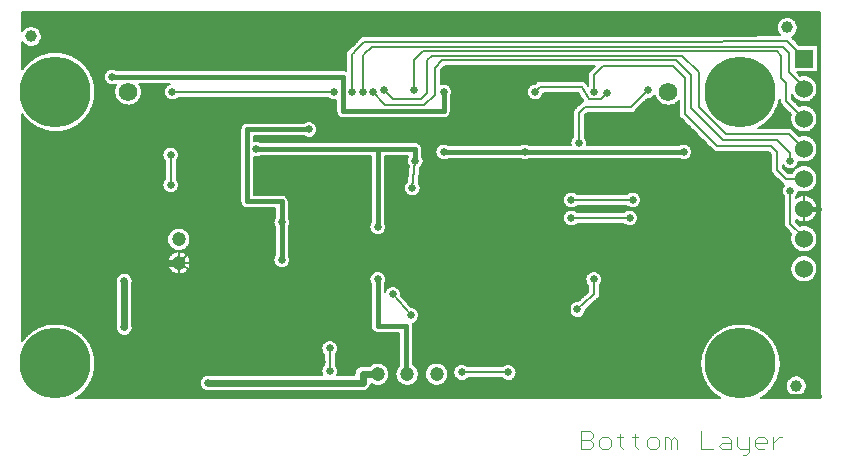
<source format=gbl>
*%FSLAX23Y23*%
*%MOIN*%
G01*
%ADD11C,0.000*%
%ADD12C,0.001*%
%ADD13C,0.002*%
%ADD14C,0.004*%
%ADD15C,0.005*%
%ADD16C,0.006*%
%ADD17C,0.007*%
%ADD18C,0.007*%
%ADD19C,0.008*%
%ADD20C,0.010*%
%ADD21C,0.012*%
%ADD22C,0.015*%
%ADD23C,0.024*%
%ADD24C,0.025*%
%ADD25C,0.028*%
%ADD26C,0.029*%
%ADD27C,0.032*%
%ADD28C,0.035*%
%ADD29C,0.039*%
%ADD30C,0.040*%
%ADD31C,0.043*%
%ADD32C,0.047*%
%ADD33C,0.047*%
%ADD34C,0.047*%
%ADD35C,0.048*%
%ADD36C,0.051*%
%ADD37C,0.051*%
%ADD38C,0.052*%
%ADD39C,0.060*%
%ADD40C,0.062*%
%ADD41C,0.064*%
%ADD42C,0.066*%
%ADD43C,0.067*%
%ADD44O,0.080X0.024*%
%ADD45O,0.084X0.028*%
%ADD46C,0.115*%
%ADD47C,0.135*%
%ADD48C,0.236*%
%ADD49C,0.240*%
%ADD50R,0.023X0.050*%
%ADD51R,0.027X0.054*%
%ADD52R,0.037X0.014*%
%ADD53R,0.039X0.055*%
%ADD54R,0.040X0.083*%
%ADD55R,0.041X0.018*%
%ADD56R,0.043X0.059*%
%ADD57R,0.044X0.087*%
%ADD58R,0.050X0.023*%
%ADD59R,0.050X0.060*%
%ADD60R,0.051X0.075*%
%ADD61R,0.054X0.027*%
%ADD62R,0.054X0.064*%
%ADD63R,0.055X0.039*%
%ADD64R,0.055X0.079*%
%ADD65R,0.057X0.012*%
%ADD66R,0.059X0.043*%
%ADD67R,0.060X0.050*%
%ADD68R,0.060X0.060*%
%ADD69R,0.061X0.016*%
%ADD70R,0.064X0.054*%
%ADD71R,0.064X0.064*%
%ADD72R,0.070X0.098*%
%ADD73R,0.070X0.138*%
%ADD74R,0.074X0.102*%
%ADD75R,0.074X0.142*%
%ADD76R,0.079X0.079*%
%ADD77R,0.080X0.040*%
%ADD78R,0.083X0.083*%
%ADD79R,0.084X0.044*%
D13*
X10396Y7262D02*
Y7322D01*
Y7262D02*
X10426D01*
X10436Y7272D01*
Y7282D01*
X10426Y7292D01*
X10396D01*
X10397D01*
X10396D02*
X10397D01*
X10396D02*
X10397D01*
X10396D02*
X10426D01*
X10436Y7302D01*
Y7312D01*
X10426Y7322D01*
X10396D01*
X10466Y7262D02*
X10486D01*
X10496Y7272D01*
Y7292D01*
X10486Y7302D01*
X10466D01*
X10456Y7292D01*
Y7272D01*
X10466Y7262D01*
X10526Y7302D02*
Y7312D01*
Y7302D02*
X10516D01*
X10536D01*
X10526D01*
Y7272D01*
X10536Y7262D01*
X10576Y7302D02*
Y7312D01*
Y7302D02*
X10566D01*
X10586D01*
X10576D01*
Y7272D01*
X10586Y7262D01*
X10626D02*
X10646D01*
X10656Y7272D01*
Y7292D01*
X10646Y7302D01*
X10626D01*
X10616Y7292D01*
Y7272D01*
X10626Y7262D01*
X10676D02*
Y7302D01*
X10686D01*
X10696Y7292D01*
Y7262D01*
Y7292D01*
X10706Y7302D01*
X10716Y7292D01*
Y7262D01*
X10796D02*
Y7322D01*
Y7262D02*
X10836D01*
X10866Y7302D02*
X10886D01*
X10896Y7292D01*
Y7262D01*
X10866D01*
X10856Y7272D01*
X10866Y7282D01*
X10896D01*
X10916Y7272D02*
Y7302D01*
Y7272D02*
X10926Y7262D01*
X10956D01*
Y7252D01*
X10946Y7242D01*
X10936D01*
X10956Y7262D02*
Y7302D01*
X10986Y7262D02*
X11006D01*
X10986D02*
X10976Y7272D01*
Y7292D01*
X10986Y7302D01*
X11006D01*
X11016Y7292D01*
Y7282D01*
X10976D01*
X11036Y7262D02*
Y7302D01*
Y7282D02*
Y7262D01*
Y7282D02*
X11046Y7292D01*
X11056Y7302D01*
X11066D01*
D17*
X11034Y8640D02*
X10702Y8636D01*
X11058Y7517D02*
X11193D01*
X10797D02*
X10181D01*
X9970D02*
X9953D01*
X9876D02*
X9855D01*
X9778D02*
X9756D01*
X9640D02*
X9586D01*
X9530D02*
X8774D01*
X11056Y7511D02*
X11193D01*
X10798D02*
X10181D01*
X9970D02*
X9954D01*
X9876D02*
X9855D01*
X9777D02*
X9757D01*
X9640D02*
X9584D01*
X9532D02*
X8773D01*
X11122Y7505D02*
X11193D01*
X11104D02*
X11055D01*
X10800D02*
X10179D01*
X9972D02*
X9953D01*
X9876D02*
X9855D01*
X9778D02*
X9756D01*
X9139D02*
X8771D01*
X11134Y7499D02*
X11193D01*
X11092D02*
X11053D01*
X10802D02*
X10175D01*
X9976D02*
X9952D01*
X9877D02*
X9853D01*
X9779D02*
X9755D01*
X9132D02*
X8769D01*
X11140Y7493D02*
X11193D01*
X11086D02*
X11050D01*
X10804D02*
X10172D01*
X10137D02*
X10014D01*
X9978D02*
X9949D01*
X9880D02*
X9851D01*
X9781D02*
X9753D01*
X9128D02*
X8767D01*
X11144Y7487D02*
X11193D01*
X11082D02*
X11047D01*
X10807D02*
X10172D01*
X9978D01*
X9946D01*
X9884D02*
X9847D01*
X9785D02*
X9749D01*
X9126D02*
X8764D01*
X11147Y7481D02*
X11193D01*
X11079D02*
X11044D01*
X10810D02*
X9940D01*
X9889D02*
X9842D01*
X9791D02*
X9743D01*
X9125D02*
X8761D01*
X11148Y7475D02*
X11193D01*
X11078D02*
X11041D01*
X10814D02*
X9931D01*
X9899D02*
X9832D01*
X9800D02*
X9734D01*
X9126D02*
X8757D01*
X11148Y7469D02*
X11193D01*
X11078D02*
X11037D01*
X10818D02*
X9696D01*
X9128D02*
X8753D01*
X11147Y7463D02*
X11193D01*
X11079D02*
X11032D01*
X10822D02*
X9689D01*
X9132D02*
X8749D01*
X11145Y7457D02*
X11193D01*
X11081D02*
X11027D01*
X10827D02*
X9681D01*
X9139D02*
X8744D01*
X11142Y7451D02*
X11193D01*
X11084D02*
X11022D01*
X10833D02*
X8738D01*
X11137Y7445D02*
X11193D01*
X11089D02*
X11015D01*
X10839D02*
X8732D01*
X11128Y7439D02*
X11193D01*
X11098D02*
X11008D01*
X10847D02*
X8724D01*
X10999Y7433D02*
X11193D01*
X10855D02*
X8716D01*
X10996Y7431D02*
X11193D01*
X10859D02*
X8713D01*
X9583Y7508D02*
X9640D01*
X9533D02*
X9158D01*
Y7454D02*
X9668D01*
X10018Y7496D02*
X10133D01*
X10409Y7715D02*
X11193D01*
X10357D02*
X9855D01*
X9695D02*
X8900D01*
X8846D02*
X8533D01*
X10405Y7709D02*
X11193D01*
X10361D02*
X9856D01*
X9695D02*
X8900D01*
X8846D02*
X8533D01*
X10399Y7703D02*
X11193D01*
X10367D02*
X9856D01*
X9695D02*
X8900D01*
X8846D02*
X8533D01*
X9855Y7697D02*
X11193D01*
X9695D02*
X8900D01*
X8846D02*
X8533D01*
X9852Y7691D02*
X11193D01*
X9695D02*
X8900D01*
X8846D02*
X8533D01*
X9847Y7685D02*
X11193D01*
X9695D02*
X8900D01*
X8846D02*
X8533D01*
X10934Y7679D02*
X11193D01*
X10920D02*
X9836D01*
X9695D02*
X8900D01*
X8846D02*
X8651D01*
X8637D02*
X8533D01*
X10967Y7673D02*
X11193D01*
X10887D02*
X9836D01*
X9695D02*
X8900D01*
X8846D02*
X8684D01*
X8604D02*
X8533D01*
X10983Y7667D02*
X11193D01*
X10872D02*
X9836D01*
X9695D02*
X8901D01*
X8845D02*
X8700D01*
X8588D02*
X8533D01*
X10995Y7661D02*
X11193D01*
X10860D02*
X9836D01*
X9695D02*
X8901D01*
X8845D02*
X8711D01*
X8577D02*
X8533D01*
X11004Y7655D02*
X11193D01*
X10851D02*
X9836D01*
X9701D02*
X8900D01*
X8846D02*
X8720D01*
X8567D02*
X8533D01*
X11012Y7649D02*
X11193D01*
X10843D02*
X9836D01*
X9711D02*
X8895D01*
X8851D02*
X8728D01*
X8559D02*
X8533D01*
X11019Y7643D02*
X11193D01*
X10836D02*
X9836D01*
X9790D02*
X8889D01*
X8857D02*
X8735D01*
X8552D02*
X8533D01*
X11025Y7637D02*
X11193D01*
X10830D02*
X9836D01*
X9790D02*
X8741D01*
X8546D02*
X8533D01*
X11030Y7631D02*
X11193D01*
X10825D02*
X9836D01*
X9790D02*
X8747D01*
X8541D02*
X8533D01*
X11035Y7625D02*
X11193D01*
X10820D02*
X9836D01*
X9790D02*
X9578D01*
X9538D01*
X8751D01*
X11039Y7619D02*
X11193D01*
X10816D02*
X9836D01*
X9790D02*
X9578D01*
X9538D02*
X8755D01*
X11043Y7613D02*
X11193D01*
X10812D02*
X9836D01*
X9790D02*
X9580D01*
X9536D02*
X8759D01*
X11046Y7607D02*
X11193D01*
X10809D02*
X9836D01*
X9790D02*
X9584D01*
X9532D02*
X8762D01*
X11049Y7601D02*
X11193D01*
X10806D02*
X9836D01*
X9790D02*
X9586D01*
X9530D02*
X8765D01*
X11051Y7595D02*
X11193D01*
X10803D02*
X9836D01*
X9790D02*
X9586D01*
X9530D02*
X8768D01*
X11054Y7589D02*
X11193D01*
X10801D02*
X9836D01*
X9790D02*
X9585D01*
X9531D02*
X8770D01*
X11056Y7583D02*
X11193D01*
X10799D02*
X9836D01*
X9790D02*
X9583D01*
X9533D02*
X8772D01*
X11057Y7577D02*
X11193D01*
X10797D02*
X9836D01*
X9790D02*
X9579D01*
X9537D02*
X8774D01*
X11058Y7571D02*
X11193D01*
X10796D02*
X9836D01*
X9790D02*
X9578D01*
X9538D02*
X8775D01*
X11059Y7565D02*
X11193D01*
X10795D02*
X9836D01*
X9790D02*
X9578D01*
X9538D02*
X8776D01*
X11060Y7559D02*
X11193D01*
X10794D02*
X9836D01*
X9790D02*
X9578D01*
X9538D02*
X8777D01*
X11061Y7553D02*
X11193D01*
X10794D02*
X9836D01*
X9790D02*
X9578D01*
X9538D02*
X8777D01*
X11061Y7547D02*
X11193D01*
X10794D02*
X10172D01*
X9978D01*
X9929D01*
X9901D02*
X9836D01*
X9790D02*
X9732D01*
X9704D02*
X9578D01*
X9538D02*
X8777D01*
X11061Y7541D02*
X11193D01*
X10794D02*
X10172D01*
X10140D02*
X10011D01*
X9978D02*
X9939D01*
X9890D02*
X9841D01*
X9790D02*
X9742D01*
X9693D02*
X9578D01*
X9538D02*
X8777D01*
X11060Y7535D02*
X11193D01*
X10794D02*
X10174D01*
X9977D02*
X9945D01*
X9884D02*
X9847D01*
X9786D02*
X9748D01*
X9655D02*
X9582D01*
X9534D02*
X8777D01*
X11060Y7529D02*
X11193D01*
X10795D02*
X10178D01*
X9973D02*
X9949D01*
X9880D02*
X9851D01*
X9782D02*
X9752D01*
X9647D02*
X9585D01*
X9531D02*
X8776D01*
X11059Y7523D02*
X11193D01*
X10796D02*
X10180D01*
X9971D02*
X9952D01*
X9878D02*
X9853D01*
X9779D02*
X9755D01*
X9640D02*
X9586D01*
X9530D02*
X8776D01*
X9668Y7538D02*
X9691D01*
X10018Y7536D02*
X10133D01*
X9790Y7648D02*
X9718D01*
X11144Y7907D02*
X11193D01*
X11134D02*
X9421D01*
X9375D02*
X9084D01*
X9025D02*
X8533D01*
X11162Y7901D02*
X11193D01*
X11116D02*
X9424D01*
X9372D02*
X9089D01*
X9021D02*
X8533D01*
X11170Y7895D02*
X11193D01*
X11108D02*
X9426D01*
X9370D02*
X9092D01*
X9018D02*
X8533D01*
X11175Y7889D02*
X11193D01*
X11103D02*
X9426D01*
X9370D02*
X9093D01*
X9017D02*
X8533D01*
X11179Y7883D02*
X11193D01*
X11099D02*
X9425D01*
X9371D02*
X9094D01*
X9016D02*
X8533D01*
X11182Y7877D02*
X11193D01*
X11096D02*
X9422D01*
X9374D02*
X9094D01*
X9016D02*
X8533D01*
X11184Y7871D02*
X11193D01*
X11095D02*
X9418D01*
X9378D02*
X9093D01*
X9017D02*
X8533D01*
X11184Y7865D02*
X11193D01*
X11094D02*
X9408D01*
X9388D02*
X9091D01*
X9019D02*
X8533D01*
X11184Y7859D02*
X11193D01*
X11094D02*
X9087D01*
X9023D02*
X8533D01*
X11184Y7853D02*
X11193D01*
X11094D02*
X10458D01*
X10445D01*
X10431D02*
X10418D01*
X9725D01*
X9711D02*
X9082D01*
X9028D02*
X8533D01*
X11182Y7847D02*
X11193D01*
X11096D02*
X10458D01*
X10418D02*
X9737D01*
X9699D02*
X9074D01*
X9036D02*
X8883D01*
X8863D02*
X8533D01*
X11180Y7841D02*
X11193D01*
X11099D02*
X10462D01*
X10414D02*
X9742D01*
X9694D02*
X8893D01*
X8853D02*
X8533D01*
X11176Y7835D02*
X11193D01*
X11102D02*
X10465D01*
X10411D02*
X9745D01*
X9691D02*
X8897D01*
X8849D02*
X8533D01*
X11171Y7829D02*
X11193D01*
X11107D02*
X10466D01*
X10410D02*
X9746D01*
X9690D02*
X8900D01*
X8846D02*
X8533D01*
X11163Y7823D02*
X11193D01*
X11115D02*
X10466D01*
X10410D02*
X9746D01*
X9690D02*
X8901D01*
X8845D02*
X8533D01*
X11147Y7817D02*
X11193D01*
X11131D02*
X10465D01*
X10411D02*
X9745D01*
X9691D02*
X8901D01*
X8845D02*
X8533D01*
X10462Y7811D02*
X11193D01*
X10414D02*
X9742D01*
X9694D02*
X8900D01*
X8846D02*
X8533D01*
X10458Y7805D02*
X11193D01*
X10418D02*
X9741D01*
X9695D02*
X8900D01*
X8846D02*
X8533D01*
X10458Y7799D02*
X11193D01*
X10418D02*
X9784D01*
X9752D02*
X9741D01*
X9695D02*
X8900D01*
X8846D02*
X8533D01*
X10458Y7793D02*
X11193D01*
X10418D02*
X9790D01*
X9695D02*
X8900D01*
X8846D02*
X8533D01*
X10458Y7787D02*
X11193D01*
X10418D02*
X9794D01*
X9695D02*
X8900D01*
X8846D02*
X8533D01*
X10461Y7781D02*
X11193D01*
X10415D02*
X9796D01*
X9695D02*
X8900D01*
X8846D02*
X8533D01*
X10465Y7775D02*
X11193D01*
X10465D02*
X10458D01*
X10408D02*
X9796D01*
X9695D02*
X8900D01*
X8846D02*
X8533D01*
X10460Y7769D02*
X11193D01*
X10402D02*
X9800D01*
X9695D02*
X8900D01*
X8846D02*
X8533D01*
X10458Y7763D02*
X11193D01*
X10395D02*
X9805D01*
X9695D02*
X8900D01*
X8846D02*
X8533D01*
X10458Y7757D02*
X11193D01*
X10458D02*
X10447D01*
X10388D02*
X9810D01*
X9695D02*
X8900D01*
X8846D02*
X8533D01*
X10458Y7751D02*
X11193D01*
X10458D02*
X10441D01*
X10370D02*
X9815D01*
X9695D02*
X8900D01*
X8846D02*
X8533D01*
X10458Y7745D02*
X11193D01*
X10458D02*
X10435D01*
X10362D02*
X9820D01*
X9695D02*
X8900D01*
X8846D02*
X8533D01*
X10427Y7739D02*
X11193D01*
X10358D02*
X9825D01*
X9695D02*
X8900D01*
X8846D02*
X8533D01*
X10420Y7733D02*
X11193D01*
X10356D02*
X9835D01*
X9695D02*
X8900D01*
X8846D02*
X8533D01*
X10413Y7727D02*
X11193D01*
X10355D02*
X9847D01*
X9695D02*
X8900D01*
X8846D02*
X8533D01*
X10411Y7721D02*
X11193D01*
X10355D02*
X9852D01*
X9695D02*
X8900D01*
X8846D02*
X8533D01*
X10446Y7756D02*
X10458D01*
X10446D02*
X10446D01*
X9055Y7881D02*
X9016D01*
X9055D02*
X9094D01*
X11153Y8105D02*
X11193D01*
X11125D02*
X11116D01*
X11070D02*
X10592D01*
X10339D02*
X9843D01*
X9823D02*
X9741D01*
X9695D02*
X9411D01*
X9260D02*
X8533D01*
X11165Y8099D02*
X11193D01*
X11074D02*
X10595D01*
X10336D02*
X9741D01*
X9695D02*
X9417D01*
X9260D02*
X8533D01*
X11172Y8093D02*
X11193D01*
X11074D02*
X10596D01*
X10335D02*
X9741D01*
X9695D02*
X9421D01*
X9260D02*
X8533D01*
X11177Y8087D02*
X11193D01*
X11074D02*
X10596D01*
X10335D02*
X9741D01*
X9695D02*
X9421D01*
X9260D02*
X8533D01*
X11180Y8081D02*
X11193D01*
X11074D02*
X10594D01*
X10337D02*
X9741D01*
X9695D02*
X9421D01*
X9260D02*
X8533D01*
X11183Y8075D02*
X11193D01*
X11074D02*
X10591D01*
X10340D02*
X9741D01*
X9695D02*
X9421D01*
X9260D02*
X8533D01*
X11184Y8069D02*
X11193D01*
X11074D02*
X10588D01*
X10551D02*
X10380D01*
X10344D02*
X9741D01*
X9695D02*
X9421D01*
X9268D02*
X8533D01*
X11185Y8063D02*
X11193D01*
X11074D02*
X10588D01*
X10578D01*
X10568D01*
X10363D01*
X10344D01*
X9741D01*
X9695D02*
X9421D01*
X9375D02*
X9283D01*
X8533D01*
X11184Y8057D02*
X11193D01*
X11074D02*
X10578D01*
X10568D01*
X10548D02*
X10373D01*
X10353D02*
X10344D01*
X9741D01*
X9695D02*
X9421D01*
X9375D02*
X8533D01*
X11183Y8051D02*
X11193D01*
X11074D02*
X10578D01*
X10538D02*
X10383D01*
X10343D02*
X9741D01*
X9695D02*
X9421D01*
X9375D02*
X8533D01*
X11181Y8045D02*
X11193D01*
X11074D02*
X10582D01*
X10339D02*
X9741D01*
X9695D02*
X9421D01*
X9375D02*
X8533D01*
X11178Y8039D02*
X11193D01*
X11074D02*
X10585D01*
X10336D02*
X9741D01*
X9695D02*
X9421D01*
X9375D02*
X8533D01*
X11174Y8033D02*
X11193D01*
X11074D02*
X10586D01*
X10335D02*
X9741D01*
X9695D02*
X9421D01*
X9375D02*
X8533D01*
X11168Y8027D02*
X11193D01*
X11074D02*
X10586D01*
X10335D02*
X9741D01*
X9695D02*
X9424D01*
X9372D02*
X8533D01*
X11159Y8021D02*
X11193D01*
X11074D02*
X10584D01*
X10337D02*
X9741D01*
X9695D02*
X9426D01*
X9370D02*
X8533D01*
X11117Y8015D02*
X11193D01*
X11069D02*
X10581D01*
X10340D02*
X9742D01*
X9694D02*
X9426D01*
X9370D02*
X8533D01*
X11123Y8009D02*
X11193D01*
X11067D02*
X10578D01*
X10541D02*
X10380D01*
X10344D02*
X9745D01*
X9691D02*
X9425D01*
X9371D02*
X8533D01*
X11158Y8003D02*
X11193D01*
X11073D02*
X10578D01*
X10558D01*
X10363D01*
X10344D01*
X9746D01*
X9690D02*
X9423D01*
X9373D02*
X8533D01*
X11168Y7997D02*
X11193D01*
X11074D02*
X9746D01*
X9690D02*
X9421D01*
X9375D02*
X9068D01*
X9042D02*
X8533D01*
X11174Y7991D02*
X11193D01*
X11085D02*
X11074D01*
X9744D01*
X9692D02*
X9421D01*
X9375D02*
X9079D01*
X9031D02*
X8533D01*
X11178Y7985D02*
X11193D01*
X11091D02*
X11074D01*
X9741D01*
X9695D02*
X9421D01*
X9375D02*
X9085D01*
X9025D02*
X8533D01*
X11181Y7979D02*
X11193D01*
X11097D02*
X11074D01*
X9735D01*
X9701D02*
X9421D01*
X9375D02*
X9089D01*
X9021D02*
X8533D01*
X11183Y7973D02*
X11193D01*
X11095D02*
X9718D01*
X9421D01*
X9375D02*
X9092D01*
X9018D02*
X8533D01*
X11184Y7967D02*
X11193D01*
X11094D02*
X9421D01*
X9375D02*
X9093D01*
X9016D02*
X8533D01*
X11185Y7961D02*
X11193D01*
X11094D02*
X9421D01*
X9375D02*
X9094D01*
X9016D02*
X8533D01*
X11184Y7955D02*
X11193D01*
X11094D02*
X9421D01*
X9375D02*
X9094D01*
X9016D02*
X8533D01*
X11183Y7949D02*
X11193D01*
X11095D02*
X9421D01*
X9375D02*
X9092D01*
X9017D02*
X8533D01*
X11181Y7943D02*
X11193D01*
X11098D02*
X9421D01*
X9375D02*
X9090D01*
X9020D02*
X8533D01*
X11177Y7937D02*
X11193D01*
X11101D02*
X9421D01*
X9375D02*
X9087D01*
X9023D02*
X8533D01*
X11173Y7931D02*
X11193D01*
X11106D02*
X9421D01*
X9375D02*
X9081D01*
X9029D02*
X8533D01*
X11166Y7925D02*
X11193D01*
X11112D02*
X9421D01*
X9375D02*
X9072D01*
X9037D02*
X8533D01*
X11155Y7919D02*
X11193D01*
X11123D02*
X9421D01*
X9375D02*
X9065D01*
X9045D02*
X8533D01*
X9421Y7913D02*
X11193D01*
X9375D02*
X9078D01*
X9032D02*
X8533D01*
X10383Y8072D02*
X10548D01*
X10538Y8050D02*
X10383D01*
Y8012D02*
X10538D01*
X11074Y7992D02*
X11085D01*
X11139Y8062D02*
X11185D01*
X11193Y8303D02*
X11158D01*
X10788D02*
X10408D01*
X10368D02*
X9504D01*
X9472D02*
X9306D01*
X9260D02*
X8533D01*
X11168Y8297D02*
X11193D01*
X10794D02*
X10411D01*
X10365D02*
X9306D01*
X9260D02*
X8533D01*
X11174Y8291D02*
X11193D01*
X10800D02*
X10414D01*
X10362D02*
X9306D01*
X9260D02*
X8533D01*
X11178Y8285D02*
X11193D01*
X10806D02*
X10416D01*
X10360D02*
X9327D01*
X9260D02*
X8533D01*
X11181Y8279D02*
X11193D01*
X10812D02*
X10738D01*
X10416D01*
X10360D02*
X10208D01*
X9938D01*
X9857D01*
X9260D02*
X8533D01*
X11183Y8273D02*
X11193D01*
X10818D02*
X10755D01*
X9921D02*
X9866D01*
X9260D02*
X9048D01*
X9008D01*
X8533D01*
X11184Y8267D02*
X11193D01*
X10824D02*
X10761D01*
X9915D02*
X9866D01*
X9260D02*
X9048D01*
X9038D01*
X9018D02*
X9008D01*
X8533D01*
X11185Y8261D02*
X11193D01*
X10828D02*
X10764D01*
X9912D02*
X9866D01*
X9260D02*
X9048D01*
X9008D02*
X8533D01*
X11184Y8255D02*
X11193D01*
X10836D02*
X10828D01*
X10766D01*
X9910D02*
X9866D01*
X9260D02*
X9052D01*
X9004D02*
X8533D01*
X11183Y8249D02*
X11193D01*
X11018D02*
X10978D01*
X10892D01*
X10854D01*
X10842D01*
X10838D02*
X10828D01*
X10766D01*
X9910D02*
X9866D01*
X9260D02*
X9055D01*
X9001D02*
X8533D01*
X11181Y8243D02*
X11193D01*
X11028D02*
X11018D01*
X10978D01*
X10892D01*
X10838D01*
X10828D01*
X10765D01*
X9911D02*
X9866D01*
X9260D02*
X9056D01*
X9000D02*
X8533D01*
X11177Y8237D02*
X11193D01*
X11028D02*
X10762D01*
X9914D02*
X9866D01*
X9820D02*
X9741D01*
X9695D02*
X9327D01*
X9260D02*
X9056D01*
X9000D02*
X8533D01*
X11173Y8231D02*
X11193D01*
X11028D02*
X10758D01*
X9918D02*
X9869D01*
X9817D02*
X9741D01*
X9695D02*
X9306D01*
X9260D02*
X9054D01*
X9002D02*
X8533D01*
X11166Y8225D02*
X11193D01*
X11028D02*
X10748D01*
X10728D02*
X10218D01*
X10198D02*
X9948D01*
X9928D02*
X9871D01*
X9815D02*
X9741D01*
X9695D02*
X9306D01*
X9260D02*
X9051D01*
X9005D02*
X8533D01*
X11155Y8219D02*
X11193D01*
X11028D02*
X9871D01*
X9815D02*
X9741D01*
X9695D02*
X9306D01*
X9260D02*
X9048D01*
X9008D02*
X8533D01*
X11120Y8213D02*
X11193D01*
X11028D02*
X9870D01*
X9816D02*
X9741D01*
X9695D02*
X9306D01*
X9260D02*
X9048D01*
X9008D02*
X8533D01*
X11144Y8207D02*
X11193D01*
X11134D02*
X11117D01*
X11028D02*
X9867D01*
X9819D02*
X9741D01*
X9695D02*
X9306D01*
X9260D02*
X9048D01*
X9008D02*
X8533D01*
X11162Y8201D02*
X11193D01*
X11028D02*
X9863D01*
X9821D02*
X9741D01*
X9695D02*
X9306D01*
X9260D02*
X9048D01*
X9008D02*
X8533D01*
X11170Y8195D02*
X11193D01*
X11083D02*
X11074D01*
X11024D02*
X9860D01*
X9820D02*
X9741D01*
X9695D02*
X9306D01*
X9260D02*
X9048D01*
X9008D02*
X8533D01*
X11175Y8189D02*
X11193D01*
X11103D02*
X11078D01*
X11022D02*
X9859D01*
X9820D02*
X9741D01*
X9695D02*
X9306D01*
X9260D02*
X9048D01*
X9008D02*
X8533D01*
X11179Y8183D02*
X11193D01*
X11099D02*
X11084D01*
X11028D02*
X9858D01*
X9819D02*
X9741D01*
X9695D02*
X9306D01*
X9260D02*
X9048D01*
X9008D02*
X8533D01*
X11182Y8177D02*
X11193D01*
X11028D02*
X9858D01*
X9818D02*
X9741D01*
X9695D02*
X9306D01*
X9260D02*
X9048D01*
X9008D02*
X8533D01*
X11184Y8171D02*
X11193D01*
X11040D02*
X11028D01*
X9857D01*
X9818D02*
X9741D01*
X9695D02*
X9306D01*
X9260D02*
X9048D01*
X9008D02*
X8533D01*
X11184Y8165D02*
X11193D01*
X11046D02*
X11028D01*
X9856D01*
X9817D02*
X9741D01*
X9695D02*
X9306D01*
X9260D02*
X9048D01*
X9008D02*
X8533D01*
X11184Y8159D02*
X11193D01*
X11052D02*
X11028D01*
X9856D01*
X9816D02*
X9741D01*
X9695D02*
X9306D01*
X9260D02*
X9049D01*
X9007D02*
X8533D01*
X11184Y8153D02*
X11193D01*
X11058D02*
X9855D01*
X9816D02*
X9741D01*
X9695D02*
X9306D01*
X9260D02*
X9053D01*
X9003D02*
X8533D01*
X11182Y8147D02*
X11193D01*
X11058D02*
X9856D01*
X9810D02*
X9741D01*
X9695D02*
X9306D01*
X9260D02*
X9055D01*
X9001D02*
X8533D01*
X11180Y8141D02*
X11193D01*
X11070D02*
X11058D01*
X9859D01*
X9807D02*
X9741D01*
X9695D02*
X9306D01*
X9260D02*
X9056D01*
X9000D02*
X8533D01*
X11176Y8135D02*
X11193D01*
X11069D02*
X11058D01*
X9861D01*
X9805D02*
X9741D01*
X9695D02*
X9306D01*
X9260D02*
X9055D01*
X9001D02*
X8533D01*
X11171Y8129D02*
X11193D01*
X11066D02*
X11058D01*
X9861D01*
X9805D02*
X9741D01*
X9695D02*
X9306D01*
X9260D02*
X9053D01*
X9003D02*
X8533D01*
X11163Y8123D02*
X11193D01*
X11065D02*
X10588D01*
X10344D01*
X9860D01*
X9806D02*
X9741D01*
X9695D02*
X9306D01*
X9260D02*
X9049D01*
X9007D02*
X8533D01*
X11147Y8117D02*
X11193D01*
X11131D02*
X11121D01*
X11065D02*
X10588D01*
X10578D01*
X10558D02*
X10373D01*
X10353D02*
X10344D01*
X9857D01*
X9809D02*
X9741D01*
X9695D02*
X9306D01*
X9260D02*
X9048D01*
X9008D02*
X8533D01*
X11119Y8111D02*
X11193D01*
X11067D02*
X10588D01*
X10548D02*
X10383D01*
X10343D02*
X9853D01*
X9813D02*
X9741D01*
X9695D02*
X9306D01*
X9260D02*
X9048D01*
X9008D01*
X8533D01*
X10383Y8110D02*
X10548D01*
X9398Y8109D02*
X9306D01*
X10415Y8274D02*
X10722D01*
X10361D02*
X10224D01*
X10192D02*
X9954D01*
X10224Y8228D02*
X10722D01*
X10192D02*
X9954D01*
X11018Y8252D02*
X11020D01*
X11018D02*
X10978D01*
X10892D01*
X10856D01*
X10840D01*
X10838D01*
X10835D01*
X10838D02*
X10828D01*
X10825D01*
X10975D02*
X10978D01*
X11086Y8180D02*
X11098D01*
X11074Y8142D02*
X11074D01*
X11070D01*
X11058D01*
X9843Y8284D02*
X9718D01*
X9329D01*
X9741Y8238D02*
X9820D01*
X9695D02*
X9329D01*
X11028Y8172D02*
X11040D01*
X11170Y8495D02*
X11193D01*
X10418D02*
X10302D01*
X10258D01*
X10238D01*
X9928D01*
X8806D02*
X8770D01*
X11175Y8489D02*
X11193D01*
X10418D02*
X10407D01*
X10398D01*
X10302D01*
X10263D01*
X10253D02*
X10238D01*
X9928D01*
X8808D02*
X8772D01*
X11179Y8483D02*
X11193D01*
X10418D02*
X10410D01*
X10247D02*
X10238D01*
X9928D01*
X8812D02*
X8774D01*
X11182Y8477D02*
X11193D01*
X10233D02*
X9948D01*
X9023D02*
X9014D01*
X8925D01*
X8819D02*
X8775D01*
X11184Y8471D02*
X11193D01*
X10223D02*
X9958D01*
X9013D02*
X8928D01*
X8843D02*
X8776D01*
X11184Y8465D02*
X11193D01*
X10219D02*
X9962D01*
X9009D02*
X8930D01*
X8841D02*
X8777D01*
X11184Y8459D02*
X11193D01*
X10216D02*
X9965D01*
X9006D02*
X8932D01*
X8840D02*
X8777D01*
X11184Y8453D02*
X11193D01*
X10215D02*
X9966D01*
X9005D02*
X8932D01*
X8839D02*
X8777D01*
X11182Y8447D02*
X11193D01*
X10215D02*
X9966D01*
X9005D02*
X8932D01*
X8840D02*
X8777D01*
X11180Y8441D02*
X11193D01*
X10391D02*
X10302D01*
X10269D01*
X10217D02*
X9964D01*
X9007D02*
X8931D01*
X8841D02*
X8777D01*
X11176Y8435D02*
X11193D01*
X10394D02*
X10302D01*
X10266D01*
X10220D02*
X9961D01*
X9010D02*
X8929D01*
X8843D02*
X8776D01*
X11171Y8429D02*
X11193D01*
X11107D02*
X11098D01*
X10646D02*
X10625D01*
X10398D02*
X10388D01*
X10260D01*
X10226D02*
X9961D01*
X9556D02*
X9538D01*
X9488D01*
X9050D01*
X9014D02*
X8926D01*
X8845D02*
X8776D01*
X11163Y8423D02*
X11193D01*
X11115D02*
X11104D01*
X10650D02*
X10613D01*
X10398D02*
X10388D01*
X10243D01*
X9961D01*
X9580D02*
X9573D01*
X9538D01*
X9488D01*
X9033D01*
X9014D01*
X8922D01*
X8849D02*
X8774D01*
X11147Y8417D02*
X11193D01*
X11131D02*
X11110D01*
X10655D02*
X10607D01*
X10396D02*
X10388D01*
X9961D01*
X9580D02*
X8917D01*
X8855D02*
X8773D01*
X11116Y8411D02*
X11193D01*
X10724D02*
X10709D01*
X10664D02*
X10601D01*
X10388D02*
X10368D01*
X9961D01*
X9580D02*
X8908D01*
X8864D02*
X8771D01*
X11153Y8405D02*
X11193D01*
X11066D02*
X11058D01*
X10724D02*
X10595D01*
X10384D02*
X10368D01*
X9961D01*
X9580D02*
X8769D01*
X11165Y8399D02*
X11193D01*
X11072D02*
X11058D01*
X11050D01*
X10724D02*
X10589D01*
X10378D02*
X10368D01*
X9961D01*
X9580D02*
X8767D01*
X11172Y8393D02*
X11193D01*
X11078D02*
X11058D01*
X11048D01*
X10724D02*
X10583D01*
X10368D02*
X9961D01*
X9580D02*
X8764D01*
X11177Y8387D02*
X11193D01*
X11084D02*
X11045D01*
X10724D02*
X10582D01*
X10366D02*
X9961D01*
X9580D02*
X8761D01*
X11180Y8381D02*
X11193D01*
X11090D02*
X11041D01*
X10720D02*
X10582D01*
X10571D01*
X10555D01*
X10442D01*
X10416D01*
X10368D02*
X10360D01*
X9961D01*
X9580D02*
X8758D01*
X11183Y8375D02*
X11193D01*
X11096D02*
X11037D01*
X10724D02*
X10716D01*
X10582D01*
X10565D01*
X10561D02*
X10442D01*
X10410D01*
X10366D02*
X9961D01*
X9580D02*
X8754D01*
X11184Y8369D02*
X11193D01*
X11094D02*
X11033D01*
X10722D02*
X10582D01*
X10442D01*
X10408D01*
X10368D02*
X9953D01*
X9588D02*
X8749D01*
X11185Y8363D02*
X11193D01*
X11094D02*
X11028D01*
X10724D02*
X10408D01*
X10368D02*
X9938D01*
X9603D01*
X8744D01*
X8543D02*
X8533D01*
X11184Y8357D02*
X11193D01*
X11094D02*
X11022D01*
X10734D02*
X10724D01*
X10408D01*
X10368D02*
X8739D01*
X8549D02*
X8533D01*
X11183Y8351D02*
X11193D01*
X11095D02*
X11016D01*
X10740D02*
X10724D01*
X10408D01*
X10368D02*
X9501D01*
X9475D02*
X8732D01*
X8555D02*
X8533D01*
X11181Y8345D02*
X11193D01*
X11097D02*
X11009D01*
X10746D02*
X10724D01*
X10408D01*
X10368D02*
X9509D01*
X9270D02*
X8725D01*
X8563D02*
X8533D01*
X11178Y8339D02*
X11193D01*
X11100D02*
X11000D01*
X10752D02*
X10408D01*
X10368D02*
X9513D01*
X9264D02*
X8717D01*
X8571D02*
X8533D01*
X11174Y8333D02*
X11193D01*
X11104D02*
X11094D01*
X11082D01*
X10990D01*
X10758D02*
X10408D01*
X10368D02*
X9515D01*
X9260D02*
X8706D01*
X8581D02*
X8533D01*
X11168Y8327D02*
X11193D01*
X11108D02*
X11100D01*
X10764D02*
X10408D01*
X10368D02*
X9516D01*
X9260D02*
X8693D01*
X8594D02*
X8533D01*
X11159Y8321D02*
X11193D01*
X11119D02*
X11108D01*
X10770D02*
X10408D01*
X10368D02*
X9516D01*
X9260D02*
X8674D01*
X8613D02*
X8533D01*
X11112Y8315D02*
X11193D01*
X10776D02*
X10408D01*
X10368D02*
X9514D01*
X9260D02*
X8533D01*
X11118Y8309D02*
X11193D01*
X10782D02*
X10408D01*
X10368D02*
X9510D01*
X9260D02*
X8533D01*
X9538Y8432D02*
X9553D01*
X9538D02*
X9488D01*
X9485D01*
X9488D02*
X9053D01*
X10418Y8486D02*
X10418D01*
X10418D02*
X10409D01*
X10392D01*
X10302D01*
X10266D01*
X10258D01*
X10255D01*
X10302Y8446D02*
X10387D01*
X10302D02*
X10271D01*
X10400Y8420D02*
X10403D01*
X10400D02*
X10398D01*
X10388D01*
X10385D01*
X10416Y8382D02*
X10442D01*
X10258Y8486D02*
X10250D01*
X10238D01*
X10235D01*
X10395Y8420D02*
X10398D01*
X10571Y8382D02*
X10582D01*
X10571D02*
X10555D01*
X10442D01*
X11096Y8330D02*
X11106D01*
X11096D02*
X11080D01*
X10985D01*
X9472Y8349D02*
X9283D01*
X9026Y8478D02*
X9014D01*
X8924D01*
X10368Y8400D02*
X10380D01*
X10724Y8356D02*
X10735D01*
X11058Y8406D02*
X11065D01*
X11070Y8402D02*
X11058D01*
X11106Y8693D02*
X11193D01*
X11060D02*
X8533D01*
X11111Y8687D02*
X11193D01*
X11055D02*
X8533D01*
X11115Y8681D02*
X11193D01*
X11051D02*
X8533D01*
X11117Y8675D02*
X11193D01*
X11049D02*
X8533D01*
X11118Y8669D02*
X11193D01*
X11048D02*
X8575D01*
X8551D02*
X8533D01*
X11118Y8663D02*
X11193D01*
X11048D02*
X8586D01*
X8540D02*
X8533D01*
X11117Y8657D02*
X11193D01*
X11049D02*
X8591D01*
X11115Y8651D02*
X11193D01*
X11051D02*
X11034D01*
X8595D01*
X11111Y8645D02*
X11193D01*
X11055D02*
X11034D01*
X10702D01*
X9654D01*
X8597D01*
X11106Y8639D02*
X11193D01*
X10944D02*
X10702D01*
X9678D01*
X9668D01*
X9654D01*
X8598D01*
X11102Y8633D02*
X11193D01*
X9662D02*
X9654D01*
X8598D01*
X11105Y8627D02*
X11193D01*
X9654D02*
X8597D01*
X11111Y8621D02*
X11193D01*
X9650D02*
X8595D01*
X11185Y8615D02*
X11193D01*
X11185D02*
X11117D01*
X9644D02*
X8591D01*
X11185Y8609D02*
X11193D01*
X11185D02*
X11123D01*
X9638D02*
X8586D01*
X8540D02*
X8533D01*
X11185Y8603D02*
X11193D01*
X9632D02*
X9614D01*
X8575D01*
X8551D02*
X8533D01*
X11185Y8597D02*
X11193D01*
X9626D02*
X9614D01*
X8533D01*
X11185Y8591D02*
X11193D01*
X9614D02*
X8533D01*
X11185Y8585D02*
X11193D01*
X9614D02*
X8533D01*
X11185Y8579D02*
X11193D01*
X9608D02*
X8682D01*
X8605D02*
X8533D01*
X11185Y8573D02*
X11193D01*
X9608D02*
X8698D01*
X8589D02*
X8533D01*
X11185Y8567D02*
X11193D01*
X9614D02*
X8710D01*
X8577D02*
X8533D01*
X11185Y8561D02*
X11193D01*
X9614D02*
X8720D01*
X8568D02*
X8533D01*
X11185Y8555D02*
X11193D01*
X9614D02*
X8728D01*
X8560D02*
X8533D01*
X11185Y8549D02*
X11193D01*
X9614D02*
X8735D01*
X8553D02*
X8533D01*
X11185Y8543D02*
X11193D01*
X9614D02*
X8741D01*
X8547D02*
X8533D01*
X11185Y8537D02*
X11193D01*
X9614D02*
X8746D01*
X8541D02*
X8533D01*
X11185Y8531D02*
X11193D01*
X10435D02*
X10418D01*
X10182D01*
X10144D01*
X9936D01*
X9614D02*
X8751D01*
X11185Y8525D02*
X11193D01*
X10429D02*
X10418D01*
X10182D01*
X10144D01*
X9930D01*
X9614D02*
X8847D01*
X8819D02*
X8755D01*
X11185Y8519D02*
X11193D01*
X10418D02*
X9928D01*
X8812D02*
X8759D01*
X11185Y8513D02*
X11193D01*
X11185D02*
X11119D01*
X10417D02*
X9928D01*
X8808D02*
X8762D01*
X11185Y8507D02*
X11193D01*
X11185D02*
X11144D01*
X11134D02*
X11125D01*
X10418D02*
X10411D01*
X9928D01*
X8806D02*
X8765D01*
X11162Y8501D02*
X11193D01*
X10415D02*
X9928D01*
X8805D02*
X8768D01*
X9473Y8524D02*
X9603D01*
X9473D02*
X9463D01*
X9460D01*
X10418Y8536D02*
X10441D01*
X10418D02*
X10182D01*
X10144D01*
X10140D01*
X10144D02*
X9941D01*
X9681Y8636D02*
X10678D01*
X9681D02*
X9665D01*
X9654D01*
X11058Y8640D02*
X11059D01*
X11058D02*
X11034D01*
X9463Y8524D02*
X8849D01*
X9614Y8596D02*
X9625D01*
X10418Y8526D02*
X10430D01*
X11115Y8516D02*
X11185D01*
Y8607D02*
X11124D01*
X11193Y8711D02*
X8533D01*
Y8705D02*
X11193D01*
Y8699D02*
X11095D01*
X11071D02*
X8533D01*
Y8716D02*
X11193D01*
X8537D02*
Y8660D01*
Y8612D02*
Y8531D01*
Y8371D02*
Y7626D01*
X8543Y8665D02*
Y8716D01*
Y8607D02*
Y8539D01*
Y8363D02*
Y7633D01*
X8533Y8654D02*
Y8716D01*
Y8618D02*
Y8526D01*
Y8376D02*
Y7620D01*
X8549Y8668D02*
Y8716D01*
Y8604D02*
Y8545D01*
Y8357D02*
Y7640D01*
X8555Y8670D02*
Y8716D01*
Y8602D02*
Y8551D01*
Y8351D02*
Y7645D01*
X8561Y8671D02*
Y8716D01*
Y8601D02*
Y8556D01*
Y8346D02*
Y7650D01*
X8567Y8671D02*
Y8716D01*
Y8601D02*
Y8560D01*
Y8342D02*
Y7655D01*
X8573Y8670D02*
Y8716D01*
Y8602D02*
Y8564D01*
Y8338D02*
Y7659D01*
X8579Y8667D02*
Y8716D01*
Y8605D02*
Y8568D01*
Y8334D02*
Y7662D01*
X8585Y8663D02*
Y8716D01*
Y8609D02*
Y8571D01*
Y8331D02*
Y7666D01*
X8591Y8657D02*
Y8716D01*
Y8615D02*
Y8574D01*
Y8328D02*
Y7668D01*
X8597Y8645D02*
Y8716D01*
Y8627D02*
Y8576D01*
Y8326D02*
Y7671D01*
X8603Y8578D02*
Y8716D01*
Y8324D02*
Y7673D01*
X8609Y8580D02*
Y8716D01*
Y8322D02*
Y7675D01*
X8615Y8582D02*
Y8716D01*
Y8321D02*
Y7676D01*
X8621Y8583D02*
Y8716D01*
Y8319D02*
Y7677D01*
X8627Y8584D02*
Y8716D01*
Y8319D02*
Y7678D01*
X8633Y8584D02*
Y8716D01*
Y8318D02*
Y7679D01*
X8639Y8585D02*
Y8716D01*
Y8318D02*
Y7679D01*
X8645Y8585D02*
Y8716D01*
Y8317D02*
Y7679D01*
X8651Y8584D02*
Y8716D01*
Y8318D02*
Y7679D01*
X8657Y8584D02*
Y8716D01*
Y8318D02*
Y7679D01*
X8663Y8583D02*
Y8716D01*
Y8319D02*
Y7678D01*
X8669Y8582D02*
Y8716D01*
Y8320D02*
Y7677D01*
X8675Y8581D02*
Y8716D01*
Y8321D02*
Y7675D01*
X8681Y8579D02*
Y8716D01*
Y8323D02*
Y7674D01*
X8687Y8578D02*
Y8716D01*
Y8325D02*
Y7672D01*
X8693Y8575D02*
Y8716D01*
Y8327D02*
Y7670D01*
X8699Y8573D02*
Y8716D01*
Y8329D02*
Y7667D01*
X8705Y8570D02*
Y8716D01*
Y8332D02*
Y7664D01*
X8711Y8567D02*
Y8716D01*
Y8336D02*
Y7661D01*
X8717Y8563D02*
Y8716D01*
Y8339D02*
Y7657D01*
X8723Y8559D02*
Y8716D01*
Y8343D02*
Y7653D01*
X8729Y8554D02*
Y8716D01*
Y8348D02*
Y7649D01*
Y7443D02*
Y7431D01*
X8735Y8549D02*
Y8716D01*
Y8353D02*
Y7643D01*
Y7448D02*
Y7431D01*
X8741Y8543D02*
Y8716D01*
Y8359D02*
Y7637D01*
Y7454D02*
Y7431D01*
X8747Y8536D02*
Y8716D01*
Y8366D02*
Y7630D01*
Y7461D02*
Y7431D01*
X8753Y8528D02*
Y8716D01*
Y8374D02*
Y7623D01*
Y7469D02*
Y7431D01*
X8759Y8519D02*
Y8716D01*
Y8383D02*
Y7613D01*
Y7478D02*
Y7431D01*
X8765Y8507D02*
Y8716D01*
Y8395D02*
Y7602D01*
Y7489D02*
Y7431D01*
X8771Y8492D02*
Y8716D01*
Y8410D02*
Y7587D01*
Y7505D02*
Y7431D01*
X8777Y8462D02*
Y8716D01*
Y8440D02*
Y7556D01*
Y7535D02*
Y7431D01*
X8783D02*
Y8716D01*
X8789D02*
Y7431D01*
X8795D02*
Y8716D01*
X8801D02*
Y7431D01*
X8807Y8511D02*
Y8716D01*
Y8491D02*
Y7431D01*
X8813Y8521D02*
Y8716D01*
Y8481D02*
Y7431D01*
X8819Y8525D02*
Y8716D01*
Y8477D02*
Y7431D01*
X8825Y8528D02*
Y8716D01*
Y8474D02*
Y7431D01*
X8831Y8529D02*
Y8716D01*
Y8473D02*
Y7431D01*
X8837Y8529D02*
Y8716D01*
Y8473D02*
Y7431D01*
X8843Y8527D02*
Y8716D01*
Y8434D02*
Y7431D01*
X8849Y8524D02*
Y8716D01*
Y8424D02*
Y7835D01*
Y7652D02*
Y7431D01*
X8855Y8524D02*
Y8716D01*
Y8417D02*
Y7842D01*
Y7645D02*
Y7431D01*
X8861Y8524D02*
Y8716D01*
Y8413D02*
Y7846D01*
Y7641D02*
Y7431D01*
X8867Y8524D02*
Y8716D01*
Y8409D02*
Y7848D01*
Y7639D02*
Y7431D01*
X8873Y8524D02*
Y8716D01*
Y8407D02*
Y7849D01*
Y7638D02*
Y7431D01*
X8879Y8524D02*
Y8716D01*
Y8406D02*
Y7848D01*
Y7639D02*
Y7431D01*
X8885Y8524D02*
Y8716D01*
Y8405D02*
Y7846D01*
Y7641D02*
Y7431D01*
X8891Y8524D02*
Y8716D01*
Y8406D02*
Y7842D01*
Y7645D02*
Y7431D01*
X8897Y8524D02*
Y8716D01*
Y8407D02*
Y7835D01*
Y7652D02*
Y7431D01*
X8903Y8524D02*
Y8716D01*
Y8409D02*
Y7431D01*
X8909Y8524D02*
Y8716D01*
Y8412D02*
Y7431D01*
X8915Y8524D02*
Y8716D01*
Y8416D02*
Y7431D01*
X8921Y8524D02*
Y8716D01*
Y8421D02*
Y7431D01*
X8927Y8524D02*
Y8716D01*
Y8430D02*
Y7431D01*
X8933Y8524D02*
Y8716D01*
Y8478D02*
Y7431D01*
X8900Y7671D02*
Y7816D01*
X8846D02*
Y7671D01*
X8939Y8524D02*
Y8716D01*
Y8478D02*
Y7431D01*
X8945Y8524D02*
Y8716D01*
Y8478D02*
Y7431D01*
X8951Y8524D02*
Y8716D01*
Y8478D02*
Y7431D01*
X8957Y8524D02*
Y8716D01*
Y8478D02*
Y7431D01*
X8963Y8524D02*
Y8716D01*
Y8478D02*
Y7431D01*
X8969Y8524D02*
Y8716D01*
Y8478D02*
Y7431D01*
X8975Y8524D02*
Y8716D01*
Y8478D02*
Y7431D01*
X8981Y8524D02*
Y8716D01*
Y8478D02*
Y7431D01*
X8987Y8524D02*
Y8716D01*
Y8478D02*
Y7431D01*
X8993Y8524D02*
Y8716D01*
Y8478D02*
Y7431D01*
X8999Y8524D02*
Y8716D01*
Y8478D02*
Y8260D01*
Y8122D01*
Y7431D01*
X9005Y8524D02*
Y8716D01*
Y8478D02*
Y8470D01*
Y8451D01*
Y8432D01*
Y8260D01*
Y8225D02*
Y8157D01*
Y8122D02*
Y7431D01*
X9011Y8524D02*
Y8716D01*
Y8478D02*
Y8470D01*
Y8432D02*
Y8263D01*
Y8119D02*
Y7431D01*
X9017Y8524D02*
Y8716D01*
Y8428D02*
Y8267D01*
Y8115D02*
Y7970D01*
Y7950D02*
Y7891D01*
Y7872D02*
Y7431D01*
X9023Y8524D02*
Y8716D01*
Y8425D02*
Y8269D01*
Y8113D02*
Y7983D01*
Y7937D02*
Y7904D01*
Y7859D02*
Y7431D01*
X9029Y8524D02*
Y8716D01*
Y8423D02*
Y8269D01*
Y8113D02*
Y7989D01*
Y7931D02*
Y7911D01*
Y7852D02*
Y7431D01*
X9035Y8524D02*
Y8716D01*
Y8423D02*
Y8268D01*
Y8114D02*
Y7994D01*
Y7926D02*
Y7915D01*
Y7848D02*
Y7431D01*
X9041Y8524D02*
Y8716D01*
Y8424D02*
Y8266D01*
Y8116D02*
Y7997D01*
Y7845D02*
Y7431D01*
X9047Y8524D02*
Y8716D01*
Y8427D02*
Y8262D01*
Y8120D02*
Y7998D01*
Y7843D02*
Y7431D01*
X9053Y8524D02*
Y8716D01*
Y8431D02*
Y8260D01*
Y8228D02*
Y8154D01*
Y8122D02*
Y7999D01*
Y7842D02*
Y7431D01*
X9059Y8524D02*
Y8716D01*
Y8432D02*
Y8260D01*
Y8122D01*
Y7999D01*
Y7842D02*
Y7431D01*
X9065Y8524D02*
Y8716D01*
Y8432D02*
Y7998D01*
Y7843D02*
Y7431D01*
X9071Y8524D02*
Y8716D01*
Y8432D02*
Y7996D01*
Y7924D02*
Y7917D01*
Y7846D02*
Y7431D01*
X9077Y8524D02*
Y8716D01*
Y8432D02*
Y7992D01*
Y7928D02*
Y7914D01*
Y7849D02*
Y7431D01*
X9083Y8524D02*
Y8716D01*
Y8432D02*
Y7987D01*
Y7933D02*
Y7909D01*
Y7854D02*
Y7431D01*
X9089Y8524D02*
Y8716D01*
Y8432D02*
Y7979D01*
Y7941D02*
Y7901D01*
Y7862D02*
Y7431D01*
X9095Y8524D02*
Y8716D01*
Y8432D02*
Y7431D01*
X9101Y8524D02*
Y8716D01*
Y8432D02*
Y7431D01*
X9107Y8524D02*
Y8716D01*
Y8432D02*
Y7431D01*
X9113Y8524D02*
Y8716D01*
Y8432D02*
Y7431D01*
X9119Y8524D02*
Y8716D01*
Y8432D02*
Y7431D01*
X9125Y8524D02*
Y8716D01*
Y8432D02*
Y7481D01*
Y7431D01*
X9131Y8524D02*
Y8716D01*
Y8432D02*
Y7498D01*
Y7464D02*
Y7431D01*
X9048Y8161D02*
Y8221D01*
X9008D02*
Y8161D01*
X9055Y7881D02*
Y7842D01*
Y7881D02*
Y7920D01*
X9137Y8524D02*
Y8716D01*
Y8432D02*
Y7504D01*
Y7458D02*
Y7431D01*
X9143Y8524D02*
Y8716D01*
Y8432D02*
Y7508D01*
Y7454D02*
Y7431D01*
X9149Y8524D02*
Y8716D01*
Y8432D02*
Y7509D01*
Y7453D02*
Y7431D01*
X9155Y8524D02*
Y8716D01*
Y8432D02*
Y7509D01*
Y7453D02*
Y7431D01*
X9161Y8524D02*
Y8716D01*
Y8432D02*
Y7508D01*
Y7454D02*
Y7431D01*
X9167Y8524D02*
Y8716D01*
Y8432D02*
Y7508D01*
Y7454D02*
Y7431D01*
X9173Y8524D02*
Y8716D01*
Y8432D02*
Y7508D01*
Y7454D02*
Y7431D01*
X9179Y8524D02*
Y8716D01*
Y8432D02*
Y7508D01*
Y7454D02*
Y7431D01*
X9185Y8524D02*
Y8716D01*
Y8432D02*
Y7508D01*
Y7454D02*
Y7431D01*
X9191Y8524D02*
Y8716D01*
Y8432D02*
Y7508D01*
Y7454D02*
Y7431D01*
X9197Y8524D02*
Y8716D01*
Y8432D02*
Y7508D01*
Y7454D02*
Y7431D01*
X9203Y8524D02*
Y8716D01*
Y8432D02*
Y7508D01*
Y7454D02*
Y7431D01*
X9209Y8524D02*
Y8716D01*
Y8432D02*
Y7508D01*
Y7454D02*
Y7431D01*
X9215Y8524D02*
Y8716D01*
Y8432D02*
Y7508D01*
Y7454D02*
Y7431D01*
X9221Y8524D02*
Y8716D01*
Y8432D02*
Y7508D01*
Y7454D02*
Y7431D01*
X9227Y8524D02*
Y8716D01*
Y8432D02*
Y7508D01*
Y7454D02*
Y7431D01*
X9233Y8524D02*
Y8716D01*
Y8432D02*
Y7508D01*
Y7454D02*
Y7431D01*
X9239Y8524D02*
Y8716D01*
Y8432D02*
Y7508D01*
Y7454D02*
Y7431D01*
X9245Y8524D02*
Y8716D01*
Y8432D02*
Y7508D01*
Y7454D02*
Y7431D01*
X9251Y8524D02*
Y8716D01*
Y8432D02*
Y7508D01*
Y7454D02*
Y7431D01*
X9257Y8524D02*
Y8716D01*
Y8432D02*
Y7508D01*
Y7454D02*
Y7431D01*
X9263Y8524D02*
Y8716D01*
Y8432D02*
Y8337D01*
Y8075D02*
Y7508D01*
Y7454D02*
Y7431D01*
X9269Y8524D02*
Y8716D01*
Y8432D02*
Y8344D01*
Y8068D02*
Y7508D01*
Y7454D02*
Y7431D01*
X9275Y8524D02*
Y8716D01*
Y8432D02*
Y8349D01*
Y8063D02*
Y7508D01*
Y7454D02*
Y7431D01*
X9281Y8524D02*
Y8716D01*
Y8432D02*
Y8349D01*
Y8063D02*
Y7508D01*
Y7454D02*
Y7431D01*
X9287Y8524D02*
Y8716D01*
Y8432D02*
Y8349D01*
Y8063D02*
Y7508D01*
Y7454D02*
Y7431D01*
X9293Y8524D02*
Y8716D01*
Y8432D02*
Y8349D01*
Y8063D02*
Y7508D01*
Y7454D02*
Y7431D01*
X9299Y8524D02*
Y8716D01*
Y8432D02*
Y8349D01*
Y8063D02*
Y7508D01*
Y7454D02*
Y7431D01*
X9305Y8524D02*
Y8716D01*
Y8432D02*
Y8349D01*
Y8063D02*
Y7508D01*
Y7454D02*
Y7431D01*
X9311Y8524D02*
Y8716D01*
Y8432D02*
Y8349D01*
Y8303D02*
Y8289D01*
Y8233D02*
Y8109D01*
Y8063D02*
Y7508D01*
Y7454D02*
Y7431D01*
X9317Y8524D02*
Y8716D01*
Y8432D02*
Y8349D01*
Y8303D02*
Y8289D01*
Y8233D02*
Y8109D01*
Y8063D02*
Y7508D01*
Y7454D02*
Y7431D01*
X9323Y8524D02*
Y8716D01*
Y8432D02*
Y8349D01*
Y8303D02*
Y8287D01*
Y8235D02*
Y8109D01*
Y8063D02*
Y7508D01*
Y7454D02*
Y7431D01*
X9329Y8524D02*
Y8716D01*
Y8432D02*
Y8349D01*
Y8303D02*
Y8284D01*
Y8238D02*
Y8109D01*
Y8063D02*
Y7508D01*
Y7454D02*
Y7431D01*
X9306Y8288D02*
Y8303D01*
Y8234D02*
Y8109D01*
X9260Y8086D02*
Y8326D01*
X9335Y8524D02*
Y8716D01*
Y8432D02*
Y8349D01*
Y8303D02*
Y8284D01*
Y8238D02*
Y8109D01*
Y8063D02*
Y7508D01*
Y7454D02*
Y7431D01*
X9341Y8524D02*
Y8716D01*
Y8432D02*
Y8349D01*
Y8303D02*
Y8284D01*
Y8238D02*
Y8109D01*
Y8063D02*
Y7508D01*
Y7454D02*
Y7431D01*
X9347Y8524D02*
Y8716D01*
Y8432D02*
Y8349D01*
Y8303D02*
Y8284D01*
Y8238D02*
Y8109D01*
Y8063D02*
Y7508D01*
Y7454D02*
Y7431D01*
X9353Y8524D02*
Y8716D01*
Y8432D02*
Y8349D01*
Y8303D02*
Y8284D01*
Y8238D02*
Y8109D01*
Y8063D02*
Y7508D01*
Y7454D02*
Y7431D01*
X9359Y8524D02*
Y8716D01*
Y8432D02*
Y8349D01*
Y8303D02*
Y8284D01*
Y8238D02*
Y8109D01*
Y8063D02*
Y7508D01*
Y7454D02*
Y7431D01*
X9365Y8524D02*
Y8716D01*
Y8432D02*
Y8349D01*
Y8303D02*
Y8284D01*
Y8238D02*
Y8109D01*
Y8063D02*
Y7508D01*
Y7454D02*
Y7431D01*
X9371Y8524D02*
Y8716D01*
Y8432D02*
Y8349D01*
Y8303D02*
Y8284D01*
Y8238D02*
Y8109D01*
Y8063D02*
Y8023D01*
Y8009D02*
Y7898D01*
Y7884D02*
Y7508D01*
Y7454D02*
Y7431D01*
X9377Y8524D02*
Y8716D01*
Y8432D02*
Y8349D01*
Y8303D02*
Y8284D01*
Y8238D02*
Y8109D01*
Y7872D02*
Y7508D01*
Y7454D02*
Y7431D01*
X9383Y8524D02*
Y8716D01*
Y8432D02*
Y8349D01*
Y8303D02*
Y8284D01*
Y8238D02*
Y8109D01*
Y7867D02*
Y7508D01*
Y7454D02*
Y7431D01*
X9389Y8524D02*
Y8716D01*
Y8432D02*
Y8349D01*
Y8303D02*
Y8284D01*
Y8238D02*
Y8109D01*
Y7864D02*
Y7508D01*
Y7454D02*
Y7431D01*
X9395Y8524D02*
Y8716D01*
Y8432D02*
Y8349D01*
Y8303D02*
Y8284D01*
Y8238D02*
Y8109D01*
Y7863D02*
Y7508D01*
Y7454D02*
Y7431D01*
X9401Y8524D02*
Y8716D01*
Y8432D02*
Y8349D01*
Y8303D02*
Y8284D01*
Y8238D02*
Y8109D01*
Y7863D02*
Y7508D01*
Y7454D02*
Y7431D01*
X9407Y8524D02*
Y8716D01*
Y8432D02*
Y8349D01*
Y8303D02*
Y8284D01*
Y8238D02*
Y8109D01*
Y7864D02*
Y7508D01*
Y7454D02*
Y7431D01*
X9413Y8524D02*
Y8716D01*
Y8432D02*
Y8349D01*
Y8303D02*
Y8284D01*
Y8238D02*
Y8103D01*
Y7867D02*
Y7508D01*
Y7454D02*
Y7431D01*
X9419Y8524D02*
Y8716D01*
Y8432D02*
Y8349D01*
Y8303D02*
Y8284D01*
Y8238D02*
Y8095D01*
Y7872D02*
Y7508D01*
Y7454D02*
Y7431D01*
X9425Y8524D02*
Y8716D01*
Y8432D02*
Y8349D01*
Y8303D02*
Y8284D01*
Y8238D02*
Y8023D01*
Y8009D02*
Y7898D01*
Y7884D02*
Y7508D01*
Y7454D02*
Y7431D01*
X9431Y8524D02*
Y8716D01*
Y8432D02*
Y8349D01*
Y8303D02*
Y8284D01*
Y8238D02*
Y7508D01*
Y7454D02*
Y7431D01*
X9437Y8524D02*
Y8716D01*
Y8432D02*
Y8349D01*
Y8303D02*
Y8284D01*
Y8238D02*
Y7508D01*
Y7454D02*
Y7431D01*
X9443Y8524D02*
Y8716D01*
Y8432D02*
Y8349D01*
Y8303D02*
Y8284D01*
Y8238D02*
Y7508D01*
Y7454D02*
Y7431D01*
X9449Y8524D02*
Y8716D01*
Y8432D02*
Y8349D01*
Y8303D02*
Y8284D01*
Y8238D02*
Y7508D01*
Y7454D02*
Y7431D01*
X9455Y8524D02*
Y8716D01*
Y8432D02*
Y8349D01*
Y8303D02*
Y8284D01*
Y8238D02*
Y7508D01*
Y7454D02*
Y7431D01*
X9461Y8524D02*
Y8716D01*
Y8432D02*
Y8349D01*
Y8303D02*
Y8284D01*
Y8238D02*
Y7508D01*
Y7454D02*
Y7431D01*
X9467Y8524D02*
Y8716D01*
Y8432D02*
Y8349D01*
Y8303D02*
Y8284D01*
Y8238D02*
Y7508D01*
Y7454D02*
Y7431D01*
X9473Y8524D02*
Y8716D01*
Y8432D02*
Y8350D01*
Y8302D02*
Y8284D01*
Y8238D02*
Y7508D01*
Y7454D02*
Y7431D01*
X9479Y8524D02*
Y8716D01*
Y8432D02*
Y8353D01*
Y8299D02*
Y8284D01*
Y8238D02*
Y7508D01*
Y7454D02*
Y7431D01*
X9485Y8524D02*
Y8716D01*
Y8432D02*
Y8354D01*
Y8298D02*
Y8284D01*
Y8238D02*
Y7508D01*
Y7454D02*
Y7431D01*
X9491Y8524D02*
Y8716D01*
Y8432D02*
Y8354D01*
Y8298D02*
Y8284D01*
Y8238D02*
Y7508D01*
Y7454D02*
Y7431D01*
X9497Y8524D02*
Y8716D01*
Y8432D02*
Y8353D01*
Y8299D02*
Y8284D01*
Y8238D02*
Y7508D01*
Y7454D02*
Y7431D01*
X9503Y8524D02*
Y8716D01*
Y8432D02*
Y8350D01*
Y8302D02*
Y8284D01*
Y8238D02*
Y7508D01*
Y7454D02*
Y7431D01*
X9509Y8524D02*
Y8716D01*
Y8432D02*
Y8345D01*
Y8307D02*
Y8284D01*
Y8238D02*
Y7508D01*
Y7454D02*
Y7431D01*
X9515Y8524D02*
Y8716D01*
Y8432D02*
Y8333D01*
Y8319D02*
Y8284D01*
Y8238D02*
Y7508D01*
Y7454D02*
Y7431D01*
X9521Y8524D02*
Y8716D01*
Y8432D02*
Y8284D01*
Y8238D02*
Y7508D01*
Y7454D02*
Y7431D01*
X9421Y8046D02*
Y8086D01*
X9375Y8063D02*
Y8046D01*
X9421D02*
Y8032D01*
Y8000D02*
Y7907D01*
X9375Y8032D02*
Y8046D01*
Y8000D02*
Y7907D01*
X9527Y8524D02*
Y8716D01*
Y8432D02*
Y8284D01*
Y8238D02*
Y7616D01*
Y7508D01*
Y7454D02*
Y7431D01*
X9533Y8524D02*
Y8716D01*
Y8432D02*
Y8284D01*
Y8238D02*
Y7616D01*
Y7583D02*
Y7534D01*
Y7454D02*
Y7431D01*
X9539Y8524D02*
Y8716D01*
Y8432D02*
Y8284D01*
Y8238D02*
Y7617D01*
Y7454D02*
Y7431D01*
X9545Y8524D02*
Y8716D01*
Y8432D02*
Y8284D01*
Y8238D02*
Y7621D01*
Y7454D02*
Y7431D01*
X9551Y8524D02*
Y8716D01*
Y8432D02*
Y8284D01*
Y8238D02*
Y7623D01*
Y7454D02*
Y7431D01*
X9557Y8524D02*
Y8716D01*
Y8428D02*
Y8284D01*
Y8238D02*
Y7624D01*
Y7454D02*
Y7431D01*
X9563Y8524D02*
Y8716D01*
Y8425D02*
Y8284D01*
Y8238D02*
Y7624D01*
Y7454D02*
Y7431D01*
X9569Y8524D02*
Y8716D01*
Y8423D02*
Y8284D01*
Y8238D02*
Y7622D01*
Y7454D02*
Y7431D01*
X9575Y8524D02*
Y8716D01*
Y8423D02*
Y8284D01*
Y8238D02*
Y7618D01*
Y7454D02*
Y7431D01*
X9581Y8524D02*
Y8716D01*
Y8379D02*
Y8284D01*
Y8238D02*
Y7616D01*
Y7580D02*
Y7537D01*
Y7454D02*
Y7431D01*
X9587Y8524D02*
Y8716D01*
Y8369D02*
Y8284D01*
Y8238D02*
Y7616D01*
Y7508D01*
Y7454D02*
Y7431D01*
X9593Y8524D02*
Y8716D01*
Y8363D02*
Y8284D01*
Y8238D02*
Y7508D01*
Y7454D02*
Y7431D01*
X9599Y8524D02*
Y8716D01*
Y8363D02*
Y8284D01*
Y8238D02*
Y7508D01*
Y7454D02*
Y7431D01*
X9605Y8596D02*
Y8716D01*
Y8596D02*
Y8524D01*
Y8363D02*
Y8284D01*
Y8238D02*
Y7508D01*
Y7454D02*
Y7431D01*
X9611Y8596D02*
Y8716D01*
Y8596D02*
Y8582D01*
Y8580D02*
Y8570D01*
Y8524D01*
Y8363D02*
Y8284D01*
Y8238D02*
Y7508D01*
Y7454D02*
Y7431D01*
X9617Y8596D02*
Y8716D01*
Y8596D02*
Y8588D01*
Y8363D02*
Y8284D01*
Y8238D02*
Y7508D01*
Y7454D02*
Y7431D01*
X9623Y8596D02*
Y8716D01*
Y8363D02*
Y8284D01*
Y8238D02*
Y7508D01*
Y7454D02*
Y7431D01*
X9629Y8600D02*
Y8716D01*
Y8363D02*
Y8284D01*
Y8238D02*
Y7508D01*
Y7454D02*
Y7431D01*
X9635Y8606D02*
Y8716D01*
Y8363D02*
Y8284D01*
Y8238D02*
Y7508D01*
Y7454D02*
Y7431D01*
X9641Y8636D02*
Y8716D01*
Y8636D02*
Y8612D01*
Y8363D02*
Y8284D01*
Y8238D02*
Y7516D01*
Y7454D02*
Y7431D01*
X9647Y8636D02*
Y8716D01*
Y8636D02*
Y8618D01*
Y8363D02*
Y8284D01*
Y8238D02*
Y7529D01*
Y7454D02*
Y7431D01*
X9653Y8636D02*
Y8716D01*
Y8636D02*
Y8624D01*
Y8363D02*
Y8284D01*
Y8238D02*
Y7534D01*
Y7454D02*
Y7431D01*
X9659Y8636D02*
Y8716D01*
Y8363D02*
Y8284D01*
Y8238D02*
Y7538D01*
Y7454D02*
Y7431D01*
X9665Y8636D02*
Y8716D01*
Y8363D02*
Y8284D01*
Y8238D02*
Y7538D01*
Y7454D02*
Y7431D01*
X9671Y8642D02*
Y8716D01*
Y8363D02*
Y8284D01*
Y8238D02*
Y7538D01*
Y7454D02*
Y7431D01*
X9677Y8640D02*
Y8716D01*
Y8363D02*
Y8284D01*
Y8238D02*
Y7538D01*
Y7454D02*
Y7431D01*
X9683Y8636D02*
Y8716D01*
Y8363D02*
Y8284D01*
Y8238D02*
Y7538D01*
Y7458D02*
Y7431D01*
X9689Y8636D02*
Y8716D01*
Y8363D02*
Y8284D01*
Y8238D02*
Y7538D01*
Y7463D02*
Y7431D01*
X9695Y8636D02*
Y8716D01*
Y8363D02*
Y8284D01*
Y8238D02*
Y8086D01*
Y8071D01*
Y8017D01*
Y7985D02*
Y7842D01*
Y7810D02*
Y7671D01*
Y7542D01*
Y7476D02*
Y7431D01*
X9701Y8636D02*
Y8716D01*
Y8363D02*
Y8284D01*
Y7979D02*
Y7848D01*
Y7656D02*
Y7546D01*
Y7475D02*
Y7431D01*
X9707Y8636D02*
Y8716D01*
Y8363D02*
Y8284D01*
Y7975D02*
Y7852D01*
Y7648D02*
Y7548D01*
Y7473D02*
Y7431D01*
X9713Y8636D02*
Y8716D01*
Y8363D02*
Y8284D01*
Y7973D02*
Y7854D01*
Y7648D02*
Y7549D01*
Y7472D02*
Y7431D01*
X9719Y8636D02*
Y8716D01*
Y8363D02*
Y8284D01*
Y7973D02*
Y7854D01*
Y7648D02*
Y7550D01*
Y7472D02*
Y7431D01*
X9654Y8624D02*
Y8636D01*
X9580Y8424D02*
Y8386D01*
X9614Y8584D02*
Y8596D01*
Y8584D02*
Y8578D01*
Y8568D01*
Y8524D01*
Y8521D01*
X9640Y7511D02*
Y7508D01*
X9578Y7541D02*
Y7576D01*
X9538D02*
Y7541D01*
X9695Y8068D02*
Y8071D01*
X9614Y8568D02*
X9605Y8576D01*
X9625Y8596D02*
X9638Y8609D01*
X9625Y8596D02*
X9620Y8590D01*
X9615Y8586D01*
X9614Y8584D01*
X9610Y8581D01*
X9605Y8576D01*
X9638Y8609D02*
X9643Y8614D01*
X9638Y8609D02*
X9626Y8596D01*
X9625Y8596D01*
X9673Y8644D02*
X9678Y8638D01*
X9681Y8636D01*
X9673Y8644D02*
X9665Y8636D01*
X9654Y8624D01*
X9652Y8623D01*
X9650Y8620D01*
X9648Y8619D01*
X9643Y8614D01*
X9725Y8636D02*
Y8716D01*
Y8363D02*
Y8284D01*
Y7974D02*
Y7853D01*
Y7648D02*
Y7549D01*
Y7472D02*
Y7431D01*
X9731Y8636D02*
Y8716D01*
Y8363D02*
Y8284D01*
Y7976D02*
Y7851D01*
Y7648D02*
Y7547D01*
Y7474D02*
Y7431D01*
X9737Y8636D02*
Y8716D01*
Y8363D02*
Y8284D01*
Y7980D02*
Y7847D01*
Y7648D02*
Y7545D01*
Y7477D02*
Y7431D01*
X9743Y8636D02*
Y8716D01*
Y8363D02*
Y8284D01*
Y8238D02*
Y8014D01*
Y7988D02*
Y7839D01*
Y7813D02*
Y7789D01*
Y7648D02*
Y7540D01*
Y7481D02*
Y7431D01*
X9749Y8636D02*
Y8716D01*
Y8363D02*
Y8284D01*
Y8238D02*
Y7797D01*
Y7648D02*
Y7534D01*
Y7487D02*
Y7431D01*
X9755Y8636D02*
Y8716D01*
Y8363D02*
Y8284D01*
Y8238D02*
Y7801D01*
Y7648D02*
Y7522D01*
Y7499D02*
Y7431D01*
X9761Y8636D02*
Y8716D01*
Y8363D02*
Y8284D01*
Y8238D02*
Y7803D01*
Y7648D02*
Y7431D01*
X9767Y8636D02*
Y8716D01*
Y8363D02*
Y8284D01*
Y8238D02*
Y7804D01*
Y7648D02*
Y7431D01*
X9773Y8636D02*
Y8716D01*
Y8363D02*
Y8284D01*
Y8238D02*
Y7804D01*
Y7648D02*
Y7431D01*
X9779Y8636D02*
Y8716D01*
Y8363D02*
Y8284D01*
Y8238D02*
Y7802D01*
Y7648D02*
Y7522D01*
Y7499D02*
Y7431D01*
X9785Y8636D02*
Y8716D01*
Y8363D02*
Y8284D01*
Y8238D02*
Y7798D01*
Y7648D02*
Y7534D01*
Y7487D02*
Y7431D01*
X9791Y8636D02*
Y8716D01*
Y8363D02*
Y8284D01*
Y8238D02*
Y7792D01*
Y7481D02*
Y7431D01*
X9797Y8636D02*
Y8716D01*
Y8363D02*
Y8284D01*
Y8238D02*
Y7772D01*
Y7477D02*
Y7431D01*
X9803Y8636D02*
Y8716D01*
Y8363D02*
Y8284D01*
Y8238D02*
Y7765D01*
Y7474D02*
Y7431D01*
X9809Y8636D02*
Y8716D01*
Y8363D02*
Y8284D01*
Y8238D02*
Y8145D01*
Y8117D02*
Y7758D01*
Y7472D02*
Y7431D01*
X9815Y8636D02*
Y8716D01*
Y8363D02*
Y8284D01*
Y8238D02*
Y8221D01*
Y8152D01*
Y8110D02*
Y7751D01*
Y7472D02*
Y7431D01*
X9821Y8636D02*
Y8716D01*
Y8363D02*
Y8284D01*
Y8106D02*
Y7744D01*
Y7472D02*
Y7431D01*
X9827Y8636D02*
Y8716D01*
Y8363D02*
Y8284D01*
Y8104D02*
Y7737D01*
Y7473D02*
Y7431D01*
X9833Y8636D02*
Y8716D01*
Y8363D02*
Y8284D01*
Y8103D02*
Y7734D01*
Y7475D02*
Y7431D01*
X9839Y8636D02*
Y8716D01*
Y8363D02*
Y8284D01*
Y8104D02*
Y7732D01*
Y7680D02*
Y7542D01*
Y7479D02*
Y7431D01*
X9845Y8636D02*
Y8716D01*
Y8363D02*
Y8284D01*
Y8106D02*
Y7728D01*
Y7684D02*
Y7537D01*
Y7484D02*
Y7431D01*
X9851Y8636D02*
Y8716D01*
Y8363D02*
Y8284D01*
Y8110D02*
Y7722D01*
Y7690D02*
Y7528D01*
Y7493D02*
Y7431D01*
X9857Y8636D02*
Y8716D01*
Y8363D02*
Y8279D01*
Y8170D02*
Y8145D01*
Y8117D02*
Y7431D01*
X9863Y8636D02*
Y8716D01*
Y8363D02*
Y8272D01*
Y8201D02*
Y7431D01*
X9869Y8636D02*
Y8716D01*
Y8363D02*
Y8231D01*
Y8211D02*
Y7431D01*
X9875Y8636D02*
Y8716D01*
Y8363D02*
Y7431D01*
X9881Y8636D02*
Y8716D01*
Y8363D02*
Y7530D01*
Y7491D02*
Y7431D01*
X9887Y8636D02*
Y8716D01*
Y8363D02*
Y7538D01*
Y7483D02*
Y7431D01*
X9893Y8636D02*
Y8716D01*
Y8363D02*
Y7543D01*
Y7478D02*
Y7431D01*
X9899Y8636D02*
Y8716D01*
Y8363D02*
Y7546D01*
Y7475D02*
Y7431D01*
X9905Y8636D02*
Y8716D01*
Y8363D02*
Y7548D01*
Y7473D02*
Y7431D01*
X9911Y8636D02*
Y8716D01*
Y8363D02*
Y8258D01*
Y8244D02*
Y7549D01*
Y7472D02*
Y7431D01*
X9741Y8017D02*
Y8086D01*
Y7810D02*
Y7783D01*
Y8086D02*
Y8238D01*
Y8086D02*
Y8071D01*
Y8068D01*
X9836Y7671D02*
Y7544D01*
X9790Y7539D02*
Y7648D01*
X9866Y8237D02*
Y8261D01*
X9820Y8238D02*
Y8237D01*
X9860Y8199D02*
X9855Y8149D01*
X9820Y8191D02*
X9821Y8203D01*
X9820Y8191D02*
X9816Y8153D01*
X9796Y7773D02*
X9830Y7734D01*
X9917Y8636D02*
Y8716D01*
Y8363D02*
Y8270D01*
Y8232D02*
Y7549D01*
Y7472D02*
Y7431D01*
X9923Y8636D02*
Y8716D01*
Y8363D02*
Y8275D01*
Y8227D02*
Y7549D01*
Y7472D02*
Y7431D01*
X9929Y8636D02*
Y8716D01*
Y8524D02*
Y8478D01*
Y8363D02*
Y8278D01*
Y8224D02*
Y7547D01*
Y7474D02*
Y7431D01*
X9935Y8636D02*
Y8716D01*
Y8530D02*
Y8479D01*
Y8363D02*
Y8279D01*
Y8223D02*
Y7544D01*
Y7477D02*
Y7431D01*
X9941Y8636D02*
Y8716D01*
Y8536D02*
Y8479D01*
Y8363D02*
Y8279D01*
Y8223D02*
Y7539D01*
Y7482D02*
Y7431D01*
X9947Y8636D02*
Y8716D01*
Y8536D02*
Y8478D01*
Y8363D02*
Y8278D01*
Y8224D02*
Y7532D01*
Y7489D02*
Y7431D01*
X9953Y8636D02*
Y8716D01*
Y8536D02*
Y8475D01*
Y8369D02*
Y8275D01*
Y8227D02*
Y7518D01*
Y7503D02*
Y7431D01*
X9959Y8636D02*
Y8716D01*
Y8536D02*
Y8470D01*
Y8377D02*
Y8274D01*
Y8228D02*
Y7431D01*
X9965Y8636D02*
Y8716D01*
Y8536D02*
Y8458D01*
Y8444D02*
Y8274D01*
Y8228D02*
Y7431D01*
X9971Y8636D02*
Y8716D01*
Y8536D02*
Y8274D01*
Y8228D02*
Y7536D01*
Y7523D01*
Y7509D02*
Y7496D01*
Y7431D01*
X9977Y8636D02*
Y8716D01*
Y8536D02*
Y8274D01*
Y8228D02*
Y7536D01*
Y7496D02*
Y7431D01*
X9983Y8636D02*
Y8716D01*
Y8536D02*
Y8274D01*
Y8228D02*
Y7540D01*
Y7492D02*
Y7431D01*
X9989Y8636D02*
Y8716D01*
Y8536D02*
Y8274D01*
Y8228D02*
Y7543D01*
Y7489D02*
Y7431D01*
X9995Y8636D02*
Y8716D01*
Y8536D02*
Y8274D01*
Y8228D02*
Y7544D01*
Y7488D02*
Y7431D01*
X10001Y8636D02*
Y8716D01*
Y8536D02*
Y8274D01*
Y8228D02*
Y7544D01*
Y7488D02*
Y7431D01*
X10007Y8636D02*
Y8716D01*
Y8536D02*
Y8274D01*
Y8228D02*
Y7543D01*
Y7489D02*
Y7431D01*
X10013Y8636D02*
Y8716D01*
Y8536D02*
Y8274D01*
Y8228D02*
Y7540D01*
Y7492D02*
Y7431D01*
X10019Y8636D02*
Y8716D01*
Y8536D02*
Y8274D01*
Y8228D02*
Y7536D01*
Y7496D02*
Y7431D01*
X10025Y8636D02*
Y8716D01*
Y8536D02*
Y8274D01*
Y8228D02*
Y7536D01*
Y7496D02*
Y7431D01*
X10031Y8636D02*
Y8716D01*
Y8536D02*
Y8274D01*
Y8228D02*
Y7536D01*
Y7496D02*
Y7431D01*
X10037Y8636D02*
Y8716D01*
Y8536D02*
Y8274D01*
Y8228D02*
Y7536D01*
Y7496D02*
Y7431D01*
X10043Y8636D02*
Y8716D01*
Y8536D02*
Y8274D01*
Y8228D02*
Y7536D01*
Y7496D02*
Y7431D01*
X10049Y8636D02*
Y8716D01*
Y8536D02*
Y8274D01*
Y8228D02*
Y7536D01*
Y7496D02*
Y7431D01*
X10055Y8636D02*
Y8716D01*
Y8536D02*
Y8274D01*
Y8228D02*
Y7536D01*
Y7496D02*
Y7431D01*
X10061Y8636D02*
Y8716D01*
Y8536D02*
Y8274D01*
Y8228D02*
Y7536D01*
Y7496D02*
Y7431D01*
X10067Y8636D02*
Y8716D01*
Y8536D02*
Y8274D01*
Y8228D02*
Y7536D01*
Y7496D02*
Y7431D01*
X10073Y8636D02*
Y8716D01*
Y8536D02*
Y8274D01*
Y8228D02*
Y7536D01*
Y7496D02*
Y7431D01*
X10079Y8636D02*
Y8716D01*
Y8536D02*
Y8274D01*
Y8228D02*
Y7536D01*
Y7496D02*
Y7431D01*
X10085Y8636D02*
Y8716D01*
Y8536D02*
Y8274D01*
Y8228D02*
Y7536D01*
Y7496D02*
Y7431D01*
X10091Y8636D02*
Y8716D01*
Y8536D02*
Y8274D01*
Y8228D02*
Y7536D01*
Y7496D02*
Y7431D01*
X10097Y8636D02*
Y8716D01*
Y8536D02*
Y8274D01*
Y8228D02*
Y7536D01*
Y7496D02*
Y7431D01*
X10103Y8636D02*
Y8716D01*
Y8536D02*
Y8274D01*
Y8228D02*
Y7536D01*
Y7496D02*
Y7431D01*
X10109Y8636D02*
Y8716D01*
Y8536D02*
Y8274D01*
Y8228D02*
Y7536D01*
Y7496D02*
Y7431D01*
X9928Y8477D02*
Y8523D01*
X9961Y8435D02*
Y8386D01*
X9928Y8523D02*
X9941Y8536D01*
X10115Y8636D02*
Y8716D01*
Y8536D02*
Y8274D01*
Y8228D02*
Y7536D01*
Y7496D02*
Y7431D01*
X10121Y8636D02*
Y8716D01*
Y8536D02*
Y8274D01*
Y8228D02*
Y7536D01*
Y7496D02*
Y7431D01*
X10127Y8636D02*
Y8716D01*
Y8536D02*
Y8274D01*
Y8228D02*
Y7536D01*
Y7496D02*
Y7431D01*
X10133Y8636D02*
Y8716D01*
Y8536D02*
Y8274D01*
Y8228D02*
Y7536D01*
Y7496D02*
Y7431D01*
X10139Y8636D02*
Y8716D01*
Y8536D02*
Y8274D01*
Y8228D02*
Y7540D01*
Y7492D02*
Y7431D01*
X10145Y8636D02*
Y8716D01*
Y8536D02*
Y8274D01*
Y8228D02*
Y7543D01*
Y7489D02*
Y7431D01*
X10151Y8636D02*
Y8716D01*
Y8536D02*
Y8274D01*
Y8228D02*
Y7544D01*
Y7488D02*
Y7431D01*
X10157Y8636D02*
Y8716D01*
Y8536D02*
Y8274D01*
Y8228D02*
Y7544D01*
Y7488D02*
Y7431D01*
X10163Y8636D02*
Y8716D01*
Y8536D02*
Y8274D01*
Y8228D02*
Y7542D01*
Y7490D02*
Y7431D01*
X10169Y8636D02*
Y8716D01*
Y8536D02*
Y8274D01*
Y8228D02*
Y7539D01*
Y7493D02*
Y7431D01*
X10175Y8636D02*
Y8716D01*
Y8536D02*
Y8274D01*
Y8228D02*
Y7536D01*
Y7496D02*
Y7431D01*
X10181Y8636D02*
Y8716D01*
Y8536D02*
Y8274D01*
Y8228D02*
Y7536D01*
Y7516D01*
Y7496D01*
Y7431D01*
X10187Y8636D02*
Y8716D01*
Y8536D02*
Y8274D01*
Y8228D02*
Y7431D01*
X10193Y8636D02*
Y8716D01*
Y8536D02*
Y8275D01*
Y8227D02*
Y7431D01*
X10199Y8636D02*
Y8716D01*
Y8536D02*
Y8278D01*
Y8224D02*
Y7431D01*
X10205Y8636D02*
Y8716D01*
Y8536D02*
Y8279D01*
Y8223D02*
Y7431D01*
X10211Y8636D02*
Y8716D01*
Y8536D02*
Y8279D01*
Y8223D02*
Y7431D01*
X10217Y8636D02*
Y8716D01*
Y8536D02*
Y8461D01*
Y8441D02*
Y8278D01*
Y8224D02*
Y7431D01*
X10223Y8636D02*
Y8716D01*
Y8536D02*
Y8471D01*
Y8431D02*
Y8275D01*
Y8227D02*
Y7431D01*
X10229Y8636D02*
Y8716D01*
Y8536D02*
Y8486D01*
Y8475D01*
Y8427D02*
Y8274D01*
Y8228D02*
Y7431D01*
X10235Y8636D02*
Y8716D01*
Y8536D02*
Y8486D01*
Y8478D01*
Y8424D02*
Y8274D01*
Y8228D02*
Y7431D01*
X10241Y8636D02*
Y8716D01*
Y8536D02*
Y8486D01*
Y8423D02*
Y8274D01*
Y8228D02*
Y7431D01*
X10247Y8636D02*
Y8716D01*
Y8536D02*
Y8486D01*
Y8423D02*
Y8274D01*
Y8228D02*
Y7431D01*
X10253Y8636D02*
Y8716D01*
Y8536D02*
Y8489D01*
Y8425D02*
Y8274D01*
Y8228D02*
Y7431D01*
X10259Y8636D02*
Y8716D01*
Y8536D02*
Y8493D01*
Y8486D01*
Y8428D02*
Y8274D01*
Y8228D02*
Y7431D01*
X10265Y8636D02*
Y8716D01*
Y8536D02*
Y8487D01*
Y8434D02*
Y8274D01*
Y8228D02*
Y7431D01*
X10271Y8636D02*
Y8716D01*
Y8536D02*
Y8486D01*
Y8446D02*
Y8274D01*
Y8228D02*
Y7431D01*
X10277Y8636D02*
Y8716D01*
Y8536D02*
Y8486D01*
Y8446D02*
Y8274D01*
Y8228D02*
Y7431D01*
X10283Y8636D02*
Y8716D01*
Y8536D02*
Y8486D01*
Y8446D02*
Y8274D01*
Y8228D02*
Y7431D01*
X10289Y8636D02*
Y8716D01*
Y8536D02*
Y8486D01*
Y8446D02*
Y8274D01*
Y8228D02*
Y7431D01*
X10295Y8636D02*
Y8716D01*
Y8536D02*
Y8486D01*
Y8446D02*
Y8274D01*
Y8228D02*
Y7431D01*
X10301Y8636D02*
Y8716D01*
Y8536D02*
Y8486D01*
Y8446D02*
Y8274D01*
Y8228D02*
Y7431D01*
X10307Y8636D02*
Y8716D01*
Y8536D02*
Y8486D01*
Y8446D02*
Y8274D01*
Y8228D02*
Y7431D01*
X10238Y8479D02*
Y8486D01*
X10258Y8494D02*
X10266Y8486D01*
X10258Y8494D02*
X10250Y8486D01*
X10243Y8479D01*
X10313Y8636D02*
Y8716D01*
Y8536D02*
Y8486D01*
Y8446D02*
Y8274D01*
Y8228D02*
Y7431D01*
X10319Y8636D02*
Y8716D01*
Y8536D02*
Y8486D01*
Y8446D02*
Y8274D01*
Y8228D02*
Y7431D01*
X10325Y8636D02*
Y8716D01*
Y8536D02*
Y8486D01*
Y8446D02*
Y8274D01*
Y8228D02*
Y7431D01*
X10331Y8636D02*
Y8716D01*
Y8536D02*
Y8486D01*
Y8446D02*
Y8274D01*
Y8228D02*
Y8110D01*
Y8072D01*
Y8050D01*
Y8012D01*
Y7431D01*
X10337Y8636D02*
Y8716D01*
Y8536D02*
Y8486D01*
Y8446D02*
Y8274D01*
Y8228D02*
Y8110D01*
Y8101D01*
Y8081D02*
Y8072D01*
Y8050D01*
Y8041D01*
Y8021D02*
Y8012D01*
Y7431D01*
X10343Y8636D02*
Y8716D01*
Y8536D02*
Y8486D01*
Y8446D02*
Y8274D01*
Y8228D02*
Y8111D01*
Y8071D02*
Y8051D01*
Y8011D02*
Y7431D01*
X10349Y8636D02*
Y8716D01*
Y8536D02*
Y8486D01*
Y8446D02*
Y8274D01*
Y8228D02*
Y8115D01*
Y8067D02*
Y8055D01*
Y8007D02*
Y7431D01*
X10355Y8636D02*
Y8716D01*
Y8536D02*
Y8486D01*
Y8446D02*
Y8274D01*
Y8228D02*
Y8118D01*
Y8004D02*
Y7726D01*
Y7431D01*
X10361Y8636D02*
Y8716D01*
Y8536D02*
Y8486D01*
Y8446D02*
Y8400D01*
Y8382D01*
Y8380D02*
Y8288D01*
Y8228D02*
Y8119D01*
Y8003D02*
Y7743D01*
Y7709D02*
Y7431D01*
X10367Y8636D02*
Y8716D01*
Y8536D02*
Y8486D01*
Y8446D02*
Y8400D01*
Y8388D01*
Y8374D01*
Y8300D01*
Y8228D02*
Y8119D01*
Y8003D02*
Y7749D01*
Y7703D02*
Y7431D01*
X10373Y8636D02*
Y8716D01*
Y8536D02*
Y8486D01*
Y8446D02*
Y8400D01*
Y8228D02*
Y8117D01*
Y8065D02*
Y8057D01*
Y8005D02*
Y7752D01*
Y7700D02*
Y7431D01*
X10379Y8636D02*
Y8716D01*
Y8536D02*
Y8486D01*
Y8446D02*
Y8420D01*
Y8400D01*
Y8228D02*
Y8114D01*
Y8068D02*
Y8054D01*
Y8008D02*
Y7754D01*
Y7698D02*
Y7431D01*
X10385Y8636D02*
Y8716D01*
Y8536D02*
Y8486D01*
Y8446D02*
Y8420D01*
Y8406D01*
Y8228D02*
Y8110D01*
Y8072D02*
Y8050D01*
Y8012D02*
Y7754D01*
Y7698D02*
Y7431D01*
X10391Y8636D02*
Y8716D01*
Y8536D02*
Y8486D01*
Y8440D02*
Y8420D01*
Y8412D01*
Y8228D02*
Y8110D01*
Y8072D02*
Y8050D01*
Y8012D02*
Y7759D01*
Y7699D02*
Y7431D01*
X10397Y8636D02*
Y8716D01*
Y8536D02*
Y8488D01*
Y8431D02*
Y8420D01*
Y8228D02*
Y8110D01*
Y8072D02*
Y8050D01*
Y8012D02*
Y7765D01*
Y7702D02*
Y7431D01*
X10403Y8636D02*
Y8716D01*
Y8536D02*
Y8492D01*
Y8228D02*
Y8110D01*
Y8072D02*
Y8050D01*
Y8012D02*
Y7770D01*
Y7706D02*
Y7431D01*
X10409Y8636D02*
Y8716D01*
Y8536D02*
Y8526D01*
Y8486D01*
Y8374D02*
Y8300D01*
Y8228D02*
Y8110D01*
Y8072D02*
Y8050D01*
Y8012D02*
Y7846D01*
Y7776D01*
Y7716D02*
Y7431D01*
X10415Y8636D02*
Y8716D01*
Y8536D02*
Y8526D01*
Y8511D01*
Y8501D01*
Y8486D01*
Y8476D01*
Y8380D02*
Y8288D01*
Y8228D02*
Y8110D01*
Y8072D02*
Y8050D01*
Y8012D02*
Y7846D01*
Y7810D02*
Y7781D01*
Y7729D02*
Y7431D01*
X10421Y8636D02*
Y8716D01*
Y8536D02*
Y8526D01*
Y8517D01*
Y8382D02*
Y8274D01*
Y8228D02*
Y8110D01*
Y8072D02*
Y8050D01*
Y8012D02*
Y7848D01*
Y7734D02*
Y7431D01*
X10427Y8636D02*
Y8716D01*
Y8536D02*
Y8526D01*
Y8382D02*
Y8274D01*
Y8228D02*
Y8110D01*
Y8072D02*
Y8050D01*
Y8012D02*
Y7852D01*
Y7739D02*
Y7431D01*
X10433Y8636D02*
Y8716D01*
Y8536D02*
Y8529D01*
Y8382D02*
Y8274D01*
Y8228D02*
Y8110D01*
Y8072D02*
Y8050D01*
Y8012D02*
Y7854D01*
Y7743D02*
Y7431D01*
X10439Y8636D02*
Y8716D01*
Y8382D02*
Y8274D01*
Y8228D02*
Y8110D01*
Y8072D02*
Y8050D01*
Y8012D02*
Y7854D01*
Y7749D02*
Y7431D01*
X10445Y8636D02*
Y8716D01*
Y8382D02*
Y8274D01*
Y8228D02*
Y8110D01*
Y8072D02*
Y8050D01*
Y8012D02*
Y7853D01*
Y7755D02*
Y7431D01*
X10451Y8636D02*
Y8716D01*
Y8382D02*
Y8274D01*
Y8228D02*
Y8110D01*
Y8072D02*
Y8050D01*
Y8012D02*
Y7851D01*
Y7756D02*
Y7431D01*
X10457Y8636D02*
Y8716D01*
Y8382D02*
Y8274D01*
Y8228D02*
Y8110D01*
Y8072D02*
Y8050D01*
Y8012D02*
Y7847D01*
Y7766D02*
Y7756D01*
Y7431D01*
X10463Y8636D02*
Y8716D01*
Y8382D02*
Y8274D01*
Y8228D02*
Y8110D01*
Y8072D02*
Y8050D01*
Y8012D02*
Y7846D01*
Y7813D02*
Y7779D01*
Y7773D02*
Y7756D01*
Y7431D01*
X10469Y8636D02*
Y8716D01*
Y8382D02*
Y8274D01*
Y8228D02*
Y8110D01*
Y8072D02*
Y8050D01*
Y8012D02*
Y7846D01*
Y7756D01*
Y7431D01*
X10475Y8636D02*
Y8716D01*
Y8382D02*
Y8274D01*
Y8228D02*
Y8110D01*
Y8072D02*
Y8050D01*
Y8012D02*
Y7431D01*
X10481Y8636D02*
Y8716D01*
Y8382D02*
Y8274D01*
Y8228D02*
Y8110D01*
Y8072D02*
Y8050D01*
Y8012D02*
Y7431D01*
X10487Y8636D02*
Y8716D01*
Y8382D02*
Y8274D01*
Y8228D02*
Y8110D01*
Y8072D02*
Y8050D01*
Y8012D02*
Y7431D01*
X10493Y8636D02*
Y8716D01*
Y8382D02*
Y8274D01*
Y8228D02*
Y8110D01*
Y8072D02*
Y8050D01*
Y8012D02*
Y7431D01*
X10499Y8636D02*
Y8716D01*
Y8382D02*
Y8274D01*
Y8228D02*
Y8110D01*
Y8072D02*
Y8050D01*
Y8012D02*
Y7431D01*
X10418Y8472D02*
Y8486D01*
X10388Y8420D02*
Y8409D01*
X10398Y8419D02*
Y8420D01*
X10458Y7806D02*
Y7784D01*
Y7773D01*
Y7768D01*
Y7767D01*
Y7756D01*
X10418Y7784D02*
Y7806D01*
X10408Y8301D02*
Y8373D01*
X10368Y8389D02*
Y8400D01*
Y8389D02*
Y8373D01*
Y8301D01*
X10418Y8514D02*
Y8526D01*
Y8514D02*
Y8498D01*
Y8486D01*
Y8471D01*
X10460Y7770D02*
X10461Y7770D01*
X10458Y7767D01*
X10446Y7757D01*
X10446Y7756D01*
X10432Y7744D01*
X10418Y7732D01*
X10411Y7725D01*
X10388Y7756D02*
X10418Y7784D01*
X10388Y7756D02*
X10385Y7754D01*
X10392Y8486D02*
X10404Y8493D01*
X10387Y8446D02*
X10388Y8446D01*
X10388Y8444D01*
X10397Y8432D01*
X10398Y8428D01*
X10402Y8423D01*
X10403Y8420D01*
X10404Y8420D01*
X10409Y8486D02*
X10404Y8493D01*
X10409Y8486D02*
X10418Y8472D01*
X10418Y8471D01*
X10458Y7784D02*
X10466Y7776D01*
X10433Y7743D02*
X10432Y7744D01*
X10460Y7770D02*
X10466Y7776D01*
X10460Y7770D02*
X10458Y7768D01*
X10446Y7757D01*
X10446Y7756D01*
X10433Y7743D01*
X10368Y8373D02*
X10360Y8381D01*
X10408Y8373D02*
X10416Y8382D01*
X10400Y8420D02*
X10402Y8423D01*
X10400Y8420D02*
X10398Y8419D01*
X10388Y8409D01*
X10386Y8406D01*
X10380Y8400D01*
X10368Y8389D01*
X10361Y8382D01*
X10360Y8381D01*
X10418Y8499D02*
X10410Y8506D01*
X10418Y8499D02*
X10418Y8498D01*
X10430Y8526D02*
X10441Y8536D01*
X10430Y8526D02*
X10421Y8516D01*
X10418Y8514D01*
X10410Y8506D01*
X10505Y8636D02*
Y8716D01*
Y8382D02*
Y8274D01*
Y8228D02*
Y8110D01*
Y8072D02*
Y8050D01*
Y8012D02*
Y7431D01*
X10511Y8636D02*
Y8716D01*
Y8382D02*
Y8274D01*
Y8228D02*
Y8110D01*
Y8072D02*
Y8050D01*
Y8012D02*
Y7431D01*
X10517Y8636D02*
Y8716D01*
Y8382D02*
Y8274D01*
Y8228D02*
Y8110D01*
Y8072D02*
Y8050D01*
Y8012D02*
Y7431D01*
X10523Y8636D02*
Y8716D01*
Y8382D02*
Y8274D01*
Y8228D02*
Y8110D01*
Y8072D02*
Y8050D01*
Y8012D02*
Y7431D01*
X10529Y8636D02*
Y8716D01*
Y8382D02*
Y8274D01*
Y8228D02*
Y8110D01*
Y8072D02*
Y8050D01*
Y8012D02*
Y7431D01*
X10535Y8636D02*
Y8716D01*
Y8382D02*
Y8274D01*
Y8228D02*
Y8110D01*
Y8072D02*
Y8050D01*
Y8012D02*
Y7431D01*
X10541Y8636D02*
Y8716D01*
Y8382D02*
Y8274D01*
Y8228D02*
Y8110D01*
Y8072D02*
Y8053D01*
Y8009D02*
Y7431D01*
X10547Y8636D02*
Y8716D01*
Y8382D02*
Y8274D01*
Y8228D02*
Y8110D01*
Y8072D02*
Y8057D01*
Y8005D02*
Y7431D01*
X10553Y8636D02*
Y8716D01*
Y8382D02*
Y8274D01*
Y8228D02*
Y8115D01*
Y8067D02*
Y8059D01*
Y8003D02*
Y7431D01*
X10559Y8636D02*
Y8716D01*
Y8377D02*
Y8274D01*
Y8228D02*
Y8118D01*
Y8003D02*
Y7431D01*
X10565Y8636D02*
Y8716D01*
Y8375D02*
Y8274D01*
Y8228D02*
Y8119D01*
Y8004D02*
Y7431D01*
X10571Y8636D02*
Y8716D01*
Y8381D02*
Y8274D01*
Y8228D02*
Y8119D01*
Y8063D02*
Y8056D01*
Y8006D02*
Y7431D01*
X10577Y8636D02*
Y8716D01*
Y8382D02*
Y8274D01*
Y8228D02*
Y8118D01*
Y8064D02*
Y8052D01*
Y8010D02*
Y7431D01*
X10583Y8636D02*
Y8716D01*
Y8393D02*
Y8382D01*
Y8274D01*
Y8228D02*
Y8115D01*
Y8067D02*
Y8050D01*
Y8012D02*
Y7431D01*
X10589Y8636D02*
Y8716D01*
Y8399D02*
Y8382D01*
Y8274D01*
Y8228D02*
Y8110D01*
Y8072D02*
Y8050D01*
Y8012D01*
Y7431D01*
X10595Y8636D02*
Y8716D01*
Y8405D02*
Y8382D01*
Y8274D01*
Y8228D02*
Y8110D01*
Y8098D01*
Y8084D02*
Y8072D01*
Y7431D01*
X10601Y8636D02*
Y8716D01*
Y8411D02*
Y8274D01*
Y8228D02*
Y7431D01*
X10607Y8636D02*
Y8716D01*
Y8417D02*
Y8274D01*
Y8228D02*
Y7431D01*
X10613Y8636D02*
Y8716D01*
Y8423D02*
Y8274D01*
Y8228D02*
Y7431D01*
X10619Y8636D02*
Y8716D01*
Y8428D02*
Y8274D01*
Y8228D02*
Y7431D01*
X10625Y8636D02*
Y8716D01*
Y8429D02*
Y8274D01*
Y8228D02*
Y7431D01*
X10631Y8636D02*
Y8716D01*
Y8431D02*
Y8274D01*
Y8228D02*
Y7431D01*
X10637Y8636D02*
Y8716D01*
Y8435D02*
Y8274D01*
Y8228D02*
Y7431D01*
X10643Y8636D02*
Y8716D01*
Y8435D02*
Y8274D01*
Y8228D02*
Y7431D01*
X10649Y8636D02*
Y8716D01*
Y8424D02*
Y8274D01*
Y8228D02*
Y7431D01*
X10655Y8636D02*
Y8716D01*
Y8417D02*
Y8274D01*
Y8228D02*
Y7431D01*
X10661Y8636D02*
Y8716D01*
Y8413D02*
Y8274D01*
Y8228D02*
Y7431D01*
X10667Y8636D02*
Y8716D01*
Y8409D02*
Y8274D01*
Y8228D02*
Y7431D01*
X10673Y8636D02*
Y8716D01*
Y8407D02*
Y8274D01*
Y8228D02*
Y7431D01*
X10679Y8636D02*
Y8716D01*
Y8406D02*
Y8274D01*
Y8228D02*
Y7431D01*
X10685Y8636D02*
Y8716D01*
Y8405D02*
Y8274D01*
Y8228D02*
Y7431D01*
X10691Y8636D02*
Y8716D01*
Y8406D02*
Y8274D01*
Y8228D02*
Y7431D01*
X10697Y8636D02*
Y8716D01*
Y8407D02*
Y8274D01*
Y8228D02*
Y7431D01*
X10582Y8382D02*
Y8393D01*
X10563Y8373D02*
X10555Y8382D01*
X10610Y8420D02*
X10618Y8428D01*
X10610Y8420D02*
X10582Y8393D01*
X10571Y8382D01*
X10563Y8373D01*
X10678Y8636D02*
X10702Y8636D01*
X10703Y8636D02*
Y8716D01*
Y8408D02*
Y8274D01*
Y8228D02*
Y7431D01*
X10709Y8636D02*
Y8716D01*
Y8411D02*
Y8274D01*
Y8228D02*
Y7431D01*
X10715Y8636D02*
Y8716D01*
Y8415D02*
Y8356D01*
Y8274D01*
Y8228D02*
Y7431D01*
X10721Y8636D02*
Y8716D01*
Y8421D02*
Y8382D01*
Y8370D01*
Y8356D01*
Y8274D01*
Y8228D02*
Y7431D01*
X10727Y8636D02*
Y8716D01*
Y8364D02*
Y8356D01*
Y8277D01*
Y8225D02*
Y7431D01*
X10733Y8636D02*
Y8716D01*
Y8356D02*
Y8279D01*
Y8223D02*
Y7431D01*
X10739Y8636D02*
Y8716D01*
Y8352D02*
Y8279D01*
Y8223D02*
Y7431D01*
X10745Y8636D02*
Y8716D01*
Y8346D02*
Y8278D01*
Y8224D02*
Y7431D01*
X10751Y8636D02*
Y8716D01*
Y8340D02*
Y8276D01*
Y8226D02*
Y7431D01*
X10757Y8637D02*
Y8716D01*
Y8334D02*
Y8272D01*
Y8230D02*
Y7431D01*
X10763Y8637D02*
Y8716D01*
Y8328D02*
Y8264D01*
Y8238D02*
Y7431D01*
X10769Y8637D02*
Y8716D01*
Y8322D02*
Y7431D01*
X10775Y8637D02*
Y8716D01*
Y8316D02*
Y7431D01*
X10781Y8637D02*
Y8716D01*
Y8310D02*
Y7431D01*
X10787Y8637D02*
Y8716D01*
Y8304D02*
Y7431D01*
X10793Y8637D02*
Y8716D01*
Y8298D02*
Y7431D01*
X10799Y8637D02*
Y8716D01*
Y8292D02*
Y7583D01*
Y7508D02*
Y7431D01*
X10805Y8637D02*
Y8716D01*
Y8286D02*
Y7599D01*
Y7492D02*
Y7431D01*
X10811Y8637D02*
Y8716D01*
Y8280D02*
Y7611D01*
Y7480D02*
Y7431D01*
X10817Y8637D02*
Y8716D01*
Y8274D02*
Y8252D01*
Y7621D01*
Y7470D02*
Y7431D01*
X10823Y8637D02*
Y8716D01*
Y8268D02*
Y8252D01*
Y7629D01*
Y7462D02*
Y7431D01*
X10829Y8637D02*
Y8716D01*
Y8262D02*
Y8252D01*
Y7636D01*
Y7455D02*
Y7431D01*
X10835Y8638D02*
Y8716D01*
Y8252D02*
Y7642D01*
Y7449D02*
Y7431D01*
X10841Y8638D02*
Y8716D01*
Y8250D02*
Y7648D01*
Y7444D02*
Y7431D01*
X10847Y8638D02*
Y8716D01*
Y8252D02*
Y8244D01*
Y7652D01*
Y7439D02*
Y7431D01*
X10853Y8638D02*
Y8716D01*
Y8248D02*
Y7657D01*
X10859Y8638D02*
Y8716D01*
Y8252D02*
Y7660D01*
X10865Y8638D02*
Y8716D01*
Y8252D02*
Y7664D01*
X10871Y8638D02*
Y8716D01*
Y8252D02*
Y7667D01*
X10877Y8638D02*
Y8716D01*
Y8252D02*
Y7669D01*
X10883Y8638D02*
Y8716D01*
Y8252D02*
Y7672D01*
X10889Y8638D02*
Y8716D01*
Y8252D02*
Y7674D01*
X10838Y8252D02*
Y8253D01*
X10828Y8252D02*
Y8263D01*
X10724Y8384D02*
Y8424D01*
Y8384D02*
Y8368D01*
Y8356D01*
X10854Y8249D02*
X10856Y8252D01*
X10854Y8249D02*
X10848Y8243D01*
X10715Y8376D02*
X10724Y8384D01*
X10715Y8376D02*
X10724Y8368D01*
X10735Y8356D01*
X10744Y8348D01*
X10761Y8330D01*
X10762Y8329D01*
X10768Y8323D01*
X10781Y8310D01*
X10782Y8309D01*
X10800Y8292D01*
X10801Y8290D01*
X10808Y8284D01*
X10817Y8274D01*
X10820Y8272D01*
X10828Y8263D01*
X10838Y8253D01*
X10840Y8252D01*
X10848Y8243D01*
X10895Y8638D02*
Y8716D01*
Y8252D02*
Y7675D01*
X10901Y8638D02*
Y8716D01*
Y8252D02*
Y7677D01*
X10907Y8639D02*
Y8716D01*
Y8252D02*
Y7678D01*
X10913Y8639D02*
Y8716D01*
Y8252D02*
Y7678D01*
X10919Y8639D02*
Y8716D01*
Y8252D02*
Y7679D01*
X10925Y8639D02*
Y8716D01*
Y8252D02*
Y7679D01*
X10931Y8639D02*
Y8716D01*
Y8252D02*
Y7679D01*
X10937Y8639D02*
Y8716D01*
Y8252D02*
Y7679D01*
X10943Y8639D02*
Y8716D01*
Y8252D02*
Y7678D01*
X10949Y8639D02*
Y8716D01*
Y8252D02*
Y7677D01*
X10955Y8639D02*
Y8716D01*
Y8252D02*
Y7676D01*
X10961Y8639D02*
Y8716D01*
Y8252D02*
Y7675D01*
X10967Y8639D02*
Y8716D01*
Y8252D02*
Y7673D01*
X10973Y8639D02*
Y8716D01*
Y8252D02*
Y7671D01*
X10979Y8639D02*
Y8716D01*
Y8252D02*
Y7669D01*
X10985Y8640D02*
Y8716D01*
Y8252D02*
Y7666D01*
X10991Y8640D02*
Y8716D01*
Y8252D02*
Y7663D01*
X10997Y8640D02*
Y8716D01*
Y8252D02*
Y7660D01*
X11003Y8640D02*
Y8716D01*
Y8341D02*
Y8330D01*
Y8252D02*
Y7656D01*
X11009Y8640D02*
Y8716D01*
Y8345D02*
Y8330D01*
Y8252D02*
Y7651D01*
Y7440D02*
Y7431D01*
X11015Y8640D02*
Y8716D01*
Y8350D02*
Y8330D01*
Y8252D02*
Y7646D01*
Y7445D02*
Y7431D01*
X11021Y8640D02*
Y8716D01*
Y8356D02*
Y8330D01*
Y8250D02*
Y8192D01*
Y8190D02*
Y8172D01*
Y7641D01*
Y7450D02*
Y7431D01*
X11027Y8640D02*
Y8716D01*
Y8362D02*
Y8330D01*
Y8244D02*
Y8198D01*
Y8184D01*
Y8172D01*
Y7634D01*
Y7457D02*
Y7431D01*
X11033Y8640D02*
Y8716D01*
Y8369D02*
Y8330D01*
Y8172D02*
Y7627D01*
Y7464D02*
Y7431D01*
X11039Y8640D02*
Y8716D01*
Y8378D02*
Y8330D01*
Y8172D02*
Y7619D01*
Y7472D02*
Y7431D01*
X11045Y8640D02*
Y8716D01*
Y8388D02*
Y8330D01*
Y8166D02*
Y7609D01*
Y7482D02*
Y7431D01*
X11051Y8681D02*
Y8716D01*
Y8651D02*
Y8640D01*
Y8401D02*
Y8330D01*
Y8160D02*
Y8142D01*
Y7596D01*
Y7495D02*
Y7431D01*
X11057Y8690D02*
Y8716D01*
Y8414D02*
Y8406D01*
Y8402D02*
Y8330D01*
Y8154D02*
Y8142D01*
Y7578D01*
Y7514D02*
Y7431D01*
X11063Y8695D02*
Y8716D01*
Y8402D02*
Y8330D01*
Y8140D02*
Y7992D01*
Y7431D01*
X11069Y8698D02*
Y8716D01*
Y8402D02*
Y8330D01*
Y8107D02*
Y8015D01*
Y8007D01*
Y7992D01*
Y7431D01*
X11075Y8700D02*
Y8716D01*
Y8396D02*
Y8330D01*
Y8200D02*
Y8192D01*
Y8001D02*
Y7992D01*
Y7431D01*
X11081Y8701D02*
Y8716D01*
Y8390D02*
Y8332D01*
Y8196D02*
Y8186D01*
Y7992D02*
Y7486D01*
Y7456D02*
Y7431D01*
X11087Y8701D02*
Y8716D01*
Y8384D02*
Y8338D01*
Y8330D01*
Y8194D02*
Y8180D01*
Y7989D02*
Y7495D01*
Y7447D02*
Y7431D01*
X11058Y8142D02*
Y8153D01*
X11034Y8640D02*
Y8640D01*
X11068Y8209D02*
Y8202D01*
Y8199D01*
X11028D02*
Y8243D01*
Y8199D02*
Y8183D01*
Y8172D01*
X11058Y8419D02*
Y8426D01*
Y8419D02*
Y8413D01*
Y8406D01*
Y8403D01*
Y8402D02*
Y8406D01*
Y8402D02*
Y8398D01*
X11074Y8101D02*
Y8019D01*
Y8003D01*
Y7992D01*
X11028Y8244D02*
X11020Y8252D01*
X11028Y8244D02*
X11028Y8243D01*
Y8199D02*
X11020Y8191D01*
X11028Y8183D01*
X11031Y8180D01*
X11040Y8172D01*
X11058Y8153D01*
X11068Y8144D01*
X11070Y8142D01*
X11071Y8140D01*
X11072Y8139D01*
X11074Y8193D02*
X11068Y8199D01*
X11074Y8193D02*
X11086Y8180D01*
X11080Y8330D02*
X11088Y8339D01*
X11096Y8330D01*
X11058Y8413D02*
X11056Y8415D01*
X11058Y8413D02*
X11065Y8406D01*
X11070Y8402D01*
X11083Y8388D01*
X11065Y8406D02*
X11056Y8415D01*
X11083Y8388D02*
X11096Y8376D01*
X11074Y8019D02*
X11065Y8011D01*
X11074Y8003D01*
X11085Y7992D01*
X11097Y7979D01*
X11059Y8641D02*
X11058Y8640D01*
X11093Y8700D02*
Y8716D01*
Y8378D02*
Y8334D01*
Y8193D02*
Y8180D01*
Y7983D02*
Y7500D01*
Y7442D02*
Y7431D01*
X11099Y8697D02*
Y8716D01*
Y8440D02*
Y8428D01*
Y8340D02*
Y8330D01*
Y8194D02*
Y8183D01*
Y7940D02*
Y7883D01*
Y7840D02*
Y7503D01*
Y7439D02*
Y7431D01*
X11105Y8693D02*
Y8716D01*
Y8639D02*
Y8627D01*
Y8432D02*
Y8422D01*
Y8330D02*
Y8322D01*
Y7932D02*
Y7892D01*
Y7832D02*
Y7505D01*
X11111Y8687D02*
Y8716D01*
Y8640D02*
Y8621D01*
Y8426D02*
Y8416D01*
Y8326D02*
Y8316D01*
Y7926D02*
Y7898D01*
Y7826D02*
Y7506D01*
X11117Y8675D02*
Y8716D01*
Y8657D02*
Y8615D01*
Y8422D02*
Y8410D01*
Y8322D02*
Y8310D01*
Y8022D02*
Y8015D01*
Y7922D02*
Y7902D01*
Y7822D02*
Y7506D01*
X11123Y8609D02*
Y8716D01*
Y8516D02*
Y8509D01*
Y8419D02*
Y8404D01*
Y8319D02*
Y8304D01*
Y8219D02*
Y8204D01*
Y8119D02*
Y8104D01*
Y8019D02*
Y8009D01*
Y7919D02*
Y7904D01*
Y7819D02*
Y7505D01*
X11129Y8607D02*
Y8716D01*
Y8516D02*
Y8506D01*
Y8417D02*
Y8406D01*
Y8317D02*
Y8306D01*
Y8217D02*
Y8206D01*
Y8117D02*
Y8106D01*
Y8017D02*
Y8006D01*
Y7917D02*
Y7906D01*
Y7817D02*
Y7502D01*
Y7440D02*
Y7431D01*
X11135Y8607D02*
Y8716D01*
Y8516D02*
Y8507D01*
Y8416D02*
Y8407D01*
Y8316D02*
Y8307D01*
Y8216D02*
Y8207D01*
Y8116D02*
Y8107D01*
Y8016D02*
Y8007D01*
Y7916D02*
Y7907D01*
Y7816D02*
Y7498D01*
Y7444D02*
Y7431D01*
X11141Y8607D02*
Y8716D01*
Y8516D02*
Y8507D01*
Y8416D02*
Y8407D01*
Y8316D02*
Y8307D01*
Y8216D02*
Y8207D01*
Y8116D02*
Y8107D01*
Y8016D02*
Y8007D01*
Y7916D02*
Y7907D01*
Y7816D02*
Y7492D01*
Y7450D02*
Y7431D01*
X11147Y8607D02*
Y8716D01*
Y8516D02*
Y8507D01*
Y8417D02*
Y8407D01*
Y8317D02*
Y8307D01*
Y8217D02*
Y8207D01*
Y8117D02*
Y8107D01*
Y8017D02*
Y8007D01*
Y7917D02*
Y7907D01*
Y7817D02*
Y7480D01*
Y7462D02*
Y7431D01*
X11153Y8607D02*
Y8716D01*
Y8516D02*
Y8505D01*
Y8418D02*
Y8405D01*
Y8318D02*
Y8305D01*
Y8218D02*
Y8205D01*
Y8118D02*
Y8105D01*
Y8018D02*
Y8005D01*
Y7918D02*
Y7905D01*
Y7818D02*
Y7431D01*
X11159Y8607D02*
Y8716D01*
Y8516D02*
Y8503D01*
Y8421D02*
Y8403D01*
Y8321D02*
Y8303D01*
Y8221D02*
Y8203D01*
Y8121D02*
Y8103D01*
Y8021D02*
Y8003D01*
Y7921D02*
Y7903D01*
Y7821D02*
Y7431D01*
X11165Y8607D02*
Y8716D01*
Y8516D02*
Y8499D01*
Y8424D02*
Y8399D01*
Y8324D02*
Y8299D01*
Y8224D02*
Y8199D01*
Y8124D02*
Y8099D01*
Y8024D02*
Y7999D01*
Y7924D02*
Y7899D01*
Y7824D02*
Y7431D01*
X11171Y8607D02*
Y8716D01*
Y8516D02*
Y8494D01*
Y8429D02*
Y8394D01*
Y8329D02*
Y8294D01*
Y8229D02*
Y8194D01*
Y8129D02*
Y8094D01*
Y8029D02*
Y7994D01*
Y7929D02*
Y7894D01*
Y7829D02*
Y7431D01*
X11177Y8607D02*
Y8716D01*
Y8516D02*
Y8487D01*
Y8437D02*
Y8387D01*
Y8337D02*
Y8287D01*
Y8237D02*
Y8187D01*
Y8137D02*
Y8087D01*
Y8037D02*
Y7987D01*
Y7937D02*
Y7887D01*
Y7837D02*
Y7431D01*
X11183Y8607D02*
Y8716D01*
Y8516D02*
Y8474D01*
Y8450D02*
Y8374D01*
Y8350D02*
Y8274D01*
Y8250D02*
Y8174D01*
Y8150D02*
Y8074D01*
Y8050D02*
Y7974D01*
Y7950D02*
Y7874D01*
Y7850D02*
Y7431D01*
X11189Y8607D02*
Y8716D01*
Y8607D02*
Y8516D01*
Y7431D01*
X11193Y8607D02*
Y8716D01*
Y8607D02*
Y8516D01*
Y7431D01*
X11108Y8319D02*
Y8329D01*
X11102Y8629D02*
Y8637D01*
X11098Y8443D02*
Y8429D01*
X11112Y8101D02*
Y8099D01*
Y8025D02*
Y8019D01*
X11185Y8516D02*
Y8607D01*
X11139Y8062D02*
Y8016D01*
Y8062D02*
Y8107D01*
X11108Y8319D02*
X11096Y8330D01*
X11108Y8319D02*
X11112Y8314D01*
X11122Y8304D01*
X11111Y8416D02*
X11098Y8429D01*
X11111Y8416D02*
X11120Y8406D01*
X11122Y8404D01*
X11126Y8505D02*
X11115Y8516D01*
X11102Y8629D02*
X11098Y8634D01*
X11102Y8629D02*
X11108Y8624D01*
X11111Y8620D01*
X11124Y8607D01*
X11112Y8019D02*
X11126Y8005D01*
X9695Y7479D02*
X9695Y7475D01*
X9694Y7472D01*
X9693Y7469D01*
X9691Y7466D01*
X9689Y7463D01*
X9687Y7461D01*
X9684Y7459D01*
X9681Y7457D01*
X9678Y7455D01*
X9675Y7454D01*
X9671Y7454D01*
X9668Y7454D01*
X9640Y7511D02*
X9641Y7515D01*
X9641Y7518D01*
X9643Y7522D01*
X9644Y7525D01*
X9646Y7528D01*
X9649Y7530D01*
X9651Y7533D01*
X9654Y7535D01*
X9657Y7536D01*
X9661Y7538D01*
X9664Y7538D01*
X9668Y7538D01*
X9836Y7671D02*
X9836Y7674D01*
X9835Y7676D01*
X9835Y7679D01*
X9718Y7648D02*
X9715Y7648D01*
X9712Y7649D01*
X9709Y7650D01*
X9706Y7651D01*
X9704Y7653D01*
X9702Y7655D01*
X9700Y7657D01*
X9698Y7660D01*
X9697Y7662D01*
X9696Y7665D01*
X9695Y7668D01*
X9695Y7671D01*
X9421Y8086D02*
X9421Y8089D01*
X9420Y8092D01*
X9419Y8095D01*
X9418Y8098D01*
X9416Y8100D01*
X9414Y8102D01*
X9412Y8104D01*
X9410Y8106D01*
X9407Y8107D01*
X9404Y8108D01*
X9401Y8109D01*
X9398Y8109D01*
X9283Y8063D02*
X9280Y8063D01*
X9277Y8064D01*
X9274Y8065D01*
X9272Y8066D01*
X9269Y8068D01*
X9267Y8070D01*
X9265Y8072D01*
X9263Y8074D01*
X9262Y8077D01*
X9261Y8080D01*
X9260Y8083D01*
X9260Y8086D01*
X9843Y8284D02*
X9846Y8284D01*
X9849Y8283D01*
X9852Y8282D01*
X9854Y8281D01*
X9857Y8279D01*
X9859Y8277D01*
X9861Y8275D01*
X9863Y8272D01*
X9864Y8270D01*
X9865Y8267D01*
X9866Y8264D01*
X9866Y8261D01*
X9938Y8363D02*
X9941Y8363D01*
X9944Y8364D01*
X9947Y8365D01*
X9950Y8366D01*
X9952Y8368D01*
X9954Y8370D01*
X9956Y8372D01*
X9958Y8374D01*
X9959Y8377D01*
X9960Y8380D01*
X9961Y8383D01*
X9961Y8386D01*
X9603Y8363D02*
X9600Y8363D01*
X9597Y8364D01*
X9594Y8365D01*
X9592Y8366D01*
X9589Y8368D01*
X9587Y8370D01*
X9585Y8372D01*
X9583Y8374D01*
X9582Y8377D01*
X9581Y8380D01*
X9580Y8383D01*
X9580Y8386D01*
X9283Y8349D02*
X9280Y8349D01*
X9277Y8348D01*
X9274Y8347D01*
X9272Y8346D01*
X9269Y8344D01*
X9267Y8342D01*
X9265Y8340D01*
X9263Y8338D01*
X9262Y8335D01*
X9261Y8332D01*
X9260Y8329D01*
X9260Y8326D01*
X9603Y8524D02*
X9607Y8524D01*
X9610Y8523D01*
X9614Y8521D01*
X9610Y8523D01*
X9607Y8524D01*
X9603Y8524D01*
X9695Y7671D02*
X9695Y7668D01*
X9696Y7665D01*
X9697Y7662D01*
X9698Y7660D01*
X9700Y7657D01*
X9702Y7655D01*
X9704Y7653D01*
X9706Y7651D01*
X9709Y7650D01*
X9712Y7649D01*
X9715Y7648D01*
X9718Y7648D01*
X8846Y8476D02*
X8843Y8475D01*
X8840Y8474D01*
X8837Y8473D01*
X8834Y8473D01*
X8830Y8473D01*
X8827Y8474D01*
X8824Y8474D01*
X8821Y8476D01*
X8818Y8477D01*
X8815Y8479D01*
X8813Y8481D01*
X8811Y8484D01*
X8809Y8487D01*
X8807Y8490D01*
X8806Y8493D01*
X8805Y8496D01*
X8805Y8499D01*
X8805Y8503D01*
X8805Y8506D01*
X8806Y8509D01*
X8807Y8512D01*
X8809Y8515D01*
X8811Y8518D01*
X8813Y8520D01*
X8815Y8523D01*
X8818Y8525D01*
X8821Y8526D01*
X8824Y8527D01*
X8827Y8528D01*
X8830Y8529D01*
X8833Y8529D01*
X8837Y8529D01*
X8840Y8528D01*
X8843Y8527D01*
X8846Y8526D01*
X8849Y8524D01*
X8901Y7821D02*
X8901Y7824D01*
X8900Y7828D01*
X8899Y7831D01*
X8898Y7834D01*
X8896Y7837D01*
X8894Y7840D01*
X8891Y7842D01*
X8888Y7844D01*
X8885Y7846D01*
X8882Y7847D01*
X8879Y7848D01*
X8876Y7849D01*
X8872Y7849D01*
X8869Y7849D01*
X8865Y7848D01*
X8862Y7847D01*
X8859Y7845D01*
X8856Y7843D01*
X8853Y7841D01*
X8851Y7838D01*
X8849Y7836D01*
X8848Y7833D01*
X8846Y7829D01*
X8845Y7826D01*
X8845Y7823D01*
X8845Y7819D01*
X8846Y7816D01*
Y7671D02*
X8845Y7668D01*
X8845Y7664D01*
X8845Y7661D01*
X8846Y7658D01*
X8848Y7654D01*
X8849Y7651D01*
X8851Y7649D01*
X8853Y7646D01*
X8856Y7644D01*
X8859Y7642D01*
X8862Y7640D01*
X8865Y7639D01*
X8869Y7638D01*
X8872Y7638D01*
X8876Y7638D01*
X8879Y7639D01*
X8882Y7640D01*
X8885Y7641D01*
X8888Y7643D01*
X8891Y7645D01*
X8894Y7647D01*
X8896Y7650D01*
X8898Y7653D01*
X8899Y7656D01*
X8900Y7659D01*
X8901Y7663D01*
X8901Y7666D01*
X9048Y8221D02*
X9050Y8224D01*
X9052Y8227D01*
X9054Y8230D01*
X9055Y8234D01*
X9056Y8237D01*
X9056Y8241D01*
X9056Y8244D01*
X9055Y8248D01*
X9054Y8251D01*
X9053Y8254D01*
X9051Y8257D01*
X9049Y8259D01*
X9047Y8262D01*
X9044Y8264D01*
X9041Y8266D01*
X9038Y8267D01*
X9035Y8268D01*
X9032Y8269D01*
X9029Y8269D01*
X9025Y8269D01*
X9022Y8268D01*
X9019Y8267D01*
X9016Y8266D01*
X9013Y8264D01*
X9010Y8262D01*
X9008Y8260D01*
X9005Y8258D01*
X9004Y8255D01*
X9002Y8252D01*
X9001Y8249D01*
X9000Y8245D01*
X9000Y8242D01*
X9000Y8239D01*
X9001Y8235D01*
X9001Y8232D01*
X9003Y8229D01*
X9004Y8226D01*
X9006Y8223D01*
X9008Y8221D01*
Y8161D02*
X9006Y8159D01*
X9004Y8156D01*
X9003Y8153D01*
X9001Y8150D01*
X9001Y8147D01*
X9000Y8143D01*
X9000Y8140D01*
X9000Y8137D01*
X9001Y8133D01*
X9002Y8130D01*
X9004Y8127D01*
X9005Y8124D01*
X9008Y8122D01*
X9010Y8120D01*
X9013Y8118D01*
X9016Y8116D01*
X9019Y8115D01*
X9022Y8114D01*
X9025Y8113D01*
X9029Y8113D01*
X9032Y8113D01*
X9035Y8114D01*
X9038Y8115D01*
X9041Y8116D01*
X9044Y8118D01*
X9047Y8120D01*
X9049Y8123D01*
X9051Y8125D01*
X9053Y8128D01*
X9054Y8131D01*
X9055Y8134D01*
X9056Y8138D01*
X9056Y8141D01*
X9056Y8145D01*
X9055Y8148D01*
X9054Y8152D01*
X9052Y8155D01*
X9050Y8158D01*
X9048Y8161D01*
X9053Y8432D02*
X9051Y8429D01*
X9048Y8427D01*
X9045Y8426D01*
X9042Y8424D01*
X9038Y8423D01*
X9035Y8423D01*
X9031Y8423D01*
X9028Y8423D01*
X9025Y8424D01*
X9021Y8425D01*
X9018Y8427D01*
X9016Y8429D01*
X9013Y8431D01*
X9011Y8434D01*
X9009Y8437D01*
X9007Y8440D01*
X9006Y8443D01*
X9005Y8446D01*
X9005Y8450D01*
X9005Y8453D01*
X9006Y8457D01*
X9006Y8460D01*
X9008Y8463D01*
X9009Y8466D01*
X9011Y8469D01*
X9014Y8471D01*
X9016Y8474D01*
X9019Y8475D01*
X9022Y8477D01*
X9026Y8478D01*
X9158Y7508D02*
X9155Y7509D01*
X9152Y7509D01*
X9148Y7509D01*
X9145Y7508D01*
X9142Y7507D01*
X9139Y7505D01*
X9136Y7504D01*
X9134Y7501D01*
X9132Y7499D01*
X9130Y7497D01*
X9128Y7494D01*
X9127Y7491D01*
X9126Y7488D01*
X9125Y7484D01*
X9125Y7481D01*
X9125Y7478D01*
X9126Y7474D01*
X9127Y7471D01*
X9128Y7468D01*
X9130Y7465D01*
X9132Y7463D01*
X9134Y7461D01*
X9136Y7458D01*
X9139Y7457D01*
X9142Y7455D01*
X9145Y7454D01*
X9148Y7453D01*
X9152Y7453D01*
X9155Y7453D01*
X9158Y7454D01*
X9306Y8234D02*
X9310Y8233D01*
X9314Y8233D01*
X9318Y8233D01*
X9322Y8234D01*
X9326Y8236D01*
X9329Y8238D01*
Y8284D02*
X9326Y8286D01*
X9322Y8288D01*
X9318Y8289D01*
X9314Y8289D01*
X9310Y8289D01*
X9306Y8288D01*
X9472Y8303D02*
X9475Y8301D01*
X9478Y8300D01*
X9481Y8299D01*
X9485Y8298D01*
X9488Y8298D01*
X9491Y8298D01*
X9495Y8299D01*
X9498Y8300D01*
X9501Y8301D01*
X9504Y8303D01*
X9507Y8305D01*
X9509Y8307D01*
X9511Y8310D01*
X9513Y8313D01*
X9514Y8316D01*
X9515Y8319D01*
X9516Y8323D01*
X9516Y8326D01*
X9516Y8329D01*
X9515Y8333D01*
X9514Y8336D01*
X9513Y8339D01*
X9511Y8342D01*
X9509Y8345D01*
X9507Y8347D01*
X9504Y8349D01*
X9501Y8351D01*
X9498Y8352D01*
X9495Y8353D01*
X9491Y8354D01*
X9488Y8354D01*
X9485Y8354D01*
X9481Y8353D01*
X9478Y8352D01*
X9475Y8351D01*
X9472Y8349D01*
X9426Y8016D02*
X9426Y8013D01*
X9425Y8010D01*
X9425Y8008D01*
X9424Y8005D01*
X9422Y8002D01*
X9421Y8000D01*
X9375D02*
X9373Y8003D01*
X9372Y8007D01*
X9371Y8010D01*
X9370Y8014D01*
Y8018D01*
X9371Y8022D01*
X9372Y8025D01*
X9373Y8029D01*
X9375Y8032D01*
X9421D02*
X9422Y8030D01*
X9424Y8027D01*
X9425Y8024D01*
X9425Y8022D01*
X9426Y8019D01*
X9426Y8016D01*
X9375Y7907D02*
X9373Y7904D01*
X9372Y7901D01*
X9371Y7897D01*
X9370Y7894D01*
X9370Y7890D01*
X9370Y7887D01*
X9371Y7884D01*
X9372Y7880D01*
X9374Y7877D01*
X9376Y7874D01*
X9378Y7872D01*
X9380Y7869D01*
X9383Y7867D01*
X9386Y7866D01*
X9390Y7864D01*
X9393Y7863D01*
X9397Y7863D01*
X9400Y7863D01*
X9403Y7864D01*
X9407Y7864D01*
X9410Y7866D01*
X9413Y7867D01*
X9416Y7870D01*
X9418Y7872D01*
X9421Y7875D01*
X9423Y7878D01*
X9424Y7881D01*
X9425Y7884D01*
X9426Y7888D01*
X9426Y7891D01*
X9426Y7894D01*
X9425Y7897D01*
X9425Y7899D01*
X9424Y7902D01*
X9422Y7905D01*
X9421Y7907D01*
X9580Y8424D02*
X9577Y8423D01*
X9574Y8423D01*
X9570Y8423D01*
X9567Y8424D01*
X9564Y8425D01*
X9561Y8426D01*
X9558Y8427D01*
X9555Y8429D01*
X9553Y8432D01*
X9586Y7596D02*
X9586Y7592D01*
X9585Y7589D01*
X9584Y7585D01*
X9582Y7582D01*
X9580Y7579D01*
X9578Y7576D01*
X9586Y7596D02*
X9586Y7599D01*
X9585Y7603D01*
X9584Y7606D01*
X9583Y7609D01*
X9581Y7612D01*
X9579Y7614D01*
X9577Y7617D01*
X9574Y7619D01*
X9571Y7621D01*
X9568Y7622D01*
X9565Y7623D01*
X9562Y7624D01*
X9559Y7624D01*
X9555Y7624D01*
X9552Y7623D01*
X9549Y7622D01*
X9546Y7621D01*
X9543Y7619D01*
X9540Y7617D01*
X9538Y7615D01*
X9535Y7613D01*
X9534Y7610D01*
X9532Y7607D01*
X9531Y7604D01*
X9530Y7600D01*
X9530Y7597D01*
X9530Y7594D01*
X9531Y7590D01*
X9531Y7587D01*
X9533Y7584D01*
X9534Y7581D01*
X9536Y7578D01*
X9538Y7576D01*
X9586Y7521D02*
X9586Y7517D01*
X9585Y7512D01*
X9583Y7508D01*
X9533D02*
X9532Y7511D01*
X9531Y7514D01*
X9530Y7517D01*
X9530Y7520D01*
X9530Y7523D01*
X9530Y7526D01*
X9531Y7529D01*
X9532Y7531D01*
X9533Y7534D01*
X9535Y7537D01*
X9536Y7539D01*
X9538Y7541D01*
X9578D02*
X9580Y7538D01*
X9582Y7535D01*
X9584Y7532D01*
X9585Y7528D01*
X9586Y7525D01*
X9586Y7521D01*
X9741Y7810D02*
X9742Y7812D01*
X9744Y7815D01*
X9745Y7818D01*
X9745Y7820D01*
X9746Y7823D01*
X9746Y7826D01*
X9746Y7829D01*
X9745Y7833D01*
X9744Y7836D01*
X9743Y7839D01*
X9741Y7842D01*
X9738Y7845D01*
X9736Y7847D01*
X9733Y7850D01*
X9730Y7851D01*
X9727Y7853D01*
X9723Y7853D01*
X9720Y7854D01*
X9717Y7854D01*
X9713Y7854D01*
X9710Y7853D01*
X9706Y7851D01*
X9703Y7850D01*
X9700Y7848D01*
X9698Y7845D01*
X9696Y7843D01*
X9694Y7840D01*
X9692Y7837D01*
X9691Y7833D01*
X9690Y7830D01*
X9690Y7826D01*
X9690Y7823D01*
X9691Y7820D01*
X9692Y7816D01*
X9693Y7813D01*
X9695Y7810D01*
X9746Y8001D02*
X9746Y7998D01*
X9745Y7994D01*
X9744Y7991D01*
X9743Y7988D01*
X9741Y7985D01*
X9738Y7982D01*
X9736Y7980D01*
X9733Y7977D01*
X9730Y7976D01*
X9727Y7974D01*
X9723Y7974D01*
X9720Y7973D01*
X9717Y7973D01*
X9713Y7973D01*
X9710Y7974D01*
X9706Y7976D01*
X9703Y7977D01*
X9700Y7979D01*
X9698Y7982D01*
X9696Y7984D01*
X9694Y7987D01*
X9692Y7990D01*
X9691Y7994D01*
X9690Y7997D01*
X9690Y8000D01*
X9690Y8004D01*
X9691Y8007D01*
X9692Y8011D01*
X9693Y8014D01*
X9695Y8017D01*
X9741D02*
X9742Y8015D01*
X9744Y8012D01*
X9745Y8009D01*
X9745Y8007D01*
X9746Y8004D01*
X9746Y8001D01*
X9816Y8153D02*
X9813Y8151D01*
X9811Y8148D01*
X9809Y8145D01*
X9807Y8142D01*
X9806Y8139D01*
X9805Y8136D01*
X9805Y8132D01*
X9805Y8129D01*
X9806Y8126D01*
X9806Y8122D01*
X9808Y8119D01*
X9809Y8116D01*
X9811Y8113D01*
X9814Y8111D01*
X9816Y8109D01*
X9819Y8107D01*
X9822Y8105D01*
X9825Y8104D01*
X9829Y8103D01*
X9832Y8103D01*
X9836Y8103D01*
X9839Y8104D01*
X9842Y8105D01*
X9846Y8106D01*
X9849Y8108D01*
X9851Y8110D01*
X9854Y8112D01*
X9856Y8115D01*
X9858Y8118D01*
X9859Y8121D01*
X9860Y8124D01*
X9861Y8128D01*
X9861Y8131D01*
X9861Y8134D01*
X9860Y8137D01*
X9859Y8140D01*
X9858Y8143D01*
X9857Y8146D01*
X9855Y8149D01*
X9860Y8199D02*
X9862Y8201D01*
X9864Y8203D01*
X9866Y8205D01*
X9867Y8207D01*
X9869Y8210D01*
X9870Y8213D01*
X9870Y8215D01*
X9871Y8218D01*
X9871Y8221D01*
X9821Y8203D02*
X9820Y8206D01*
X9818Y8208D01*
X9817Y8211D01*
X9816Y8214D01*
X9815Y8217D01*
X9815Y8220D01*
X9815Y8223D01*
X9815Y8226D01*
X9816Y8229D01*
X9817Y8232D01*
X9818Y8234D01*
X9820Y8237D01*
X9866D02*
X9867Y8235D01*
X9869Y8232D01*
X9870Y8229D01*
X9870Y8227D01*
X9871Y8224D01*
X9871Y8221D01*
X9856Y7706D02*
X9856Y7703D01*
X9855Y7700D01*
X9854Y7697D01*
X9853Y7694D01*
X9852Y7691D01*
X9850Y7689D01*
X9848Y7686D01*
X9846Y7684D01*
X9843Y7682D01*
X9840Y7681D01*
X9838Y7680D01*
X9835Y7679D01*
X9856Y7706D02*
X9856Y7710D01*
X9855Y7713D01*
X9854Y7716D01*
X9853Y7719D01*
X9851Y7722D01*
X9848Y7725D01*
X9846Y7728D01*
X9843Y7730D01*
X9840Y7731D01*
X9837Y7733D01*
X9833Y7734D01*
X9830Y7734D01*
X9796Y7776D02*
X9796Y7779D01*
X9795Y7783D01*
X9794Y7786D01*
X9793Y7789D01*
X9791Y7792D01*
X9789Y7794D01*
X9787Y7797D01*
X9784Y7799D01*
X9781Y7801D01*
X9778Y7802D01*
X9775Y7803D01*
X9772Y7804D01*
X9768Y7804D01*
X9765Y7804D01*
X9762Y7803D01*
X9759Y7802D01*
X9755Y7801D01*
X9753Y7799D01*
X9750Y7797D01*
X9747Y7795D01*
X9745Y7792D01*
X9744Y7790D01*
X9742Y7787D01*
X9741Y7783D01*
X9954Y8228D02*
X9951Y8226D01*
X9948Y8225D01*
X9945Y8224D01*
X9941Y8223D01*
X9938Y8223D01*
X9935Y8223D01*
X9931Y8224D01*
X9928Y8225D01*
X9925Y8226D01*
X9922Y8228D01*
X9919Y8230D01*
X9917Y8232D01*
X9915Y8235D01*
X9913Y8238D01*
X9912Y8241D01*
X9911Y8244D01*
X9910Y8248D01*
X9910Y8251D01*
X9910Y8254D01*
X9911Y8258D01*
X9912Y8261D01*
X9913Y8264D01*
X9915Y8267D01*
X9917Y8270D01*
X9919Y8272D01*
X9922Y8274D01*
X9925Y8276D01*
X9928Y8277D01*
X9931Y8278D01*
X9935Y8279D01*
X9938Y8279D01*
X9941Y8279D01*
X9945Y8278D01*
X9948Y8277D01*
X9951Y8276D01*
X9954Y8274D01*
X9961Y8435D02*
X9962Y8437D01*
X9964Y8440D01*
X9965Y8443D01*
X9965Y8445D01*
X9966Y8448D01*
X9966Y8451D01*
X9966Y8455D01*
X9965Y8458D01*
X9964Y8462D01*
X9962Y8465D01*
X9960Y8468D01*
X9958Y8471D01*
X9955Y8473D01*
X9952Y8475D01*
X9949Y8477D01*
X9945Y8478D01*
X9942Y8479D01*
X9938Y8479D01*
X9935Y8479D01*
X9931Y8478D01*
X9928Y8477D01*
X10018Y7536D02*
X10016Y7538D01*
X10013Y7540D01*
X10010Y7541D01*
X10007Y7543D01*
X10003Y7543D01*
X10000Y7544D01*
X9997Y7544D01*
X9993Y7544D01*
X9990Y7543D01*
X9987Y7542D01*
X9984Y7540D01*
X9981Y7538D01*
X9978Y7536D01*
X9976Y7533D01*
X9974Y7531D01*
X9972Y7528D01*
X9971Y7524D01*
X9970Y7521D01*
X9970Y7518D01*
Y7514D01*
X9970Y7511D01*
X9971Y7508D01*
X9972Y7504D01*
X9974Y7501D01*
X9976Y7499D01*
X9978Y7496D01*
X9981Y7494D01*
X9984Y7492D01*
X9987Y7490D01*
X9990Y7489D01*
X9993Y7488D01*
X9997Y7488D01*
X10000Y7488D01*
X10003Y7489D01*
X10007Y7489D01*
X10010Y7491D01*
X10013Y7492D01*
X10016Y7494D01*
X10018Y7496D01*
X10192Y8228D02*
X10195Y8226D01*
X10199Y8225D01*
X10202Y8224D01*
X10206Y8223D01*
X10210D01*
X10214Y8224D01*
X10217Y8225D01*
X10221Y8226D01*
X10224Y8228D01*
Y8274D02*
X10221Y8276D01*
X10217Y8277D01*
X10214Y8278D01*
X10210Y8279D01*
X10206D01*
X10202Y8278D01*
X10199Y8277D01*
X10195Y8276D01*
X10192Y8274D01*
X10271Y8446D02*
X10270Y8443D01*
X10269Y8440D01*
X10267Y8437D01*
X10265Y8434D01*
X10263Y8431D01*
X10261Y8429D01*
X10258Y8427D01*
X10255Y8426D01*
X10252Y8424D01*
X10248Y8424D01*
X10245Y8423D01*
X10241Y8423D01*
X10238Y8423D01*
X10235Y8424D01*
X10232Y8425D01*
X10229Y8427D01*
X10226Y8429D01*
X10223Y8431D01*
X10221Y8434D01*
X10219Y8437D01*
X10217Y8440D01*
X10216Y8443D01*
X10215Y8446D01*
X10215Y8449D01*
X10215Y8453D01*
X10216Y8456D01*
X10216Y8460D01*
X10218Y8463D01*
X10219Y8466D01*
X10221Y8469D01*
X10223Y8471D01*
X10226Y8473D01*
X10229Y8475D01*
X10232Y8477D01*
X10235Y8478D01*
X10238Y8479D01*
X10181Y7516D02*
X10181Y7513D01*
X10180Y7510D01*
X10179Y7507D01*
X10178Y7504D01*
X10177Y7501D01*
X10175Y7498D01*
X10173Y7496D01*
X10170Y7494D01*
X10168Y7492D01*
X10165Y7491D01*
X10162Y7489D01*
X10159Y7489D01*
X10156Y7488D01*
X10153Y7488D01*
X10150Y7488D01*
X10146Y7489D01*
X10143Y7490D01*
X10141Y7491D01*
X10138Y7492D01*
X10135Y7494D01*
X10133Y7496D01*
Y7536D02*
X10135Y7538D01*
X10138Y7540D01*
X10141Y7541D01*
X10143Y7542D01*
X10146Y7543D01*
X10150Y7544D01*
X10153Y7544D01*
X10156Y7544D01*
X10159Y7543D01*
X10162Y7543D01*
X10165Y7541D01*
X10168Y7540D01*
X10170Y7538D01*
X10173Y7536D01*
X10175Y7534D01*
X10177Y7531D01*
X10178Y7528D01*
X10179Y7525D01*
X10180Y7522D01*
X10181Y7519D01*
X10181Y7516D01*
X10383Y8072D02*
X10381Y8069D01*
X10378Y8067D01*
X10375Y8066D01*
X10372Y8064D01*
X10368Y8064D01*
X10365Y8063D01*
X10362Y8063D01*
X10358Y8063D01*
X10355Y8064D01*
X10352Y8065D01*
X10349Y8067D01*
X10346Y8069D01*
X10343Y8071D01*
X10341Y8074D01*
X10339Y8076D01*
X10337Y8079D01*
X10336Y8083D01*
X10335Y8086D01*
X10335Y8089D01*
Y8093D01*
X10335Y8096D01*
X10336Y8099D01*
X10337Y8103D01*
X10339Y8106D01*
X10341Y8108D01*
X10343Y8111D01*
X10346Y8113D01*
X10349Y8115D01*
X10352Y8117D01*
X10355Y8118D01*
X10358Y8119D01*
X10362Y8119D01*
X10365Y8119D01*
X10368Y8118D01*
X10372Y8118D01*
X10375Y8116D01*
X10378Y8115D01*
X10381Y8113D01*
X10383Y8110D01*
X10385Y7754D02*
X10381Y7754D01*
X10378Y7754D01*
X10375Y7753D01*
X10372Y7752D01*
X10369Y7750D01*
X10366Y7748D01*
X10363Y7746D01*
X10361Y7743D01*
X10359Y7740D01*
X10357Y7737D01*
X10356Y7734D01*
X10355Y7731D01*
X10355Y7728D01*
X10355Y7724D01*
X10355Y7721D01*
X10356Y7718D01*
X10358Y7714D01*
X10359Y7711D01*
X10361Y7709D01*
X10363Y7706D01*
X10366Y7704D01*
X10369Y7702D01*
X10372Y7700D01*
X10375Y7699D01*
X10378Y7698D01*
X10382Y7698D01*
X10385Y7698D01*
X10388Y7699D01*
X10392Y7699D01*
X10395Y7701D01*
X10398Y7702D01*
X10401Y7704D01*
X10403Y7707D01*
X10405Y7709D01*
X10407Y7712D01*
X10409Y7715D01*
X10410Y7718D01*
X10411Y7722D01*
X10411Y7725D01*
X10415Y8274D02*
X10416Y8276D01*
X10416Y8279D01*
X10416Y8281D01*
X10368Y8301D02*
X10366Y8299D01*
X10364Y8296D01*
X10363Y8293D01*
X10362Y8290D01*
X10361Y8287D01*
X10360Y8284D01*
X10360Y8280D01*
X10360Y8277D01*
X10361Y8274D01*
X10408Y8301D02*
X10410Y8298D01*
X10412Y8295D01*
X10414Y8292D01*
X10415Y8288D01*
X10416Y8285D01*
X10416Y8281D01*
X10466Y7826D02*
X10466Y7822D01*
X10465Y7819D01*
X10464Y7815D01*
X10462Y7812D01*
X10460Y7809D01*
X10458Y7806D01*
X10466Y7826D02*
X10466Y7829D01*
X10465Y7833D01*
X10464Y7836D01*
X10463Y7839D01*
X10461Y7842D01*
X10459Y7844D01*
X10457Y7847D01*
X10454Y7849D01*
X10451Y7851D01*
X10448Y7852D01*
X10445Y7853D01*
X10442Y7854D01*
X10439Y7854D01*
X10435Y7854D01*
X10432Y7853D01*
X10429Y7852D01*
X10426Y7851D01*
X10423Y7849D01*
X10420Y7847D01*
X10418Y7845D01*
X10415Y7843D01*
X10414Y7840D01*
X10412Y7837D01*
X10411Y7834D01*
X10410Y7830D01*
X10410Y7827D01*
X10410Y7824D01*
X10411Y7820D01*
X10411Y7817D01*
X10413Y7814D01*
X10414Y7811D01*
X10416Y7808D01*
X10418Y7806D01*
X10383Y8012D02*
X10381Y8009D01*
X10378Y8007D01*
X10375Y8006D01*
X10372Y8004D01*
X10368Y8004D01*
X10365Y8003D01*
X10362Y8003D01*
X10358Y8003D01*
X10355Y8004D01*
X10352Y8005D01*
X10349Y8007D01*
X10346Y8009D01*
X10343Y8011D01*
X10341Y8014D01*
X10339Y8016D01*
X10337Y8019D01*
X10336Y8023D01*
X10335Y8026D01*
X10335Y8029D01*
Y8033D01*
X10335Y8036D01*
X10336Y8039D01*
X10337Y8043D01*
X10339Y8046D01*
X10341Y8048D01*
X10343Y8051D01*
X10346Y8053D01*
X10349Y8055D01*
X10352Y8057D01*
X10355Y8058D01*
X10358Y8059D01*
X10362Y8059D01*
X10365Y8059D01*
X10368Y8058D01*
X10372Y8058D01*
X10375Y8056D01*
X10378Y8055D01*
X10381Y8053D01*
X10383Y8050D01*
X10548Y8072D02*
X10550Y8069D01*
X10553Y8067D01*
X10556Y8066D01*
X10558Y8065D01*
X10561Y8064D01*
X10565Y8063D01*
X10568Y8063D01*
X10571Y8063D01*
X10574Y8064D01*
X10577Y8064D01*
X10580Y8066D01*
X10583Y8067D01*
X10585Y8069D01*
X10588Y8071D01*
X10590Y8073D01*
X10592Y8076D01*
X10593Y8079D01*
X10594Y8082D01*
X10595Y8085D01*
X10596Y8088D01*
X10596Y8091D01*
X10596Y8094D01*
X10595Y8097D01*
X10594Y8100D01*
X10593Y8103D01*
X10592Y8106D01*
X10590Y8109D01*
X10588Y8111D01*
X10585Y8113D01*
X10583Y8115D01*
X10580Y8116D01*
X10577Y8118D01*
X10574Y8118D01*
X10571Y8119D01*
X10568Y8119D01*
X10565Y8119D01*
X10561Y8118D01*
X10558Y8117D01*
X10556Y8116D01*
X10553Y8115D01*
X10550Y8113D01*
X10548Y8110D01*
X10586Y8031D02*
X10586Y8028D01*
X10585Y8025D01*
X10584Y8022D01*
X10583Y8019D01*
X10582Y8016D01*
X10580Y8013D01*
X10578Y8011D01*
X10575Y8009D01*
X10573Y8007D01*
X10570Y8006D01*
X10567Y8004D01*
X10564Y8004D01*
X10561Y8003D01*
X10558Y8003D01*
X10555Y8003D01*
X10551Y8004D01*
X10548Y8005D01*
X10546Y8006D01*
X10543Y8007D01*
X10540Y8009D01*
X10538Y8012D01*
Y8050D02*
X10540Y8053D01*
X10543Y8055D01*
X10546Y8056D01*
X10548Y8057D01*
X10551Y8058D01*
X10555Y8059D01*
X10558Y8059D01*
X10561Y8059D01*
X10564Y8058D01*
X10567Y8058D01*
X10570Y8056D01*
X10573Y8055D01*
X10575Y8053D01*
X10578Y8051D01*
X10580Y8049D01*
X10582Y8046D01*
X10583Y8043D01*
X10584Y8040D01*
X10585Y8037D01*
X10586Y8034D01*
X10586Y8031D01*
X10618Y8428D02*
X10621Y8428D01*
X10624Y8429D01*
X10627Y8429D01*
X10630Y8430D01*
X10632Y8432D01*
X10635Y8434D01*
X10637Y8436D01*
X10639Y8438D01*
X10641Y8440D01*
X10766Y8251D02*
X10766Y8248D01*
X10765Y8244D01*
X10764Y8241D01*
X10763Y8238D01*
X10761Y8235D01*
X10759Y8232D01*
X10757Y8230D01*
X10754Y8228D01*
X10751Y8226D01*
X10748Y8225D01*
X10745Y8224D01*
X10741Y8223D01*
X10738Y8223D01*
X10735Y8223D01*
X10731Y8224D01*
X10728Y8225D01*
X10725Y8226D01*
X10722Y8228D01*
Y8274D02*
X10725Y8276D01*
X10728Y8277D01*
X10731Y8278D01*
X10735Y8279D01*
X10738Y8279D01*
X10741Y8279D01*
X10745Y8278D01*
X10748Y8277D01*
X10751Y8276D01*
X10754Y8274D01*
X10757Y8272D01*
X10759Y8270D01*
X10761Y8267D01*
X10763Y8264D01*
X10764Y8261D01*
X10765Y8258D01*
X10766Y8254D01*
X10766Y8251D01*
X11068Y8209D02*
X11069Y8207D01*
X11071Y8204D01*
X11073Y8202D01*
X11075Y8200D01*
X11077Y8198D01*
X11080Y8196D01*
X11083Y8195D01*
X11086Y8194D01*
X11089Y8193D01*
X11092Y8193D01*
X11095Y8193D01*
X11098Y8194D01*
X11101Y8194D01*
X11104Y8195D01*
X11107Y8197D01*
X11110Y8199D01*
X11112Y8201D01*
X11114Y8203D01*
X11116Y8205D01*
X11118Y8208D01*
X11119Y8211D01*
X11120Y8214D01*
X11121Y8217D01*
X11121Y8220D01*
Y8120D02*
X11121Y8116D01*
X11120Y8113D01*
X11119Y8110D01*
X11117Y8106D01*
X11115Y8104D01*
X11112Y8101D01*
X11074D02*
X11071Y8104D01*
X11069Y8106D01*
X11067Y8110D01*
X11066Y8113D01*
X11065Y8116D01*
X11065Y8120D01*
X11065Y8123D01*
X11066Y8127D01*
X11067Y8130D01*
X11068Y8134D01*
X11070Y8137D01*
X11072Y8139D01*
X11056Y8417D02*
X11057Y8420D01*
X11058Y8423D01*
X11058Y8426D01*
X11056Y8415D02*
X11055Y8412D01*
X11054Y8409D01*
X11053Y8405D01*
X11052Y8402D01*
X11050Y8399D01*
X11049Y8396D01*
X11047Y8393D01*
X11046Y8390D01*
X11044Y8387D01*
X11043Y8384D01*
X11041Y8381D01*
X11039Y8378D01*
X11037Y8375D01*
X11035Y8372D01*
X11033Y8369D01*
X11031Y8367D01*
X11029Y8364D01*
X11026Y8361D01*
X11024Y8359D01*
X11021Y8356D01*
X11019Y8354D01*
X11016Y8352D01*
X11014Y8349D01*
X11011Y8347D01*
X11008Y8345D01*
X11006Y8343D01*
X11003Y8341D01*
X11000Y8339D01*
X10997Y8337D01*
X10994Y8335D01*
X10991Y8334D01*
X10988Y8332D01*
X10985Y8330D01*
X11061Y7546D02*
X11061Y7542D01*
X11061Y7539D01*
X11061Y7536D01*
X11060Y7532D01*
X11060Y7529D01*
X11059Y7526D01*
X11059Y7523D01*
X11058Y7520D01*
X11058Y7516D01*
X11057Y7513D01*
X11056Y7510D01*
X11055Y7507D01*
X11054Y7504D01*
X11053Y7501D01*
X11052Y7498D01*
X11051Y7494D01*
X11049Y7491D01*
X11048Y7488D01*
X11047Y7486D01*
X11045Y7483D01*
X11044Y7480D01*
X11042Y7477D01*
X11040Y7474D01*
X11038Y7471D01*
X11037Y7469D01*
X11035Y7466D01*
X11033Y7463D01*
X11031Y7461D01*
X11028Y7458D01*
X11026Y7456D01*
X11024Y7453D01*
X11022Y7451D01*
X11019Y7449D01*
X11017Y7447D01*
X11015Y7444D01*
X11012Y7442D01*
X11010Y7440D01*
X11007Y7438D01*
X11004Y7436D01*
X11002Y7435D01*
X10999Y7433D01*
X10996Y7431D01*
X11061Y7546D02*
X11061Y7549D01*
X11061Y7552D01*
X11061Y7556D01*
X11060Y7559D01*
X11060Y7562D01*
X11059Y7565D01*
X11059Y7569D01*
X11058Y7572D01*
X11058Y7575D01*
X11057Y7578D01*
X11056Y7582D01*
X11055Y7585D01*
X11054Y7588D01*
X11053Y7591D01*
X11052Y7594D01*
X11050Y7597D01*
X11049Y7600D01*
X11048Y7603D01*
X11046Y7606D01*
X11045Y7609D01*
X11043Y7612D01*
X11041Y7615D01*
X11040Y7618D01*
X11038Y7621D01*
X11036Y7623D01*
X11034Y7626D01*
X11032Y7629D01*
X11030Y7631D01*
X11028Y7634D01*
X11026Y7636D01*
X11023Y7639D01*
X11021Y7641D01*
X11018Y7643D01*
X11016Y7645D01*
X11014Y7648D01*
X11011Y7650D01*
X11008Y7652D01*
X11006Y7654D01*
X11003Y7656D01*
X11000Y7658D01*
X10997Y7659D01*
X10995Y7661D01*
X10992Y7663D01*
X10989Y7664D01*
X10986Y7666D01*
X10983Y7667D01*
X10980Y7668D01*
X10977Y7670D01*
X10974Y7671D01*
X10970Y7672D01*
X10967Y7673D01*
X10964Y7674D01*
X10961Y7675D01*
X10958Y7676D01*
X10954Y7676D01*
X10951Y7677D01*
X10948Y7678D01*
X10945Y7678D01*
X10941Y7678D01*
X10938Y7679D01*
X10935Y7679D01*
X10931Y7679D01*
X10928Y7679D01*
X10925Y7679D01*
X10921Y7679D01*
X10918Y7679D01*
X10915Y7679D01*
X10912Y7678D01*
X10908Y7678D01*
X10905Y7677D01*
X10902Y7677D01*
X10898Y7676D01*
X10895Y7675D01*
X10892Y7674D01*
X10889Y7674D01*
X10886Y7673D01*
X10883Y7671D01*
X10879Y7670D01*
X10876Y7669D01*
X10873Y7668D01*
X10870Y7666D01*
X10867Y7665D01*
X10864Y7663D01*
X10861Y7662D01*
X10859Y7660D01*
X10856Y7658D01*
X10853Y7657D01*
X10850Y7655D01*
X10848Y7653D01*
X10845Y7651D01*
X10842Y7649D01*
X10840Y7647D01*
X10837Y7644D01*
X10835Y7642D01*
X10833Y7640D01*
X10830Y7637D01*
X10828Y7635D01*
X10826Y7632D01*
X10824Y7630D01*
X10822Y7627D01*
X10820Y7625D01*
X10818Y7622D01*
X10816Y7619D01*
X10814Y7616D01*
X10812Y7614D01*
X10811Y7611D01*
X10809Y7608D01*
X10808Y7605D01*
X10806Y7602D01*
X10805Y7599D01*
X10803Y7596D01*
X10802Y7593D01*
X10801Y7590D01*
X10800Y7586D01*
X10799Y7583D01*
X10798Y7580D01*
X10797Y7577D01*
X10797Y7574D01*
X10796Y7570D01*
X10795Y7567D01*
X10795Y7564D01*
X10795Y7560D01*
X10794Y7557D01*
X10794Y7554D01*
X10794Y7551D01*
X10794Y7547D01*
X10794Y7544D01*
X10794Y7541D01*
X10794Y7537D01*
X10794Y7534D01*
X10795Y7531D01*
X10795Y7527D01*
X10795Y7524D01*
X10796Y7521D01*
X10797Y7518D01*
X10797Y7514D01*
X10798Y7511D01*
X10799Y7508D01*
X10800Y7505D01*
X10801Y7502D01*
X10802Y7499D01*
X10803Y7495D01*
X10805Y7492D01*
X10806Y7489D01*
X10808Y7486D01*
X10809Y7483D01*
X10811Y7480D01*
X10812Y7478D01*
X10814Y7475D01*
X10816Y7472D01*
X10818Y7469D01*
X10820Y7467D01*
X10822Y7464D01*
X10824Y7461D01*
X10826Y7459D01*
X10828Y7456D01*
X10830Y7454D01*
X10832Y7451D01*
X10835Y7449D01*
X10837Y7447D01*
X10840Y7445D01*
X10842Y7442D01*
X10845Y7440D01*
X10848Y7438D01*
X10850Y7436D01*
X10853Y7435D01*
X10856Y7433D01*
X10859Y7431D01*
X8777Y8451D02*
X8777Y8448D01*
X8777Y8444D01*
X8777Y8441D01*
X8777Y8438D01*
X8776Y8434D01*
X8776Y8431D01*
X8775Y8428D01*
X8775Y8425D01*
X8774Y8421D01*
X8773Y8418D01*
X8772Y8415D01*
X8771Y8412D01*
X8770Y8408D01*
X8769Y8405D01*
X8768Y8402D01*
X8767Y8399D01*
X8766Y8396D01*
X8764Y8393D01*
X8763Y8390D01*
X8761Y8387D01*
X8759Y8384D01*
X8758Y8381D01*
X8756Y8378D01*
X8754Y8376D01*
X8752Y8373D01*
X8750Y8370D01*
X8748Y8368D01*
X8746Y8365D01*
X8744Y8363D01*
X8742Y8360D01*
X8739Y8358D01*
X8737Y8355D01*
X8735Y8353D01*
X8732Y8351D01*
X8730Y8349D01*
X8727Y8346D01*
X8724Y8344D01*
X8722Y8342D01*
X8719Y8341D01*
X8716Y8339D01*
X8713Y8337D01*
X8710Y8335D01*
X8707Y8334D01*
X8704Y8332D01*
X8701Y8331D01*
X8698Y8329D01*
X8695Y8328D01*
X8692Y8327D01*
X8689Y8325D01*
X8686Y8324D01*
X8683Y8323D01*
X8680Y8322D01*
X8676Y8322D01*
X8673Y8321D01*
X8670Y8320D01*
X8667Y8319D01*
X8663Y8319D01*
X8660Y8318D01*
X8657Y8318D01*
X8653Y8318D01*
X8650Y8318D01*
X8647Y8317D01*
X8643Y8317D01*
X8640Y8318D01*
X8637Y8318D01*
X8633Y8318D01*
X8630Y8318D01*
X8627Y8319D01*
X8623Y8319D01*
X8620Y8320D01*
X8617Y8320D01*
X8614Y8321D01*
X8610Y8322D01*
X8607Y8323D01*
X8604Y8324D01*
X8601Y8325D01*
X8598Y8326D01*
X8594Y8327D01*
X8591Y8328D01*
X8588Y8330D01*
X8585Y8331D01*
X8582Y8332D01*
X8579Y8334D01*
X8576Y8336D01*
X8574Y8337D01*
X8571Y8339D01*
X8568Y8341D01*
X8565Y8343D01*
X8563Y8345D01*
X8560Y8347D01*
X8557Y8349D01*
X8555Y8351D01*
X8552Y8354D01*
X8550Y8356D01*
X8548Y8358D01*
X8545Y8361D01*
X8543Y8363D01*
X8541Y8366D01*
X8539Y8368D01*
X8537Y8371D01*
X8535Y8374D01*
X8533Y8376D01*
Y8526D02*
X8535Y8528D01*
X8537Y8531D01*
X8539Y8534D01*
X8541Y8536D01*
X8543Y8539D01*
X8545Y8541D01*
X8548Y8544D01*
X8550Y8546D01*
X8552Y8549D01*
X8555Y8551D01*
X8557Y8553D01*
X8560Y8555D01*
X8563Y8557D01*
X8565Y8559D01*
X8568Y8561D01*
X8571Y8563D01*
X8574Y8565D01*
X8576Y8566D01*
X8579Y8568D01*
X8582Y8570D01*
X8585Y8571D01*
X8588Y8573D01*
X8591Y8574D01*
X8594Y8575D01*
X8598Y8576D01*
X8601Y8578D01*
X8604Y8579D01*
X8607Y8580D01*
X8610Y8580D01*
X8614Y8581D01*
X8617Y8582D01*
X8620Y8583D01*
X8623Y8583D01*
X8627Y8584D01*
X8630Y8584D01*
X8633Y8584D01*
X8637Y8584D01*
X8640Y8585D01*
X8643Y8585D01*
X8647Y8585D01*
X8650Y8585D01*
X8653Y8584D01*
X8657Y8584D01*
X8660Y8584D01*
X8663Y8583D01*
X8667Y8583D01*
X8670Y8582D01*
X8673Y8581D01*
X8676Y8581D01*
X8680Y8580D01*
X8683Y8579D01*
X8686Y8578D01*
X8689Y8577D01*
X8692Y8576D01*
X8695Y8574D01*
X8698Y8573D01*
X8701Y8572D01*
X8704Y8570D01*
X8707Y8569D01*
X8710Y8567D01*
X8713Y8565D01*
X8716Y8563D01*
X8719Y8562D01*
X8722Y8560D01*
X8724Y8558D01*
X8727Y8556D01*
X8730Y8554D01*
X8732Y8551D01*
X8735Y8549D01*
X8737Y8547D01*
X8739Y8545D01*
X8742Y8542D01*
X8744Y8540D01*
X8746Y8537D01*
X8748Y8535D01*
X8750Y8532D01*
X8752Y8529D01*
X8754Y8526D01*
X8756Y8524D01*
X8758Y8521D01*
X8759Y8518D01*
X8761Y8515D01*
X8763Y8512D01*
X8764Y8509D01*
X8766Y8506D01*
X8767Y8503D01*
X8768Y8500D01*
X8769Y8497D01*
X8770Y8494D01*
X8771Y8491D01*
X8772Y8487D01*
X8773Y8484D01*
X8774Y8481D01*
X8775Y8478D01*
X8775Y8474D01*
X8776Y8471D01*
X8776Y8468D01*
X8777Y8464D01*
X8777Y8461D01*
X8777Y8458D01*
X8777Y8454D01*
X8777Y8451D01*
Y7546D02*
X8777Y7542D01*
X8777Y7539D01*
X8777Y7536D01*
X8777Y7532D01*
X8776Y7529D01*
X8776Y7526D01*
X8775Y7523D01*
X8775Y7520D01*
X8774Y7516D01*
X8773Y7513D01*
X8773Y7510D01*
X8772Y7507D01*
X8771Y7504D01*
X8770Y7501D01*
X8768Y7498D01*
X8767Y7494D01*
X8766Y7491D01*
X8765Y7488D01*
X8763Y7486D01*
X8762Y7483D01*
X8760Y7480D01*
X8758Y7477D01*
X8757Y7474D01*
X8755Y7471D01*
X8753Y7469D01*
X8751Y7466D01*
X8749Y7463D01*
X8747Y7461D01*
X8745Y7458D01*
X8743Y7456D01*
X8741Y7453D01*
X8738Y7451D01*
X8736Y7449D01*
X8734Y7447D01*
X8731Y7444D01*
X8729Y7442D01*
X8726Y7440D01*
X8723Y7438D01*
X8721Y7436D01*
X8718Y7435D01*
X8715Y7433D01*
X8713Y7431D01*
X8777Y7546D02*
X8777Y7549D01*
X8777Y7552D01*
X8777Y7556D01*
X8777Y7559D01*
X8776Y7562D01*
X8776Y7566D01*
X8775Y7569D01*
X8775Y7572D01*
X8774Y7575D01*
X8773Y7579D01*
X8772Y7582D01*
X8771Y7585D01*
X8770Y7588D01*
X8769Y7591D01*
X8768Y7594D01*
X8767Y7598D01*
X8766Y7601D01*
X8764Y7604D01*
X8763Y7607D01*
X8761Y7610D01*
X8759Y7613D01*
X8758Y7615D01*
X8756Y7618D01*
X8754Y7621D01*
X8752Y7624D01*
X8750Y7626D01*
X8748Y7629D01*
X8746Y7632D01*
X8744Y7634D01*
X8742Y7637D01*
X8739Y7639D01*
X8737Y7641D01*
X8735Y7644D01*
X8732Y7646D01*
X8730Y7648D01*
X8727Y7650D01*
X8724Y7652D01*
X8722Y7654D01*
X8719Y7656D01*
X8716Y7658D01*
X8713Y7660D01*
X8710Y7661D01*
X8707Y7663D01*
X8704Y7665D01*
X8701Y7666D01*
X8698Y7667D01*
X8695Y7669D01*
X8692Y7670D01*
X8689Y7671D01*
X8686Y7672D01*
X8683Y7673D01*
X8680Y7674D01*
X8676Y7675D01*
X8673Y7676D01*
X8670Y7677D01*
X8667Y7677D01*
X8663Y7678D01*
X8660Y7678D01*
X8657Y7679D01*
X8653Y7679D01*
X8650Y7679D01*
X8647Y7679D01*
X8643Y7679D01*
X8640Y7679D01*
X8637Y7679D01*
X8633Y7679D01*
X8630Y7678D01*
X8627Y7678D01*
X8623Y7678D01*
X8620Y7677D01*
X8617Y7676D01*
X8614Y7676D01*
X8610Y7675D01*
X8607Y7674D01*
X8604Y7673D01*
X8601Y7672D01*
X8598Y7671D01*
X8594Y7670D01*
X8591Y7668D01*
X8588Y7667D01*
X8585Y7666D01*
X8582Y7664D01*
X8579Y7663D01*
X8576Y7661D01*
X8574Y7659D01*
X8571Y7657D01*
X8568Y7656D01*
X8565Y7654D01*
X8563Y7652D01*
X8560Y7650D01*
X8557Y7647D01*
X8555Y7645D01*
X8552Y7643D01*
X8550Y7641D01*
X8548Y7638D01*
X8545Y7636D01*
X8543Y7633D01*
X8541Y7631D01*
X8539Y7628D01*
X8537Y7626D01*
X8535Y7623D01*
X8533Y7620D01*
X11148Y7471D02*
X11148Y7468D01*
X11148Y7464D01*
X11147Y7461D01*
X11146Y7458D01*
X11144Y7455D01*
X11143Y7452D01*
X11141Y7449D01*
X11138Y7447D01*
X11136Y7444D01*
X11133Y7442D01*
X11131Y7441D01*
X11128Y7439D01*
X11125Y7438D01*
X11121Y7437D01*
X11118Y7436D01*
X11115Y7436D01*
X11111D01*
X11108Y7436D01*
X11105Y7437D01*
X11101Y7438D01*
X11098Y7439D01*
X11095Y7441D01*
X11093Y7442D01*
X11090Y7444D01*
X11088Y7447D01*
X11085Y7449D01*
X11083Y7452D01*
X11082Y7455D01*
X11080Y7458D01*
X11079Y7461D01*
X11078Y7464D01*
X11078Y7468D01*
X11078Y7471D01*
X11078Y7474D01*
X11078Y7478D01*
X11079Y7481D01*
X11080Y7484D01*
X11082Y7487D01*
X11083Y7490D01*
X11085Y7493D01*
X11088Y7495D01*
X11090Y7498D01*
X11093Y7500D01*
X11095Y7501D01*
X11098Y7503D01*
X11101Y7504D01*
X11105Y7505D01*
X11108Y7506D01*
X11111Y7506D01*
X11115D01*
X11118Y7506D01*
X11121Y7505D01*
X11125Y7504D01*
X11128Y7503D01*
X11131Y7501D01*
X11133Y7500D01*
X11136Y7498D01*
X11138Y7495D01*
X11141Y7493D01*
X11143Y7490D01*
X11144Y7487D01*
X11146Y7484D01*
X11147Y7481D01*
X11148Y7478D01*
X11148Y7474D01*
X11148Y7471D01*
X8598Y8636D02*
X8598Y8633D01*
X8598Y8629D01*
X8597Y8626D01*
X8596Y8623D01*
X8594Y8620D01*
X8593Y8617D01*
X8591Y8614D01*
X8588Y8612D01*
X8586Y8609D01*
X8583Y8607D01*
X8580Y8605D01*
X8577Y8604D01*
X8574Y8603D01*
X8571Y8602D01*
X8568Y8601D01*
X8564Y8601D01*
X8561Y8601D01*
X8557Y8601D01*
X8554Y8602D01*
X8551Y8603D01*
X8548Y8604D01*
X8545Y8606D01*
X8542Y8608D01*
X8539Y8610D01*
X8537Y8612D01*
X8535Y8615D01*
X8533Y8618D01*
Y8654D02*
X8535Y8657D01*
X8537Y8660D01*
X8539Y8662D01*
X8542Y8664D01*
X8545Y8666D01*
X8548Y8668D01*
X8551Y8669D01*
X8554Y8670D01*
X8557Y8671D01*
X8561Y8671D01*
X8564Y8671D01*
X8568Y8671D01*
X8571Y8670D01*
X8574Y8669D01*
X8577Y8668D01*
X8580Y8667D01*
X8583Y8665D01*
X8586Y8663D01*
X8588Y8660D01*
X8591Y8658D01*
X8593Y8655D01*
X8594Y8652D01*
X8596Y8649D01*
X8597Y8646D01*
X8598Y8643D01*
X8598Y8639D01*
X8598Y8636D01*
X10641Y8440D02*
X10642Y8437D01*
X10643Y8434D01*
X10645Y8430D01*
X10647Y8427D01*
X10648Y8425D01*
X10651Y8422D01*
X10653Y8419D01*
X10656Y8417D01*
X10658Y8415D01*
X10661Y8413D01*
X10664Y8411D01*
X10667Y8409D01*
X10670Y8408D01*
X10674Y8407D01*
X10677Y8406D01*
X10681Y8406D01*
X10684Y8405D01*
X10688Y8405D01*
X10691Y8406D01*
X10695Y8406D01*
X10698Y8407D01*
X10701Y8408D01*
X10705Y8409D01*
X10708Y8411D01*
X10711Y8412D01*
X10714Y8414D01*
X10716Y8416D01*
X10719Y8419D01*
X10721Y8421D01*
X10724Y8424D01*
X8932Y8452D02*
X8932Y8449D01*
X8932Y8445D01*
X8931Y8442D01*
X8930Y8439D01*
X8929Y8435D01*
X8928Y8432D01*
X8927Y8429D01*
X8925Y8426D01*
X8923Y8424D01*
X8921Y8421D01*
X8918Y8419D01*
X8916Y8416D01*
X8913Y8414D01*
X8910Y8412D01*
X8907Y8411D01*
X8904Y8409D01*
X8901Y8408D01*
X8898Y8407D01*
X8895Y8406D01*
X8891Y8406D01*
X8888Y8405D01*
X8885Y8405D01*
X8881Y8406D01*
X8878Y8406D01*
X8875Y8407D01*
X8872Y8408D01*
X8868Y8409D01*
X8865Y8410D01*
X8862Y8412D01*
X8859Y8414D01*
X8857Y8416D01*
X8854Y8418D01*
X8852Y8420D01*
X8850Y8423D01*
X8848Y8425D01*
X8846Y8428D01*
X8844Y8431D01*
X8843Y8434D01*
X8842Y8438D01*
X8841Y8441D01*
X8840Y8444D01*
X8840Y8447D01*
X8839Y8451D01*
X8839Y8454D01*
X8840Y8457D01*
X8840Y8461D01*
X8841Y8464D01*
X8842Y8467D01*
X8843Y8470D01*
X8845Y8473D01*
X8846Y8476D01*
X8924Y8478D02*
X8926Y8475D01*
X8927Y8473D01*
X8929Y8470D01*
X8930Y8467D01*
X8931Y8464D01*
X8931Y8461D01*
X8932Y8458D01*
X8932Y8455D01*
X8932Y8452D01*
X11102Y8637D02*
X11106Y8639D01*
X11108Y8642D01*
X11111Y8645D01*
X11113Y8648D01*
X11115Y8651D01*
X11116Y8655D01*
X11117Y8658D01*
X11118Y8662D01*
X11118Y8666D01*
X11118Y8669D01*
X11118Y8673D01*
X11117Y8676D01*
X11116Y8679D01*
X11114Y8682D01*
X11113Y8685D01*
X11111Y8688D01*
X11109Y8690D01*
X11106Y8692D01*
X11104Y8694D01*
X11101Y8696D01*
X11098Y8698D01*
X11095Y8699D01*
X11092Y8700D01*
X11089Y8701D01*
X11085Y8701D01*
X11082Y8701D01*
X11079Y8701D01*
X11075Y8700D01*
X11072Y8699D01*
X11069Y8698D01*
X11066Y8697D01*
X11063Y8695D01*
X11061Y8693D01*
X11058Y8691D01*
X11056Y8689D01*
X11054Y8686D01*
X11052Y8683D01*
X11051Y8680D01*
X11050Y8677D01*
X11049Y8674D01*
X11048Y8671D01*
X11048Y8667D01*
X11048Y8664D01*
X11048Y8661D01*
X11049Y8657D01*
X11050Y8654D01*
X11051Y8651D01*
X11053Y8648D01*
X11054Y8645D01*
X11056Y8643D01*
X11059Y8641D01*
X9757Y7511D02*
X9757Y7507D01*
X9756Y7504D01*
X9756Y7501D01*
X9755Y7498D01*
X9754Y7495D01*
X9752Y7492D01*
X9751Y7490D01*
X9749Y7487D01*
X9747Y7485D01*
X9745Y7482D01*
X9742Y7480D01*
X9740Y7478D01*
X9737Y7477D01*
X9734Y7475D01*
X9731Y7474D01*
X9728Y7473D01*
X9725Y7472D01*
X9722Y7472D01*
X9719Y7472D01*
X9716Y7472D01*
X9713Y7472D01*
X9710Y7472D01*
X9707Y7473D01*
X9704Y7474D01*
X9701Y7475D01*
X9698Y7477D01*
X9695Y7479D01*
X9691Y7538D02*
X9693Y7541D01*
X9696Y7543D01*
X9699Y7545D01*
X9702Y7546D01*
X9705Y7547D01*
X9708Y7548D01*
X9711Y7549D01*
X9715Y7549D01*
X9718Y7550D01*
X9722Y7549D01*
X9725Y7549D01*
X9728Y7548D01*
X9731Y7547D01*
X9735Y7546D01*
X9737Y7544D01*
X9740Y7542D01*
X9743Y7540D01*
X9745Y7538D01*
X9748Y7536D01*
X9750Y7533D01*
X9752Y7530D01*
X9753Y7527D01*
X9754Y7524D01*
X9755Y7521D01*
X9756Y7517D01*
X9757Y7514D01*
X9757Y7511D01*
X9790Y7539D02*
X9788Y7537D01*
X9786Y7535D01*
X9784Y7532D01*
X9782Y7529D01*
X9781Y7526D01*
X9779Y7523D01*
X9778Y7520D01*
X9778Y7517D01*
X9777Y7514D01*
X9777Y7511D01*
X9777Y7508D01*
X9778Y7504D01*
X9778Y7501D01*
X9779Y7498D01*
X9780Y7495D01*
X9782Y7492D01*
X9783Y7489D01*
X9785Y7487D01*
X9787Y7484D01*
X9790Y7482D01*
X9792Y7480D01*
X9795Y7478D01*
X9798Y7476D01*
X9800Y7475D01*
X9803Y7474D01*
X9807Y7473D01*
X9810Y7472D01*
X9813Y7472D01*
X9816Y7472D01*
X9819Y7472D01*
X9823Y7472D01*
X9826Y7473D01*
X9829Y7474D01*
X9832Y7475D01*
X9835Y7476D01*
X9838Y7478D01*
X9840Y7480D01*
X9843Y7482D01*
X9845Y7484D01*
X9847Y7487D01*
X9849Y7489D01*
X9851Y7492D01*
X9852Y7495D01*
X9853Y7498D01*
X9854Y7501D01*
X9855Y7504D01*
X9855Y7507D01*
X9855Y7511D01*
X9855Y7514D01*
X9855Y7517D01*
X9854Y7521D01*
X9853Y7524D01*
X9852Y7527D01*
X9850Y7530D01*
X9848Y7533D01*
X9846Y7535D01*
X9844Y7538D01*
X9841Y7540D01*
X9839Y7542D01*
X9836Y7544D01*
X9954Y7511D02*
X9954Y7507D01*
X9953Y7504D01*
X9952Y7501D01*
X9951Y7498D01*
X9950Y7495D01*
X9949Y7492D01*
X9947Y7489D01*
X9945Y7486D01*
X9943Y7484D01*
X9941Y7482D01*
X9938Y7480D01*
X9936Y7478D01*
X9933Y7476D01*
X9930Y7475D01*
X9927Y7473D01*
X9924Y7473D01*
X9920Y7472D01*
X9917Y7472D01*
X9914Y7472D01*
X9911Y7472D01*
X9907Y7472D01*
X9904Y7473D01*
X9901Y7474D01*
X9898Y7475D01*
X9895Y7477D01*
X9892Y7479D01*
X9890Y7481D01*
X9887Y7483D01*
X9885Y7485D01*
X9883Y7488D01*
X9881Y7490D01*
X9880Y7493D01*
X9878Y7496D01*
X9877Y7499D01*
X9877Y7502D01*
X9876Y7506D01*
X9876Y7509D01*
Y7512D01*
X9876Y7515D01*
X9877Y7519D01*
X9877Y7522D01*
X9878Y7525D01*
X9880Y7528D01*
X9881Y7531D01*
X9883Y7533D01*
X9885Y7536D01*
X9887Y7538D01*
X9890Y7541D01*
X9892Y7543D01*
X9895Y7544D01*
X9898Y7546D01*
X9901Y7547D01*
X9904Y7548D01*
X9907Y7549D01*
X9911Y7549D01*
X9914Y7550D01*
X9917Y7549D01*
X9920Y7549D01*
X9924Y7549D01*
X9927Y7548D01*
X9930Y7547D01*
X9933Y7545D01*
X9936Y7543D01*
X9938Y7542D01*
X9941Y7540D01*
X9943Y7537D01*
X9945Y7535D01*
X9947Y7532D01*
X9949Y7529D01*
X9950Y7526D01*
X9951Y7523D01*
X9952Y7520D01*
X9953Y7517D01*
X9954Y7514D01*
X9954Y7511D01*
X9094Y7881D02*
X9094Y7878D01*
X9094Y7875D01*
X9093Y7872D01*
X9092Y7868D01*
X9091Y7865D01*
X9089Y7862D01*
X9088Y7860D01*
X9086Y7857D01*
X9083Y7854D01*
X9081Y7852D01*
X9079Y7850D01*
X9076Y7848D01*
X9073Y7847D01*
X9070Y7845D01*
X9067Y7844D01*
X9064Y7843D01*
X9061Y7843D01*
X9057Y7842D01*
X9054Y7842D01*
X9051Y7842D01*
X9048Y7843D01*
X9044Y7844D01*
X9041Y7845D01*
X9038Y7846D01*
X9035Y7847D01*
X9033Y7849D01*
X9030Y7851D01*
X9028Y7853D01*
X9025Y7856D01*
X9023Y7858D01*
X9021Y7861D01*
X9020Y7864D01*
X9019Y7867D01*
X9017Y7870D01*
X9017Y7873D01*
X9016Y7876D01*
X9016Y7880D01*
Y7883D01*
X9016Y7886D01*
X9017Y7889D01*
X9017Y7893D01*
X9019Y7896D01*
X9020Y7899D01*
X9021Y7902D01*
X9023Y7904D01*
X9025Y7907D01*
X9028Y7909D01*
X9030Y7911D01*
X9033Y7913D01*
X9035Y7915D01*
X9038Y7917D01*
X9041Y7918D01*
X9044Y7919D01*
X9048Y7920D01*
X9051Y7920D01*
X9054Y7920D01*
X9057Y7920D01*
X9061Y7920D01*
X9064Y7919D01*
X9067Y7918D01*
X9070Y7917D01*
X9073Y7916D01*
X9076Y7914D01*
X9079Y7912D01*
X9081Y7910D01*
X9083Y7908D01*
X9086Y7906D01*
X9088Y7903D01*
X9089Y7900D01*
X9091Y7897D01*
X9092Y7894D01*
X9093Y7891D01*
X9094Y7888D01*
X9094Y7885D01*
X9094Y7881D01*
Y7960D02*
X9094Y7957D01*
X9094Y7953D01*
X9093Y7950D01*
X9092Y7947D01*
X9091Y7944D01*
X9089Y7941D01*
X9088Y7938D01*
X9086Y7936D01*
X9083Y7933D01*
X9081Y7931D01*
X9079Y7929D01*
X9076Y7927D01*
X9073Y7925D01*
X9070Y7924D01*
X9067Y7923D01*
X9064Y7922D01*
X9061Y7921D01*
X9057Y7921D01*
X9054Y7921D01*
X9051Y7921D01*
X9048Y7922D01*
X9044Y7922D01*
X9041Y7923D01*
X9038Y7925D01*
X9035Y7926D01*
X9033Y7928D01*
X9030Y7930D01*
X9028Y7932D01*
X9025Y7934D01*
X9023Y7937D01*
X9021Y7940D01*
X9020Y7943D01*
X9019Y7946D01*
X9017Y7949D01*
X9017Y7952D01*
X9016Y7955D01*
X9016Y7958D01*
Y7962D01*
X9016Y7965D01*
X9017Y7968D01*
X9017Y7971D01*
X9019Y7974D01*
X9020Y7977D01*
X9021Y7980D01*
X9023Y7983D01*
X9025Y7986D01*
X9028Y7988D01*
X9030Y7990D01*
X9033Y7992D01*
X9035Y7994D01*
X9038Y7995D01*
X9041Y7997D01*
X9044Y7998D01*
X9048Y7998D01*
X9051Y7999D01*
X9054Y7999D01*
X9057Y7999D01*
X9061Y7999D01*
X9064Y7998D01*
X9067Y7997D01*
X9070Y7996D01*
X9073Y7995D01*
X9076Y7993D01*
X9079Y7991D01*
X9081Y7989D01*
X9083Y7987D01*
X9086Y7984D01*
X9088Y7982D01*
X9089Y7979D01*
X9091Y7976D01*
X9092Y7973D01*
X9093Y7970D01*
X9094Y7967D01*
X9094Y7963D01*
X9094Y7960D01*
X11121Y8120D02*
X11124Y8119D01*
X11127Y8118D01*
X11131Y8117D01*
X11134Y8117D01*
X11137Y8116D01*
X11140Y8116D01*
X11144Y8116D01*
X11147Y8117D01*
X11150Y8118D01*
X11154Y8119D01*
X11157Y8120D01*
X11160Y8121D01*
X11163Y8123D01*
X11165Y8125D01*
X11168Y8127D01*
X11171Y8129D01*
X11173Y8131D01*
X11175Y8134D01*
X11177Y8137D01*
X11179Y8139D01*
X11180Y8142D01*
X11182Y8145D01*
X11183Y8149D01*
X11183Y8152D01*
X11184Y8155D01*
X11184Y8158D01*
X11185Y8162D01*
X11184Y8165D01*
X11184Y8169D01*
X11183Y8172D01*
X11183Y8175D01*
X11181Y8179D01*
X11180Y8182D01*
X11178Y8185D01*
X11177Y8188D01*
X11174Y8190D01*
X11172Y8193D01*
X11170Y8195D01*
X11167Y8198D01*
X11164Y8200D01*
X11161Y8201D01*
X11158Y8203D01*
X11155Y8204D01*
X11152Y8205D01*
X11149Y8206D01*
X11145Y8207D01*
X11142Y8207D01*
X11138Y8207D01*
X11135Y8207D01*
X11132Y8207D01*
X11128Y8206D01*
X11125Y8205D01*
X11122Y8204D01*
X11119Y8202D01*
X11116Y8201D01*
X11113Y8199D01*
X11110Y8197D01*
X11107Y8194D01*
X11105Y8192D01*
X11103Y8189D01*
X11101Y8187D01*
X11099Y8184D01*
X11098Y8180D01*
X11121Y8220D02*
X11124Y8219D01*
X11127Y8218D01*
X11131Y8217D01*
X11134Y8217D01*
X11137Y8216D01*
X11140Y8216D01*
X11144Y8216D01*
X11147Y8217D01*
X11150Y8218D01*
X11154Y8219D01*
X11157Y8220D01*
X11160Y8221D01*
X11163Y8223D01*
X11165Y8225D01*
X11168Y8227D01*
X11171Y8229D01*
X11173Y8231D01*
X11175Y8234D01*
X11177Y8237D01*
X11179Y8239D01*
X11180Y8242D01*
X11182Y8245D01*
X11183Y8249D01*
X11183Y8252D01*
X11184Y8255D01*
X11184Y8258D01*
X11185Y8262D01*
X11184Y8265D01*
X11184Y8268D01*
X11184Y8272D01*
X11183Y8275D01*
X11182Y8278D01*
X11180Y8281D01*
X11179Y8284D01*
X11177Y8287D01*
X11175Y8289D01*
X11173Y8292D01*
X11171Y8294D01*
X11169Y8296D01*
X11166Y8298D01*
X11163Y8300D01*
X11161Y8302D01*
X11158Y8303D01*
X11155Y8305D01*
X11151Y8306D01*
X11148Y8306D01*
X11145Y8307D01*
X11142Y8307D01*
X11138Y8307D01*
X11135Y8307D01*
X11132Y8307D01*
X11129Y8306D01*
X11126Y8305D01*
X11122Y8304D01*
X11108Y8329D02*
X11110Y8327D01*
X11112Y8325D01*
X11115Y8323D01*
X11118Y8321D01*
X11121Y8320D01*
X11124Y8319D01*
X11127Y8318D01*
X11130Y8317D01*
X11133Y8317D01*
X11136Y8316D01*
X11140Y8316D01*
X11143Y8316D01*
X11146Y8317D01*
X11149Y8317D01*
X11152Y8318D01*
X11155Y8319D01*
X11158Y8321D01*
X11161Y8322D01*
X11164Y8324D01*
X11167Y8326D01*
X11169Y8328D01*
X11171Y8330D01*
X11174Y8332D01*
X11176Y8335D01*
X11177Y8337D01*
X11179Y8340D01*
X11181Y8343D01*
X11182Y8346D01*
X11183Y8349D01*
X11184Y8352D01*
X11184Y8355D01*
X11184Y8359D01*
X11185Y8362D01*
X11106Y8330D02*
X11104Y8333D01*
X11102Y8336D01*
X11100Y8338D01*
X11099Y8341D01*
X11097Y8344D01*
X11096Y8347D01*
X11095Y8350D01*
X11094Y8353D01*
X11094Y8356D01*
X11094Y8360D01*
X11094Y8363D01*
X11094Y8366D01*
X11094Y8369D01*
X11095Y8373D01*
X11096Y8376D01*
X11122Y8404D02*
X11126Y8405D01*
X11129Y8406D01*
X11132Y8407D01*
X11135Y8407D01*
X11138Y8407D01*
X11142Y8407D01*
X11145Y8407D01*
X11148Y8406D01*
X11151Y8406D01*
X11155Y8405D01*
X11158Y8403D01*
X11161Y8402D01*
X11163Y8400D01*
X11166Y8398D01*
X11169Y8396D01*
X11171Y8394D01*
X11173Y8392D01*
X11175Y8389D01*
X11177Y8387D01*
X11179Y8384D01*
X11180Y8381D01*
X11182Y8378D01*
X11183Y8375D01*
X11184Y8372D01*
X11184Y8368D01*
X11184Y8365D01*
X11185Y8362D01*
Y8462D02*
X11184Y8458D01*
X11184Y8455D01*
X11183Y8452D01*
X11182Y8448D01*
X11181Y8445D01*
X11180Y8442D01*
X11178Y8439D01*
X11176Y8436D01*
X11174Y8433D01*
X11172Y8431D01*
X11170Y8428D01*
X11167Y8426D01*
X11164Y8424D01*
X11161Y8422D01*
X11158Y8421D01*
X11155Y8419D01*
X11152Y8418D01*
X11149Y8417D01*
X11145Y8417D01*
X11142Y8416D01*
X11138Y8416D01*
X11135Y8416D01*
X11131Y8417D01*
X11128Y8418D01*
X11125Y8419D01*
X11122Y8420D01*
X11118Y8421D01*
X11115Y8423D01*
X11113Y8425D01*
X11110Y8427D01*
X11107Y8429D01*
X11105Y8432D01*
X11103Y8434D01*
X11101Y8437D01*
X11099Y8440D01*
X11098Y8443D01*
X11126Y8505D02*
X11130Y8506D01*
X11133Y8507D01*
X11137Y8507D01*
X11140Y8507D01*
X11144Y8507D01*
X11147Y8507D01*
X11151Y8506D01*
X11154Y8505D01*
X11157Y8503D01*
X11160Y8502D01*
X11163Y8500D01*
X11166Y8498D01*
X11169Y8496D01*
X11172Y8494D01*
X11174Y8491D01*
X11176Y8488D01*
X11178Y8485D01*
X11180Y8482D01*
X11181Y8479D01*
X11182Y8476D01*
X11183Y8472D01*
X11184Y8469D01*
X11184Y8465D01*
X11185Y8462D01*
Y7862D02*
X11184Y7858D01*
X11184Y7855D01*
X11183Y7852D01*
X11183Y7849D01*
X11182Y7846D01*
X11180Y7843D01*
X11179Y7840D01*
X11177Y7837D01*
X11175Y7834D01*
X11173Y7832D01*
X11171Y7829D01*
X11169Y7827D01*
X11166Y7825D01*
X11163Y7823D01*
X11160Y7822D01*
X11157Y7820D01*
X11154Y7819D01*
X11151Y7818D01*
X11148Y7817D01*
X11145Y7817D01*
X11142Y7816D01*
X11138Y7816D01*
X11135Y7816D01*
X11132Y7817D01*
X11128Y7817D01*
X11125Y7818D01*
X11122Y7819D01*
X11119Y7821D01*
X11116Y7822D01*
X11114Y7824D01*
X11111Y7826D01*
X11108Y7828D01*
X11106Y7830D01*
X11104Y7833D01*
X11102Y7836D01*
X11100Y7838D01*
X11098Y7841D01*
X11097Y7844D01*
X11096Y7847D01*
X11095Y7850D01*
X11094Y7854D01*
X11094Y7857D01*
X11094Y7860D01*
Y7863D01*
X11094Y7867D01*
X11094Y7870D01*
X11095Y7873D01*
X11096Y7876D01*
X11097Y7879D01*
X11098Y7882D01*
X11100Y7885D01*
X11102Y7888D01*
X11104Y7891D01*
X11106Y7893D01*
X11108Y7895D01*
X11111Y7897D01*
X11114Y7899D01*
X11116Y7901D01*
X11119Y7903D01*
X11122Y7904D01*
X11125Y7905D01*
X11128Y7906D01*
X11132Y7907D01*
X11135Y7907D01*
X11138Y7907D01*
X11142Y7907D01*
X11145Y7907D01*
X11148Y7906D01*
X11151Y7906D01*
X11154Y7905D01*
X11157Y7903D01*
X11160Y7902D01*
X11163Y7900D01*
X11166Y7898D01*
X11169Y7896D01*
X11171Y7894D01*
X11173Y7892D01*
X11175Y7889D01*
X11177Y7887D01*
X11179Y7884D01*
X11180Y7881D01*
X11182Y7878D01*
X11183Y7875D01*
X11183Y7872D01*
X11184Y7868D01*
X11184Y7865D01*
X11185Y7862D01*
Y7962D02*
X11184Y7958D01*
X11184Y7955D01*
X11183Y7952D01*
X11183Y7949D01*
X11182Y7945D01*
X11180Y7942D01*
X11179Y7939D01*
X11177Y7936D01*
X11175Y7934D01*
X11173Y7931D01*
X11170Y7929D01*
X11168Y7927D01*
X11165Y7925D01*
X11162Y7923D01*
X11159Y7921D01*
X11156Y7920D01*
X11153Y7919D01*
X11150Y7918D01*
X11147Y7917D01*
X11143Y7916D01*
X11140Y7916D01*
X11137Y7916D01*
X11133Y7917D01*
X11130Y7917D01*
X11127Y7918D01*
X11124Y7919D01*
X11121Y7920D01*
X11118Y7922D01*
X11115Y7923D01*
X11112Y7925D01*
X11109Y7927D01*
X11107Y7930D01*
X11105Y7932D01*
X11102Y7935D01*
X11101Y7938D01*
X11099Y7940D01*
X11097Y7943D01*
X11096Y7947D01*
X11095Y7950D01*
X11094Y7953D01*
X11094Y7956D01*
X11094Y7960D01*
X11094Y7963D01*
X11094Y7966D01*
X11094Y7970D01*
X11095Y7973D01*
X11096Y7976D01*
X11097Y7979D01*
X11126Y8005D02*
X11130Y8006D01*
X11133Y8007D01*
X11137Y8007D01*
X11140Y8007D01*
X11144Y8007D01*
X11147Y8007D01*
X11151Y8006D01*
X11154Y8005D01*
X11157Y8003D01*
X11160Y8002D01*
X11163Y8000D01*
X11166Y7998D01*
X11169Y7996D01*
X11172Y7994D01*
X11174Y7991D01*
X11176Y7988D01*
X11178Y7985D01*
X11180Y7982D01*
X11181Y7979D01*
X11182Y7976D01*
X11183Y7972D01*
X11184Y7969D01*
X11184Y7965D01*
X11185Y7962D01*
X11112Y8025D02*
X11115Y8023D01*
X11118Y8021D01*
X11121Y8020D01*
X11124Y8019D01*
X11127Y8018D01*
X11131Y8017D01*
X11134Y8017D01*
X11137Y8016D01*
X11141Y8016D01*
X11144Y8017D01*
X11147Y8017D01*
X11151Y8018D01*
X11154Y8019D01*
X11157Y8020D01*
X11160Y8021D01*
X11163Y8023D01*
X11165Y8025D01*
X11168Y8027D01*
X11171Y8029D01*
X11173Y8031D01*
X11175Y8034D01*
X11177Y8037D01*
X11179Y8039D01*
X11180Y8042D01*
X11182Y8045D01*
X11183Y8049D01*
X11183Y8052D01*
X11184Y8055D01*
X11184Y8058D01*
X11185Y8062D01*
X11184Y8065D01*
X11184Y8068D01*
X11183Y8072D01*
X11183Y8075D01*
X11182Y8078D01*
X11180Y8081D01*
X11179Y8084D01*
X11177Y8087D01*
X11175Y8090D01*
X11173Y8092D01*
X11171Y8095D01*
X11168Y8097D01*
X11165Y8099D01*
X11163Y8101D01*
X11160Y8102D01*
X11157Y8104D01*
X11154Y8105D01*
X11151Y8106D01*
X11147Y8107D01*
X11144Y8107D01*
X11141Y8107D01*
X11137Y8107D01*
X11134Y8107D01*
X11131Y8106D01*
X11127Y8106D01*
X11124Y8105D01*
X11121Y8104D01*
X11118Y8102D01*
X11115Y8101D01*
X11112Y8099D01*
D19*
X11058Y8621D02*
X10678Y8616D01*
X9163Y7796D02*
X9053Y7886D01*
Y7881D02*
X9263Y8056D01*
X10743Y8376D02*
X10848Y8271D01*
X10868Y8291D02*
X10763Y8396D01*
X11138Y7506D02*
X11188D01*
X10153Y7516D02*
X9998D01*
X10358Y7676D02*
X10783D01*
X9763Y7551D02*
X9643D01*
X8703Y8081D02*
X8628D01*
X10363Y8091D02*
X10568D01*
X10558Y8031D02*
X10363D01*
X10858Y8271D02*
X10998D01*
X10873D02*
X10848D01*
X10873Y8291D02*
X11008D01*
X10888D02*
X10868D01*
X10998Y8271D02*
X11028D01*
X11078Y8161D02*
X11133D01*
X11048Y8291D02*
X11008D01*
X9573Y8451D02*
X9508D01*
X9518D02*
X9033D01*
X10278Y8466D02*
X10398D01*
X10408Y8401D02*
X10423D01*
X10283Y8466D02*
X10258D01*
X10423Y8426D02*
X10463D01*
X10418Y8401D02*
X10563D01*
X10883Y8311D02*
X11088D01*
X10903D02*
X10878D01*
X9873Y8406D02*
X9743D01*
X9768Y8426D02*
X9798D01*
X9778D02*
X9863D01*
X10468Y8536D02*
X10703D01*
X10708Y8556D02*
X10713D01*
X10733Y8571D02*
X9898D01*
X10163Y8556D02*
X10708D01*
X10163D02*
X9933D01*
X9868Y8586D02*
X10738D01*
X10703Y8601D02*
X9698D01*
X9673Y8616D02*
X10683D01*
X10708Y8586D02*
X11048D01*
Y8601D02*
X11068D01*
X11058D02*
X10693D01*
X11053Y8621D02*
X11083D01*
X8833Y8216D02*
Y8066D01*
X9028Y8141D02*
Y8241D01*
X9668Y8456D02*
Y8571D01*
X9633Y8576D02*
Y8451D01*
X9668D02*
Y8456D01*
X9558Y7596D02*
Y7521D01*
X9738Y8411D02*
X9703Y8451D01*
X9668Y8571D02*
X9673Y8576D01*
X9698Y8601D01*
X9638Y8581D02*
X9633Y8576D01*
X9638Y8581D02*
X9643Y8586D01*
X9673Y8616D01*
X9908Y8531D02*
Y8441D01*
X9883Y8446D02*
Y8556D01*
X9838D02*
Y8456D01*
X9763Y7551D02*
Y7436D01*
X9833Y8131D02*
X9843Y8221D01*
X9768Y7776D02*
X9828Y7706D01*
X9743Y8406D02*
X9738Y8411D01*
X9768Y8426D02*
X9738Y8456D01*
X9908Y8531D02*
X9933Y8556D01*
X9908Y8441D02*
X9873Y8406D01*
X9863Y8426D02*
X9883Y8446D01*
Y8556D02*
X9898Y8571D01*
X9843Y8561D02*
X9838Y8556D01*
X9843Y8561D02*
X9853Y8571D01*
X9868Y8586D01*
X10243Y8451D02*
X10258Y8466D01*
X10358Y7806D02*
Y7786D01*
Y7791D02*
Y7681D01*
X10438Y7776D02*
Y7826D01*
X10388Y8281D02*
Y8381D01*
X10438Y8451D02*
Y8506D01*
X10368Y7856D02*
Y7816D01*
X10433Y7771D02*
X10383Y7726D01*
X10423Y8426D02*
X10398Y8466D01*
X10368Y7816D02*
X10358Y7806D01*
X10433Y7771D02*
X10438Y7776D01*
X10388Y8381D02*
X10408Y8401D01*
X10463Y8426D02*
X10483Y8446D01*
X10438Y8506D02*
X10468Y8536D01*
X10563Y8401D02*
X10618Y8456D01*
X10743Y8496D02*
Y8376D01*
X10763Y8396D02*
Y8506D01*
X10788Y8516D02*
Y8401D01*
X10743Y8496D02*
X10703Y8536D01*
X10713Y8556D02*
X10763Y8506D01*
X10788Y8401D02*
X10878Y8311D01*
X10788Y8516D02*
X10733Y8571D01*
X11048Y8251D02*
Y8191D01*
X11078Y8426D02*
Y8481D01*
Y8446D02*
Y8421D01*
X11063Y8496D02*
Y8571D01*
X11088Y8581D02*
Y8516D01*
X11028Y8271D02*
X11048Y8251D01*
Y8191D02*
X11078Y8161D01*
X11093Y8246D02*
X11048Y8291D01*
X11088Y8311D02*
X11133Y8266D01*
X11083Y8416D02*
X11078Y8421D01*
X11083Y8416D02*
X11133Y8366D01*
X11078Y8481D02*
X11063Y8496D01*
Y8571D02*
X11048Y8586D01*
X11068Y8601D02*
X11088Y8581D01*
Y8516D02*
X11138Y8466D01*
X11133Y8571D02*
X11083Y8621D01*
X11093Y8246D02*
Y8221D01*
Y8121D02*
Y8011D01*
X11138Y7966D01*
D20*
X9588Y8676D02*
Y8711D01*
D21*
X11188D02*
Y7436D01*
D22*
X11073D01*
X10783D02*
X10668D01*
X10678D02*
X9908D01*
X9368D02*
X8793D01*
X9358D02*
X9928D01*
X10783Y7686D02*
X11073D01*
X8793Y7691D02*
X8538D01*
X9718Y7671D02*
X9813D01*
X8638Y7761D02*
X8538D01*
X11138Y8061D02*
X11188D01*
X8638Y8081D02*
X8538D01*
X9283Y8086D02*
X9398D01*
X10763Y8106D02*
X10903D01*
X10738Y8251D02*
X9938D01*
X9843Y8261D02*
X9313D01*
X10933Y8136D02*
X10978D01*
X9938Y8386D02*
X9603D01*
X8838Y8401D02*
X8793D01*
X8788Y8306D02*
X8763D01*
X8538D01*
X9283Y8326D02*
X9488D01*
X9463Y8501D02*
X9603D01*
X9473D02*
X8833D01*
X10913Y8711D02*
X11183D01*
X9108D02*
X8788D01*
X9088D02*
X10923D01*
X8538Y7756D02*
Y7691D01*
Y7756D02*
Y7761D01*
Y8081D02*
Y8306D01*
X8638Y7966D02*
Y7761D01*
Y7956D02*
Y8081D01*
X8788Y8571D02*
Y8711D01*
Y8581D02*
Y8306D01*
X8793Y7691D02*
Y7586D01*
Y7601D02*
Y7436D01*
X9133Y8676D02*
Y8711D01*
X9283Y8326D02*
Y8086D01*
X9333Y8676D02*
Y8706D01*
X9398Y8086D02*
Y8046D01*
Y7891D01*
X9603Y8386D02*
Y8501D01*
X9718Y8086D02*
Y8001D01*
Y7826D02*
Y7671D01*
Y8071D02*
Y8261D01*
X9838Y8676D02*
Y8711D01*
X9813Y7671D02*
Y7511D01*
X9843Y8221D02*
Y8261D01*
X9938Y8386D02*
Y8451D01*
X10138Y8676D02*
Y8711D01*
X10388D02*
Y8676D01*
X10538D02*
Y8711D01*
X10783Y7686D02*
Y7436D01*
X11073D02*
Y7686D01*
X10923Y8646D02*
Y8711D01*
X10933Y8136D02*
X10903Y8106D01*
D23*
X9668Y7481D02*
X9153D01*
X9668Y7511D02*
X9713D01*
X9058Y7881D02*
X8643D01*
X8873Y7821D02*
Y7666D01*
X9668Y7511D02*
Y7481D01*
D24*
X11093Y8221D02*
D03*
Y8121D02*
D03*
X11138Y7506D02*
D03*
X10978Y8136D02*
D03*
X10923Y8646D02*
D03*
X10738Y8251D02*
D03*
X10763Y8106D02*
D03*
X10568Y8091D02*
D03*
X10558Y8031D02*
D03*
X10618Y8456D02*
D03*
X10538Y8676D02*
D03*
X10388Y8281D02*
D03*
X10483Y8446D02*
D03*
X10438Y8451D02*
D03*
X10388Y8676D02*
D03*
X10383Y7726D02*
D03*
X10438Y7826D02*
D03*
X10363Y8091D02*
D03*
Y8031D02*
D03*
X10358Y7676D02*
D03*
X10368Y7856D02*
D03*
X10138Y8051D02*
D03*
Y8011D02*
D03*
X10118Y8216D02*
D03*
X10208Y8251D02*
D03*
X10243Y8451D02*
D03*
X10138Y8676D02*
D03*
Y7971D02*
D03*
X10153Y7516D02*
D03*
X10213Y7676D02*
D03*
X10078Y8086D02*
D03*
X9938Y8251D02*
D03*
Y8451D02*
D03*
X9998Y7516D02*
D03*
X10078Y7931D02*
D03*
X10013Y7651D02*
D03*
X9833Y8131D02*
D03*
X9843Y8221D02*
D03*
X9738Y8456D02*
D03*
X9838D02*
D03*
Y8676D02*
D03*
X9828Y7706D02*
D03*
X9768Y7776D02*
D03*
X9578Y8221D02*
D03*
X9593Y8131D02*
D03*
X9603Y8181D02*
D03*
X9568D02*
D03*
X9538D02*
D03*
X9573Y8451D02*
D03*
X9703D02*
D03*
X9668D02*
D03*
X9633D02*
D03*
X9588Y8676D02*
D03*
X9558Y7596D02*
D03*
Y7521D02*
D03*
X9643Y7551D02*
D03*
X9613Y7646D02*
D03*
X9573Y7641D02*
D03*
X9603Y7551D02*
D03*
X9533D02*
D03*
Y7641D02*
D03*
X9718Y7826D02*
D03*
Y8001D02*
D03*
X9473Y8141D02*
D03*
Y8181D02*
D03*
Y8216D02*
D03*
X9373Y8181D02*
D03*
X9508D02*
D03*
X9333Y8676D02*
D03*
X9488Y8326D02*
D03*
X9398Y8016D02*
D03*
Y7891D02*
D03*
X9488Y7641D02*
D03*
X9483Y7551D02*
D03*
X9263Y8056D02*
D03*
X9313Y8261D02*
D03*
X9153Y7481D02*
D03*
X9163Y7791D02*
D03*
X9173Y7661D02*
D03*
X9028Y8241D02*
D03*
Y8141D02*
D03*
X9033Y8451D02*
D03*
X9133Y8676D02*
D03*
X8833Y8501D02*
D03*
X8838Y8401D02*
D03*
X8833Y8066D02*
D03*
Y8216D02*
D03*
X8873Y7821D02*
D03*
Y7666D02*
D03*
X8703Y8081D02*
D03*
D29*
X8563Y8636D02*
D03*
X11083Y8666D02*
D03*
X11113Y7471D02*
D03*
D32*
X9718Y7511D02*
D03*
X9816D02*
D03*
X9915D02*
D03*
D34*
X9055Y7881D02*
D03*
Y7960D02*
D03*
D39*
X11139Y8162D02*
D03*
Y8262D02*
D03*
Y8362D02*
D03*
Y8462D02*
D03*
Y7862D02*
D03*
Y7962D02*
D03*
Y8062D02*
D03*
D40*
X10686Y8452D02*
D03*
X8886Y8452D02*
D03*
D48*
X10927Y8451D02*
D03*
Y7546D02*
D03*
X8644Y8451D02*
D03*
Y7546D02*
D03*
D68*
X11139Y8562D02*
D03*
M02*

</source>
